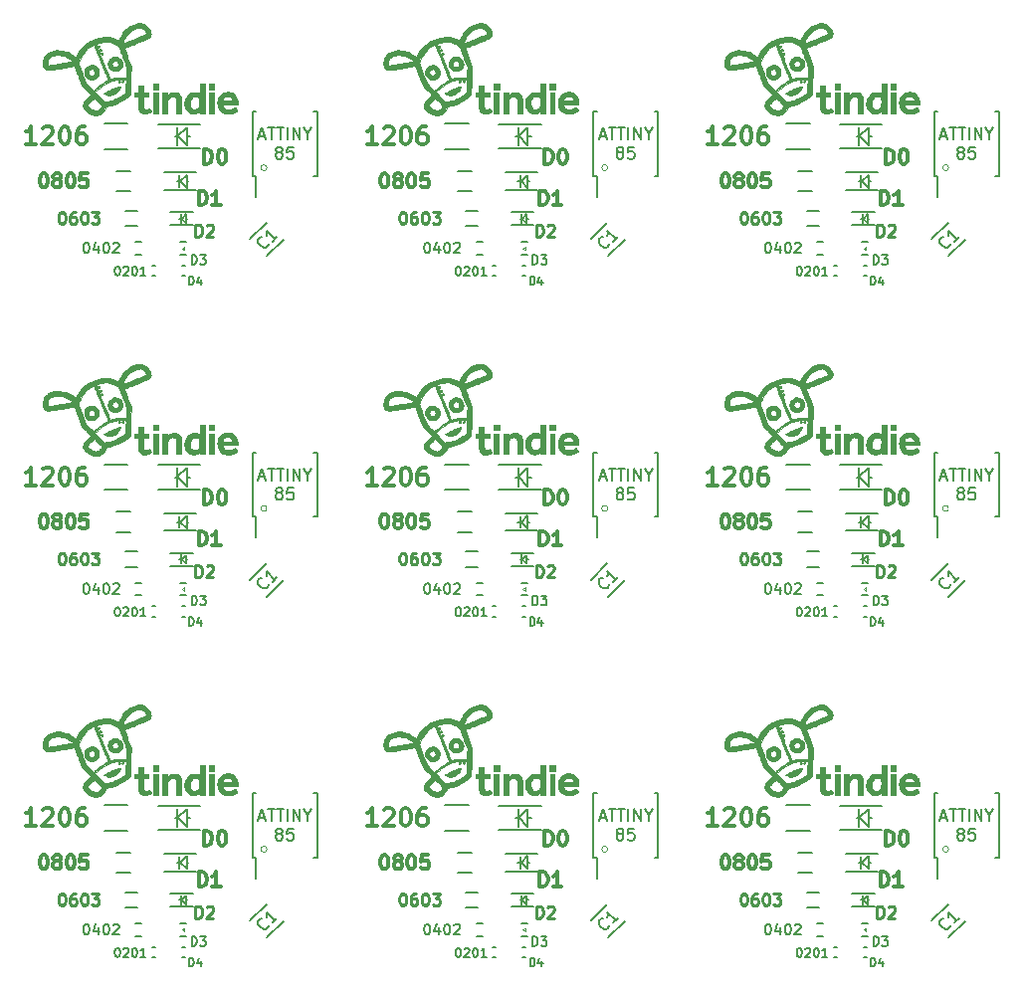
<source format=gto>
%MOIN*%
%OFA0B0*%
%FSLAX46Y46*%
%IPPOS*%
%LPD*%
%ADD10C,0.0039370078740157488*%
%ADD11C,0.005905511811023622*%
%ADD12C,0.0078740157480314977*%
%ADD13C,0.00984251968503937*%
%ADD14C,0.011811023622047244*%
%ADD15C,0.00039370078740157485*%
%ADD16C,0.006889763779527559*%
%ADD17C,0.012303149606299213*%
%ADD28C,0.0039370078740157488*%
%ADD29C,0.005905511811023622*%
%ADD30C,0.0078740157480314977*%
%ADD31C,0.00984251968503937*%
%ADD32C,0.011811023622047244*%
%ADD33C,0.00039370078740157485*%
%ADD34C,0.006889763779527559*%
%ADD35C,0.012303149606299213*%
%ADD36C,0.0039370078740157488*%
%ADD37C,0.005905511811023622*%
%ADD38C,0.0078740157480314977*%
%ADD39C,0.00984251968503937*%
%ADD40C,0.011811023622047244*%
%ADD41C,0.00039370078740157485*%
%ADD42C,0.006889763779527559*%
%ADD43C,0.012303149606299213*%
%ADD44C,0.0039370078740157488*%
%ADD45C,0.005905511811023622*%
%ADD46C,0.0078740157480314977*%
%ADD47C,0.00984251968503937*%
%ADD48C,0.011811023622047244*%
%ADD49C,0.00039370078740157485*%
%ADD50C,0.006889763779527559*%
%ADD51C,0.012303149606299213*%
%ADD52C,0.0039370078740157488*%
%ADD53C,0.005905511811023622*%
%ADD54C,0.0078740157480314977*%
%ADD55C,0.00984251968503937*%
%ADD56C,0.011811023622047244*%
%ADD57C,0.00039370078740157485*%
%ADD58C,0.006889763779527559*%
%ADD59C,0.012303149606299213*%
%ADD60C,0.0039370078740157488*%
%ADD61C,0.005905511811023622*%
%ADD62C,0.0078740157480314977*%
%ADD63C,0.00984251968503937*%
%ADD64C,0.011811023622047244*%
%ADD65C,0.00039370078740157485*%
%ADD66C,0.006889763779527559*%
%ADD67C,0.012303149606299213*%
%ADD68C,0.0039370078740157488*%
%ADD69C,0.005905511811023622*%
%ADD70C,0.0078740157480314977*%
%ADD71C,0.00984251968503937*%
%ADD72C,0.011811023622047244*%
%ADD73C,0.00039370078740157485*%
%ADD74C,0.006889763779527559*%
%ADD75C,0.012303149606299213*%
%ADD76C,0.0039370078740157488*%
%ADD77C,0.005905511811023622*%
%ADD78C,0.0078740157480314977*%
%ADD79C,0.00984251968503937*%
%ADD80C,0.011811023622047244*%
%ADD81C,0.00039370078740157485*%
%ADD82C,0.006889763779527559*%
%ADD83C,0.012303149606299213*%
%ADD84C,0.0039370078740157488*%
%ADD85C,0.005905511811023622*%
%ADD86C,0.0078740157480314977*%
%ADD87C,0.00984251968503937*%
%ADD88C,0.011811023622047244*%
%ADD89C,0.00039370078740157485*%
%ADD90C,0.006889763779527559*%
%ADD91C,0.012303149606299213*%
G01*
D10*
D11*
X0000334721Y0000095371D02*
X0000337578Y0000095371D01*
X0000340435Y0000093943D01*
X0000341864Y0000092514D01*
X0000343293Y0000089657D01*
X0000344721Y0000083943D01*
X0000344721Y0000076800D01*
X0000343293Y0000071085D01*
X0000341864Y0000068228D01*
X0000340435Y0000066800D01*
X0000337578Y0000065371D01*
X0000334721Y0000065371D01*
X0000331864Y0000066800D01*
X0000330435Y0000068228D01*
X0000329007Y0000071085D01*
X0000327578Y0000076800D01*
X0000327578Y0000083943D01*
X0000329007Y0000089657D01*
X0000330435Y0000092514D01*
X0000331864Y0000093943D01*
X0000334721Y0000095371D01*
X0000356150Y0000092514D02*
X0000357578Y0000093943D01*
X0000360435Y0000095371D01*
X0000367578Y0000095371D01*
X0000370435Y0000093943D01*
X0000371864Y0000092514D01*
X0000373292Y0000089657D01*
X0000373292Y0000086800D01*
X0000371864Y0000082514D01*
X0000354721Y0000065371D01*
X0000373292Y0000065371D01*
X0000391864Y0000095371D02*
X0000394721Y0000095371D01*
X0000397578Y0000093943D01*
X0000399007Y0000092514D01*
X0000400435Y0000089657D01*
X0000401864Y0000083943D01*
X0000401864Y0000076800D01*
X0000400435Y0000071085D01*
X0000399007Y0000068228D01*
X0000397578Y0000066800D01*
X0000394721Y0000065371D01*
X0000391864Y0000065371D01*
X0000389007Y0000066800D01*
X0000387578Y0000068228D01*
X0000386150Y0000071085D01*
X0000384721Y0000076800D01*
X0000384721Y0000083943D01*
X0000386150Y0000089657D01*
X0000387578Y0000092514D01*
X0000389007Y0000093943D01*
X0000391864Y0000095371D01*
X0000430435Y0000065371D02*
X0000413292Y0000065371D01*
X0000421864Y0000065371D02*
X0000421864Y0000095371D01*
X0000419007Y0000091085D01*
X0000416150Y0000088228D01*
X0000413292Y0000086800D01*
D12*
X0000229840Y0000175609D02*
X0000233173Y0000175609D01*
X0000236507Y0000173943D01*
X0000238173Y0000172276D01*
X0000239840Y0000168943D01*
X0000241507Y0000162276D01*
X0000241507Y0000153943D01*
X0000239840Y0000147276D01*
X0000238173Y0000143943D01*
X0000236507Y0000142276D01*
X0000233173Y0000140609D01*
X0000229840Y0000140609D01*
X0000226507Y0000142276D01*
X0000224840Y0000143943D01*
X0000223173Y0000147276D01*
X0000221507Y0000153943D01*
X0000221507Y0000162276D01*
X0000223173Y0000168943D01*
X0000224840Y0000172276D01*
X0000226507Y0000173943D01*
X0000229840Y0000175609D01*
X0000271507Y0000163943D02*
X0000271507Y0000140609D01*
X0000263173Y0000177276D02*
X0000254840Y0000152276D01*
X0000276507Y0000152276D01*
X0000296507Y0000175609D02*
X0000299840Y0000175609D01*
X0000303173Y0000173943D01*
X0000304840Y0000172276D01*
X0000306507Y0000168943D01*
X0000308173Y0000162276D01*
X0000308173Y0000153943D01*
X0000306507Y0000147276D01*
X0000304840Y0000143943D01*
X0000303173Y0000142276D01*
X0000299840Y0000140609D01*
X0000296507Y0000140609D01*
X0000293173Y0000142276D01*
X0000291507Y0000143943D01*
X0000289840Y0000147276D01*
X0000288173Y0000153943D01*
X0000288173Y0000162276D01*
X0000289840Y0000168943D01*
X0000291507Y0000172276D01*
X0000293173Y0000173943D01*
X0000296507Y0000175609D01*
X0000321507Y0000172276D02*
X0000323173Y0000173943D01*
X0000326507Y0000175609D01*
X0000334840Y0000175609D01*
X0000338173Y0000173943D01*
X0000339840Y0000172276D01*
X0000341507Y0000168943D01*
X0000341507Y0000165609D01*
X0000339840Y0000160609D01*
X0000319840Y0000140609D01*
X0000341507Y0000140609D01*
D13*
X0000148389Y0000278002D02*
X0000152139Y0000278002D01*
X0000155888Y0000276128D01*
X0000157763Y0000274253D01*
X0000159638Y0000270503D01*
X0000161512Y0000263004D01*
X0000161512Y0000253630D01*
X0000159638Y0000246131D01*
X0000157763Y0000242382D01*
X0000155888Y0000240507D01*
X0000152139Y0000238632D01*
X0000148389Y0000238632D01*
X0000144640Y0000240507D01*
X0000142765Y0000242382D01*
X0000140890Y0000246131D01*
X0000139015Y0000253630D01*
X0000139015Y0000263004D01*
X0000140890Y0000270503D01*
X0000142765Y0000274253D01*
X0000144640Y0000276128D01*
X0000148389Y0000278002D01*
X0000195258Y0000278002D02*
X0000187759Y0000278002D01*
X0000184010Y0000276128D01*
X0000182135Y0000274253D01*
X0000178385Y0000268629D01*
X0000176511Y0000261130D01*
X0000176511Y0000246131D01*
X0000178385Y0000242382D01*
X0000180260Y0000240507D01*
X0000184010Y0000238632D01*
X0000191509Y0000238632D01*
X0000195258Y0000240507D01*
X0000197133Y0000242382D01*
X0000199008Y0000246131D01*
X0000199008Y0000255505D01*
X0000197133Y0000259255D01*
X0000195258Y0000261130D01*
X0000191509Y0000263004D01*
X0000184010Y0000263004D01*
X0000180260Y0000261130D01*
X0000178385Y0000259255D01*
X0000176511Y0000255505D01*
X0000223380Y0000278002D02*
X0000227129Y0000278002D01*
X0000230879Y0000276128D01*
X0000232754Y0000274253D01*
X0000234628Y0000270503D01*
X0000236503Y0000263004D01*
X0000236503Y0000253630D01*
X0000234628Y0000246131D01*
X0000232754Y0000242382D01*
X0000230879Y0000240507D01*
X0000227129Y0000238632D01*
X0000223380Y0000238632D01*
X0000219630Y0000240507D01*
X0000217755Y0000242382D01*
X0000215881Y0000246131D01*
X0000214006Y0000253630D01*
X0000214006Y0000263004D01*
X0000215881Y0000270503D01*
X0000217755Y0000274253D01*
X0000219630Y0000276128D01*
X0000223380Y0000278002D01*
X0000249626Y0000278002D02*
X0000273998Y0000278002D01*
X0000260875Y0000263004D01*
X0000266499Y0000263004D01*
X0000270249Y0000261130D01*
X0000272124Y0000259255D01*
X0000273998Y0000255505D01*
X0000273998Y0000246131D01*
X0000272124Y0000242382D01*
X0000270249Y0000240507D01*
X0000266499Y0000238632D01*
X0000255251Y0000238632D01*
X0000251501Y0000240507D01*
X0000249626Y0000242382D01*
D14*
X0000086766Y0000407314D02*
X0000091265Y0000407314D01*
X0000095764Y0000405065D01*
X0000098014Y0000402815D01*
X0000100264Y0000398315D01*
X0000102514Y0000389317D01*
X0000102514Y0000378068D01*
X0000100264Y0000369069D01*
X0000098014Y0000364570D01*
X0000095764Y0000362320D01*
X0000091265Y0000360070D01*
X0000086766Y0000360070D01*
X0000082266Y0000362320D01*
X0000080016Y0000364570D01*
X0000077767Y0000369069D01*
X0000075517Y0000378068D01*
X0000075517Y0000389317D01*
X0000077767Y0000398315D01*
X0000080016Y0000402815D01*
X0000082266Y0000405065D01*
X0000086766Y0000407314D01*
X0000129510Y0000387067D02*
X0000125011Y0000389317D01*
X0000122761Y0000391566D01*
X0000120511Y0000396066D01*
X0000120511Y0000398315D01*
X0000122761Y0000402815D01*
X0000125011Y0000405065D01*
X0000129510Y0000407314D01*
X0000138509Y0000407314D01*
X0000143008Y0000405065D01*
X0000145258Y0000402815D01*
X0000147508Y0000398315D01*
X0000147508Y0000396066D01*
X0000145258Y0000391566D01*
X0000143008Y0000389317D01*
X0000138509Y0000387067D01*
X0000129510Y0000387067D01*
X0000125011Y0000384817D01*
X0000122761Y0000382567D01*
X0000120511Y0000378068D01*
X0000120511Y0000369069D01*
X0000122761Y0000364570D01*
X0000125011Y0000362320D01*
X0000129510Y0000360070D01*
X0000138509Y0000360070D01*
X0000143008Y0000362320D01*
X0000145258Y0000364570D01*
X0000147508Y0000369069D01*
X0000147508Y0000378068D01*
X0000145258Y0000382567D01*
X0000143008Y0000384817D01*
X0000138509Y0000387067D01*
X0000176754Y0000407314D02*
X0000181254Y0000407314D01*
X0000185753Y0000405065D01*
X0000188003Y0000402815D01*
X0000190253Y0000398315D01*
X0000192502Y0000389317D01*
X0000192502Y0000378068D01*
X0000190253Y0000369069D01*
X0000188003Y0000364570D01*
X0000185753Y0000362320D01*
X0000181254Y0000360070D01*
X0000176754Y0000360070D01*
X0000172255Y0000362320D01*
X0000170005Y0000364570D01*
X0000167755Y0000369069D01*
X0000165506Y0000378068D01*
X0000165506Y0000389317D01*
X0000167755Y0000398315D01*
X0000170005Y0000402815D01*
X0000172255Y0000405065D01*
X0000176754Y0000407314D01*
X0000235247Y0000407314D02*
X0000212750Y0000407314D01*
X0000210500Y0000384817D01*
X0000212750Y0000387067D01*
X0000217249Y0000389317D01*
X0000228498Y0000389317D01*
X0000232997Y0000387067D01*
X0000235247Y0000384817D01*
X0000237497Y0000380318D01*
X0000237497Y0000369069D01*
X0000235247Y0000364570D01*
X0000232997Y0000362320D01*
X0000228498Y0000360070D01*
X0000217249Y0000360070D01*
X0000212750Y0000362320D01*
X0000210500Y0000364570D01*
X0000064015Y0000504727D02*
X0000030269Y0000504727D01*
X0000047142Y0000504727D02*
X0000047142Y0000563782D01*
X0000041518Y0000555346D01*
X0000035894Y0000549722D01*
X0000030269Y0000546909D01*
X0000086512Y0000558158D02*
X0000089325Y0000560970D01*
X0000094949Y0000563782D01*
X0000109010Y0000563782D01*
X0000114634Y0000560970D01*
X0000117446Y0000558158D01*
X0000120258Y0000552534D01*
X0000120258Y0000546909D01*
X0000117446Y0000538473D01*
X0000083700Y0000504727D01*
X0000120258Y0000504727D01*
X0000156816Y0000563782D02*
X0000162440Y0000563782D01*
X0000168065Y0000560970D01*
X0000170877Y0000558158D01*
X0000173689Y0000552534D01*
X0000176501Y0000541285D01*
X0000176501Y0000527224D01*
X0000173689Y0000515976D01*
X0000170877Y0000510351D01*
X0000168065Y0000507539D01*
X0000162440Y0000504727D01*
X0000156816Y0000504727D01*
X0000151192Y0000507539D01*
X0000148380Y0000510351D01*
X0000145568Y0000515976D01*
X0000142755Y0000527224D01*
X0000142755Y0000541285D01*
X0000145568Y0000552534D01*
X0000148380Y0000558158D01*
X0000151192Y0000560970D01*
X0000156816Y0000563782D01*
X0000227120Y0000563782D02*
X0000215871Y0000563782D01*
X0000210247Y0000560970D01*
X0000207435Y0000558158D01*
X0000201810Y0000549722D01*
X0000198998Y0000538473D01*
X0000198998Y0000515976D01*
X0000201810Y0000510351D01*
X0000204623Y0000507539D01*
X0000210247Y0000504727D01*
X0000221496Y0000504727D01*
X0000227120Y0000507539D01*
X0000229932Y0000510351D01*
X0000232744Y0000515976D01*
X0000232744Y0000530037D01*
X0000229932Y0000535661D01*
X0000227120Y0000538473D01*
X0000221496Y0000541285D01*
X0000210247Y0000541285D01*
X0000204623Y0000538473D01*
X0000201810Y0000535661D01*
X0000198998Y0000530037D01*
D11*
X0000810268Y0000532361D02*
X0000829015Y0000532361D01*
X0000806518Y0000521113D02*
X0000819641Y0000560483D01*
X0000832765Y0000521113D01*
X0000840264Y0000560483D02*
X0000862761Y0000560483D01*
X0000851512Y0000521113D02*
X0000851512Y0000560483D01*
X0000870260Y0000560483D02*
X0000892757Y0000560483D01*
X0000881509Y0000521113D02*
X0000881509Y0000560483D01*
X0000905881Y0000521113D02*
X0000905881Y0000560483D01*
X0000924628Y0000521113D02*
X0000924628Y0000560483D01*
X0000947125Y0000521113D01*
X0000947125Y0000560483D01*
X0000973372Y0000539860D02*
X0000973372Y0000521113D01*
X0000960249Y0000560483D02*
X0000973372Y0000539860D01*
X0000986496Y0000560483D01*
X0000874010Y0000478649D02*
X0000870260Y0000480524D01*
X0000868385Y0000482399D01*
X0000866511Y0000486148D01*
X0000866511Y0000488023D01*
X0000868385Y0000491773D01*
X0000870260Y0000493647D01*
X0000874010Y0000495522D01*
X0000881509Y0000495522D01*
X0000885258Y0000493647D01*
X0000887133Y0000491773D01*
X0000889008Y0000488023D01*
X0000889008Y0000486148D01*
X0000887133Y0000482399D01*
X0000885258Y0000480524D01*
X0000881509Y0000478649D01*
X0000874010Y0000478649D01*
X0000870260Y0000476774D01*
X0000868385Y0000474900D01*
X0000866511Y0000471150D01*
X0000866511Y0000463651D01*
X0000868385Y0000459902D01*
X0000870260Y0000458027D01*
X0000874010Y0000456152D01*
X0000881509Y0000456152D01*
X0000885258Y0000458027D01*
X0000887133Y0000459902D01*
X0000889008Y0000463651D01*
X0000889008Y0000471150D01*
X0000887133Y0000474900D01*
X0000885258Y0000476774D01*
X0000881509Y0000478649D01*
X0000924628Y0000495522D02*
X0000905881Y0000495522D01*
X0000904006Y0000476774D01*
X0000905881Y0000478649D01*
X0000909630Y0000480524D01*
X0000919004Y0000480524D01*
X0000922754Y0000478649D01*
X0000924628Y0000476774D01*
X0000926503Y0000473025D01*
X0000926503Y0000463651D01*
X0000924628Y0000459902D01*
X0000922754Y0000458027D01*
X0000919004Y0000456152D01*
X0000909630Y0000456152D01*
X0000905881Y0000458027D01*
X0000904006Y0000459902D01*
X0000561034Y0000098765D02*
X0000551979Y0000098765D01*
X0000551979Y0000064120D02*
X0000561034Y0000064120D01*
D10*
X0000560444Y0000150537D02*
X0000560444Y0000162348D01*
X0000552570Y0000156443D02*
X0000560444Y0000150537D01*
X0000552570Y0000156443D02*
X0000560444Y0000162348D01*
D11*
X0000566349Y0000177112D02*
X0000546664Y0000177112D01*
X0000546664Y0000135773D02*
X0000566349Y0000135773D01*
X0000837203Y0000130069D02*
X0000892880Y0000185747D01*
X0000835811Y0000242816D02*
X0000780133Y0000187139D01*
X0000536822Y0000503884D02*
X0000536822Y0000499947D01*
X0000536822Y0000559002D02*
X0000536822Y0000562939D01*
X0000568318Y0000531443D02*
X0000580129Y0000531443D01*
X0000568318Y0000499947D02*
X0000568318Y0000559002D01*
X0000568318Y0000559002D02*
X0000568318Y0000562939D01*
X0000564381Y0000503884D02*
X0000568318Y0000499947D01*
X0000564381Y0000559002D02*
X0000568318Y0000562939D01*
X0000528948Y0000531443D02*
X0000536822Y0000531443D01*
X0000536822Y0000511758D02*
X0000536822Y0000503884D01*
X0000536822Y0000551128D02*
X0000536822Y0000559002D01*
X0000540759Y0000531443D02*
X0000564381Y0000503884D01*
X0000564381Y0000559002D02*
X0000540759Y0000535380D01*
X0000471861Y0000490104D02*
X0000613593Y0000490104D01*
X0000471861Y0000572781D02*
X0000613593Y0000572781D01*
X0000536822Y0000551128D02*
X0000536822Y0000511758D01*
X0000568318Y0000381443D02*
X0000574223Y0000381443D01*
X0000534853Y0000381443D02*
X0000548633Y0000381443D01*
X0000546664Y0000381443D02*
X0000568318Y0000403096D01*
X0000568318Y0000403096D02*
X0000568318Y0000359789D01*
X0000568318Y0000359789D02*
X0000546664Y0000381443D01*
X0000542727Y0000395222D02*
X0000542727Y0000401128D01*
X0000542727Y0000367663D02*
X0000542727Y0000361758D01*
X0000493515Y0000351915D02*
X0000599814Y0000351915D01*
X0000493515Y0000410970D02*
X0000599814Y0000410970D01*
X0000542727Y0000395222D02*
X0000542727Y0000367663D01*
X0000564381Y0000256443D02*
X0000570286Y0000256443D01*
X0000542727Y0000256443D02*
X0000550601Y0000256443D01*
X0000552570Y0000256443D02*
X0000564381Y0000270222D01*
X0000564381Y0000270222D02*
X0000564381Y0000242663D01*
X0000564381Y0000242663D02*
X0000548633Y0000256443D01*
X0000548633Y0000256443D02*
X0000550601Y0000256443D01*
X0000548633Y0000272191D02*
X0000548633Y0000242663D01*
X0000513200Y0000234789D02*
X0000588003Y0000234789D01*
X0000513200Y0000278096D02*
X0000588003Y0000278096D01*
D10*
X0000836507Y0000426443D02*
G75*
G03X0000836507Y0000426443I-0000010000D01*
G01*
D11*
X0000788042Y0000398175D02*
X0000799853Y0000398175D01*
X0000788042Y0000614710D02*
X0000799853Y0000614710D01*
X0001004971Y0000614710D02*
X0000993160Y0000614710D01*
X0001004971Y0000398175D02*
X0000993160Y0000398175D01*
X0000788042Y0000398175D02*
X0000788042Y0000614710D01*
X0001004971Y0000398175D02*
X0001004971Y0000614710D01*
X0000799853Y0000398175D02*
X0000799853Y0000329277D01*
X0000292137Y0000573765D02*
X0000370877Y0000573765D01*
X0000370877Y0000489120D02*
X0000292137Y0000489120D01*
X0000332885Y0000415891D02*
X0000380129Y0000415891D01*
X0000380129Y0000346994D02*
X0000332885Y0000346994D01*
X0000361822Y0000283017D02*
X0000401192Y0000283017D01*
X0000401192Y0000229868D02*
X0000361822Y0000229868D01*
X0000396664Y0000135773D02*
X0000416349Y0000135773D01*
X0000416349Y0000177112D02*
X0000396664Y0000177112D01*
X0000451979Y0000064120D02*
X0000461034Y0000064120D01*
X0000461034Y0000098765D02*
X0000451979Y0000098765D01*
D15*
G36*
X0000421891Y0000677981D02*
X0000440353Y0000677981D01*
X0000440353Y0000664135D01*
X0000421891Y0000664135D01*
X0000421896Y0000647789D01*
X0000421933Y0000641364D01*
X0000422059Y0000636279D01*
X0000422302Y0000632336D01*
X0000422692Y0000629337D01*
X0000423257Y0000627084D01*
X0000424025Y0000625379D01*
X0000425025Y0000624026D01*
X0000425381Y0000623652D01*
X0000427824Y0000622230D01*
X0000431089Y0000621780D01*
X0000434806Y0000622305D01*
X0000438247Y0000623619D01*
X0000441785Y0000625410D01*
X0000445292Y0000620350D01*
X0000448799Y0000615289D01*
X0000447076Y0000613831D01*
X0000445476Y0000612738D01*
X0000443036Y0000611353D01*
X0000440669Y0000610162D01*
X0000436434Y0000608679D01*
X0000431487Y0000607742D01*
X0000426454Y0000607418D01*
X0000421959Y0000607775D01*
X0000420905Y0000608001D01*
X0000415820Y0000609880D01*
X0000411821Y0000612720D01*
X0000408840Y0000616607D01*
X0000406808Y0000621628D01*
X0000405705Y0000627450D01*
X0000405472Y0000630269D01*
X0000405270Y0000634247D01*
X0000405111Y0000639006D01*
X0000405008Y0000644166D01*
X0000404974Y0000648943D01*
X0000404968Y0000664135D01*
X0000393430Y0000664135D01*
X0000393430Y0000677981D01*
X0000404968Y0000677981D01*
X0000404968Y0000700289D01*
X0000421891Y0000700289D01*
X0000421891Y0000677981D01*
X0000421891Y0000677981D01*
G37*
X0000421891Y0000677981D02*
X0000440353Y0000677981D01*
X0000440353Y0000664135D01*
X0000421891Y0000664135D01*
X0000421896Y0000647789D01*
X0000421933Y0000641364D01*
X0000422059Y0000636279D01*
X0000422302Y0000632336D01*
X0000422692Y0000629337D01*
X0000423257Y0000627084D01*
X0000424025Y0000625379D01*
X0000425025Y0000624026D01*
X0000425381Y0000623652D01*
X0000427824Y0000622230D01*
X0000431089Y0000621780D01*
X0000434806Y0000622305D01*
X0000438247Y0000623619D01*
X0000441785Y0000625410D01*
X0000445292Y0000620350D01*
X0000448799Y0000615289D01*
X0000447076Y0000613831D01*
X0000445476Y0000612738D01*
X0000443036Y0000611353D01*
X0000440669Y0000610162D01*
X0000436434Y0000608679D01*
X0000431487Y0000607742D01*
X0000426454Y0000607418D01*
X0000421959Y0000607775D01*
X0000420905Y0000608001D01*
X0000415820Y0000609880D01*
X0000411821Y0000612720D01*
X0000408840Y0000616607D01*
X0000406808Y0000621628D01*
X0000405705Y0000627450D01*
X0000405472Y0000630269D01*
X0000405270Y0000634247D01*
X0000405111Y0000639006D01*
X0000405008Y0000644166D01*
X0000404974Y0000648943D01*
X0000404968Y0000664135D01*
X0000393430Y0000664135D01*
X0000393430Y0000677981D01*
X0000404968Y0000677981D01*
X0000404968Y0000700289D01*
X0000421891Y0000700289D01*
X0000421891Y0000677981D01*
G36*
X0000628045Y0000609520D02*
X0000612027Y0000609520D01*
X0000610984Y0000615693D01*
X0000608037Y0000613359D01*
X0000603252Y0000610392D01*
X0000597787Y0000608365D01*
X0000592066Y0000607365D01*
X0000586509Y0000607477D01*
X0000582881Y0000608282D01*
X0000576792Y0000611042D01*
X0000571557Y0000614984D01*
X0000567255Y0000619965D01*
X0000563964Y0000625838D01*
X0000561761Y0000632460D01*
X0000560724Y0000639684D01*
X0000560784Y0000641921D01*
X0000578045Y0000641921D01*
X0000578140Y0000638481D01*
X0000578525Y0000635884D01*
X0000579352Y0000633443D01*
X0000580406Y0000631196D01*
X0000582664Y0000627422D01*
X0000585205Y0000624831D01*
X0000588398Y0000623069D01*
X0000589199Y0000622767D01*
X0000593198Y0000621991D01*
X0000597557Y0000622161D01*
X0000601471Y0000623243D01*
X0000601539Y0000623273D01*
X0000604610Y0000625029D01*
X0000606997Y0000627293D01*
X0000608763Y0000630242D01*
X0000609972Y0000634052D01*
X0000610686Y0000638899D01*
X0000610968Y0000644959D01*
X0000610951Y0000649595D01*
X0000610738Y0000661443D01*
X0000607661Y0000662964D01*
X0000604820Y0000663885D01*
X0000601137Y0000664425D01*
X0000597129Y0000664575D01*
X0000593316Y0000664328D01*
X0000590218Y0000663678D01*
X0000589145Y0000663224D01*
X0000584739Y0000659967D01*
X0000581397Y0000655654D01*
X0000579174Y0000650392D01*
X0000578125Y0000644288D01*
X0000578045Y0000641921D01*
X0000560784Y0000641921D01*
X0000560931Y0000647367D01*
X0000561106Y0000648782D01*
X0000562545Y0000654892D01*
X0000565040Y0000660852D01*
X0000568351Y0000666163D01*
X0000570939Y0000669145D01*
X0000576284Y0000673418D01*
X0000582444Y0000676611D01*
X0000589113Y0000678649D01*
X0000595987Y0000679456D01*
X0000602764Y0000678954D01*
X0000606438Y0000678062D01*
X0000611122Y0000676604D01*
X0000611122Y0000707212D01*
X0000628045Y0000707212D01*
X0000628045Y0000609520D01*
X0000628045Y0000609520D01*
G37*
X0000628045Y0000609520D02*
X0000612027Y0000609520D01*
X0000610984Y0000615693D01*
X0000608037Y0000613359D01*
X0000603252Y0000610392D01*
X0000597787Y0000608365D01*
X0000592066Y0000607365D01*
X0000586509Y0000607477D01*
X0000582881Y0000608282D01*
X0000576792Y0000611042D01*
X0000571557Y0000614984D01*
X0000567255Y0000619965D01*
X0000563964Y0000625838D01*
X0000561761Y0000632460D01*
X0000560724Y0000639684D01*
X0000560784Y0000641921D01*
X0000578045Y0000641921D01*
X0000578140Y0000638481D01*
X0000578525Y0000635884D01*
X0000579352Y0000633443D01*
X0000580406Y0000631196D01*
X0000582664Y0000627422D01*
X0000585205Y0000624831D01*
X0000588398Y0000623069D01*
X0000589199Y0000622767D01*
X0000593198Y0000621991D01*
X0000597557Y0000622161D01*
X0000601471Y0000623243D01*
X0000601539Y0000623273D01*
X0000604610Y0000625029D01*
X0000606997Y0000627293D01*
X0000608763Y0000630242D01*
X0000609972Y0000634052D01*
X0000610686Y0000638899D01*
X0000610968Y0000644959D01*
X0000610951Y0000649595D01*
X0000610738Y0000661443D01*
X0000607661Y0000662964D01*
X0000604820Y0000663885D01*
X0000601137Y0000664425D01*
X0000597129Y0000664575D01*
X0000593316Y0000664328D01*
X0000590218Y0000663678D01*
X0000589145Y0000663224D01*
X0000584739Y0000659967D01*
X0000581397Y0000655654D01*
X0000579174Y0000650392D01*
X0000578125Y0000644288D01*
X0000578045Y0000641921D01*
X0000560784Y0000641921D01*
X0000560931Y0000647367D01*
X0000561106Y0000648782D01*
X0000562545Y0000654892D01*
X0000565040Y0000660852D01*
X0000568351Y0000666163D01*
X0000570939Y0000669145D01*
X0000576284Y0000673418D01*
X0000582444Y0000676611D01*
X0000589113Y0000678649D01*
X0000595987Y0000679456D01*
X0000602764Y0000678954D01*
X0000606438Y0000678062D01*
X0000611122Y0000676604D01*
X0000611122Y0000707212D01*
X0000628045Y0000707212D01*
X0000628045Y0000609520D01*
G36*
X0000709346Y0000679881D02*
X0000712218Y0000679764D01*
X0000714386Y0000679482D01*
X0000716267Y0000678965D01*
X0000718279Y0000678141D01*
X0000719757Y0000677454D01*
X0000725543Y0000673882D01*
X0000730345Y0000669150D01*
X0000734068Y0000663350D01*
X0000734177Y0000663131D01*
X0000735934Y0000658696D01*
X0000737393Y0000653397D01*
X0000738402Y0000647904D01*
X0000738812Y0000642885D01*
X0000738814Y0000642529D01*
X0000738814Y0000638750D01*
X0000687154Y0000638750D01*
X0000687675Y0000636250D01*
X0000689323Y0000631843D01*
X0000692160Y0000627914D01*
X0000695873Y0000624763D01*
X0000700143Y0000622691D01*
X0000702460Y0000622144D01*
X0000708458Y0000621786D01*
X0000714431Y0000622416D01*
X0000719963Y0000623949D01*
X0000724638Y0000626297D01*
X0000725494Y0000626903D01*
X0000727235Y0000628083D01*
X0000728511Y0000628716D01*
X0000728702Y0000628750D01*
X0000729683Y0000628180D01*
X0000731236Y0000626713D01*
X0000733055Y0000624710D01*
X0000734833Y0000622537D01*
X0000736265Y0000620555D01*
X0000737046Y0000619128D01*
X0000737104Y0000618764D01*
X0000736280Y0000617569D01*
X0000734367Y0000615969D01*
X0000731691Y0000614165D01*
X0000728576Y0000612358D01*
X0000725348Y0000610750D01*
X0000722331Y0000609542D01*
X0000722040Y0000609446D01*
X0000717750Y0000608418D01*
X0000712700Y0000607740D01*
X0000707398Y0000607436D01*
X0000702352Y0000607526D01*
X0000698070Y0000608033D01*
X0000696710Y0000608351D01*
X0000689579Y0000611031D01*
X0000683583Y0000614748D01*
X0000678717Y0000619507D01*
X0000674976Y0000625313D01*
X0000672357Y0000632171D01*
X0000671047Y0000638558D01*
X0000670674Y0000646212D01*
X0000671338Y0000651058D01*
X0000687438Y0000651058D01*
X0000721323Y0000651058D01*
X0000720869Y0000653858D01*
X0000719504Y0000657928D01*
X0000717013Y0000661247D01*
X0000713652Y0000663745D01*
X0000709675Y0000665350D01*
X0000705337Y0000665991D01*
X0000700893Y0000665597D01*
X0000696597Y0000664097D01*
X0000692950Y0000661640D01*
X0000690407Y0000659046D01*
X0000688856Y0000656391D01*
X0000688006Y0000653576D01*
X0000687438Y0000651058D01*
X0000671338Y0000651058D01*
X0000671671Y0000653486D01*
X0000673962Y0000660228D01*
X0000677471Y0000666284D01*
X0000682121Y0000671502D01*
X0000687835Y0000675729D01*
X0000690315Y0000677065D01*
X0000692830Y0000678267D01*
X0000694816Y0000679070D01*
X0000696700Y0000679555D01*
X0000698905Y0000679803D01*
X0000701856Y0000679892D01*
X0000705353Y0000679904D01*
X0000709346Y0000679881D01*
X0000709346Y0000679881D01*
G37*
X0000709346Y0000679881D02*
X0000712218Y0000679764D01*
X0000714386Y0000679482D01*
X0000716267Y0000678965D01*
X0000718279Y0000678141D01*
X0000719757Y0000677454D01*
X0000725543Y0000673882D01*
X0000730345Y0000669150D01*
X0000734068Y0000663350D01*
X0000734177Y0000663131D01*
X0000735934Y0000658696D01*
X0000737393Y0000653397D01*
X0000738402Y0000647904D01*
X0000738812Y0000642885D01*
X0000738814Y0000642529D01*
X0000738814Y0000638750D01*
X0000687154Y0000638750D01*
X0000687675Y0000636250D01*
X0000689323Y0000631843D01*
X0000692160Y0000627914D01*
X0000695873Y0000624763D01*
X0000700143Y0000622691D01*
X0000702460Y0000622144D01*
X0000708458Y0000621786D01*
X0000714431Y0000622416D01*
X0000719963Y0000623949D01*
X0000724638Y0000626297D01*
X0000725494Y0000626903D01*
X0000727235Y0000628083D01*
X0000728511Y0000628716D01*
X0000728702Y0000628750D01*
X0000729683Y0000628180D01*
X0000731236Y0000626713D01*
X0000733055Y0000624710D01*
X0000734833Y0000622537D01*
X0000736265Y0000620555D01*
X0000737046Y0000619128D01*
X0000737104Y0000618764D01*
X0000736280Y0000617569D01*
X0000734367Y0000615969D01*
X0000731691Y0000614165D01*
X0000728576Y0000612358D01*
X0000725348Y0000610750D01*
X0000722331Y0000609542D01*
X0000722040Y0000609446D01*
X0000717750Y0000608418D01*
X0000712700Y0000607740D01*
X0000707398Y0000607436D01*
X0000702352Y0000607526D01*
X0000698070Y0000608033D01*
X0000696710Y0000608351D01*
X0000689579Y0000611031D01*
X0000683583Y0000614748D01*
X0000678717Y0000619507D01*
X0000674976Y0000625313D01*
X0000672357Y0000632171D01*
X0000671047Y0000638558D01*
X0000670674Y0000646212D01*
X0000671338Y0000651058D01*
X0000687438Y0000651058D01*
X0000721323Y0000651058D01*
X0000720869Y0000653858D01*
X0000719504Y0000657928D01*
X0000717013Y0000661247D01*
X0000713652Y0000663745D01*
X0000709675Y0000665350D01*
X0000705337Y0000665991D01*
X0000700893Y0000665597D01*
X0000696597Y0000664097D01*
X0000692950Y0000661640D01*
X0000690407Y0000659046D01*
X0000688856Y0000656391D01*
X0000688006Y0000653576D01*
X0000687438Y0000651058D01*
X0000671338Y0000651058D01*
X0000671671Y0000653486D01*
X0000673962Y0000660228D01*
X0000677471Y0000666284D01*
X0000682121Y0000671502D01*
X0000687835Y0000675729D01*
X0000690315Y0000677065D01*
X0000692830Y0000678267D01*
X0000694816Y0000679070D01*
X0000696700Y0000679555D01*
X0000698905Y0000679803D01*
X0000701856Y0000679892D01*
X0000705353Y0000679904D01*
X0000709346Y0000679881D01*
G36*
X0000471891Y0000609520D02*
X0000455738Y0000609520D01*
X0000455738Y0000677981D01*
X0000471891Y0000677981D01*
X0000471891Y0000609520D01*
X0000471891Y0000609520D01*
G37*
X0000471891Y0000609520D02*
X0000455738Y0000609520D01*
X0000455738Y0000677981D01*
X0000471891Y0000677981D01*
X0000471891Y0000609520D01*
G36*
X0000531783Y0000678564D02*
X0000536852Y0000676795D01*
X0000541158Y0000674056D01*
X0000542185Y0000673113D01*
X0000546073Y0000668156D01*
X0000548687Y0000662342D01*
X0000549572Y0000658811D01*
X0000549774Y0000656980D01*
X0000549956Y0000653850D01*
X0000550112Y0000649660D01*
X0000550235Y0000644648D01*
X0000550317Y0000639054D01*
X0000550352Y0000633117D01*
X0000550353Y0000632107D01*
X0000550353Y0000609520D01*
X0000533512Y0000609520D01*
X0000533279Y0000633311D01*
X0000533209Y0000640005D01*
X0000533136Y0000645335D01*
X0000533049Y0000649476D01*
X0000532935Y0000652604D01*
X0000532782Y0000654892D01*
X0000532576Y0000656517D01*
X0000532306Y0000657652D01*
X0000531960Y0000658472D01*
X0000531524Y0000659153D01*
X0000531436Y0000659272D01*
X0000528290Y0000662514D01*
X0000524616Y0000664356D01*
X0000520482Y0000664904D01*
X0000515480Y0000664201D01*
X0000511151Y0000662167D01*
X0000507643Y0000658918D01*
X0000505102Y0000654569D01*
X0000504289Y0000652197D01*
X0000504013Y0000650386D01*
X0000503784Y0000647197D01*
X0000503608Y0000642794D01*
X0000503490Y0000637336D01*
X0000503437Y0000630984D01*
X0000503434Y0000629327D01*
X0000503430Y0000609520D01*
X0000486507Y0000609520D01*
X0000486507Y0000677981D01*
X0000502661Y0000677981D01*
X0000502672Y0000675096D01*
X0000502856Y0000672404D01*
X0000503451Y0000671158D01*
X0000504562Y0000671299D01*
X0000506297Y0000672766D01*
X0000506460Y0000672932D01*
X0000510429Y0000675984D01*
X0000515274Y0000678075D01*
X0000520666Y0000679203D01*
X0000526278Y0000679366D01*
X0000531783Y0000678564D01*
X0000531783Y0000678564D01*
G37*
X0000531783Y0000678564D02*
X0000536852Y0000676795D01*
X0000541158Y0000674056D01*
X0000542185Y0000673113D01*
X0000546073Y0000668156D01*
X0000548687Y0000662342D01*
X0000549572Y0000658811D01*
X0000549774Y0000656980D01*
X0000549956Y0000653850D01*
X0000550112Y0000649660D01*
X0000550235Y0000644648D01*
X0000550317Y0000639054D01*
X0000550352Y0000633117D01*
X0000550353Y0000632107D01*
X0000550353Y0000609520D01*
X0000533512Y0000609520D01*
X0000533279Y0000633311D01*
X0000533209Y0000640005D01*
X0000533136Y0000645335D01*
X0000533049Y0000649476D01*
X0000532935Y0000652604D01*
X0000532782Y0000654892D01*
X0000532576Y0000656517D01*
X0000532306Y0000657652D01*
X0000531960Y0000658472D01*
X0000531524Y0000659153D01*
X0000531436Y0000659272D01*
X0000528290Y0000662514D01*
X0000524616Y0000664356D01*
X0000520482Y0000664904D01*
X0000515480Y0000664201D01*
X0000511151Y0000662167D01*
X0000507643Y0000658918D01*
X0000505102Y0000654569D01*
X0000504289Y0000652197D01*
X0000504013Y0000650386D01*
X0000503784Y0000647197D01*
X0000503608Y0000642794D01*
X0000503490Y0000637336D01*
X0000503437Y0000630984D01*
X0000503434Y0000629327D01*
X0000503430Y0000609520D01*
X0000486507Y0000609520D01*
X0000486507Y0000677981D01*
X0000502661Y0000677981D01*
X0000502672Y0000675096D01*
X0000502856Y0000672404D01*
X0000503451Y0000671158D01*
X0000504562Y0000671299D01*
X0000506297Y0000672766D01*
X0000506460Y0000672932D01*
X0000510429Y0000675984D01*
X0000515274Y0000678075D01*
X0000520666Y0000679203D01*
X0000526278Y0000679366D01*
X0000531783Y0000678564D01*
G36*
X0000658814Y0000609520D02*
X0000642661Y0000609520D01*
X0000642661Y0000677981D01*
X0000658814Y0000677981D01*
X0000658814Y0000609520D01*
X0000658814Y0000609520D01*
G37*
X0000658814Y0000609520D02*
X0000642661Y0000609520D01*
X0000642661Y0000677981D01*
X0000658814Y0000677981D01*
X0000658814Y0000609520D01*
G36*
X0000472661Y0000689520D02*
X0000454968Y0000689520D01*
X0000454968Y0000707212D01*
X0000472661Y0000707212D01*
X0000472661Y0000689520D01*
X0000472661Y0000689520D01*
G37*
X0000472661Y0000689520D02*
X0000454968Y0000689520D01*
X0000454968Y0000707212D01*
X0000472661Y0000707212D01*
X0000472661Y0000689520D01*
G36*
X0000659584Y0000689520D02*
X0000641891Y0000689520D01*
X0000641891Y0000707212D01*
X0000659584Y0000707212D01*
X0000659584Y0000689520D01*
X0000659584Y0000689520D01*
G37*
X0000659584Y0000689520D02*
X0000641891Y0000689520D01*
X0000641891Y0000707212D01*
X0000659584Y0000707212D01*
X0000659584Y0000689520D01*
G36*
X0000413824Y0000910335D02*
X0000416225Y0000910188D01*
X0000418182Y0000909801D01*
X0000420187Y0000909064D01*
X0000422733Y0000907867D01*
X0000423701Y0000907388D01*
X0000430023Y0000903577D01*
X0000435707Y0000898807D01*
X0000440546Y0000893308D01*
X0000444330Y0000887308D01*
X0000446441Y0000882358D01*
X0000447615Y0000877878D01*
X0000447834Y0000873945D01*
X0000447111Y0000870058D01*
X0000446790Y0000869051D01*
X0000446036Y0000867152D01*
X0000445067Y0000865469D01*
X0000443744Y0000863910D01*
X0000441927Y0000862388D01*
X0000439477Y0000860811D01*
X0000436254Y0000859092D01*
X0000432117Y0000857140D01*
X0000426928Y0000854865D01*
X0000420546Y0000852179D01*
X0000420322Y0000852085D01*
X0000416677Y0000850595D01*
X0000412022Y0000848730D01*
X0000406594Y0000846582D01*
X0000400630Y0000844242D01*
X0000394367Y0000841803D01*
X0000388043Y0000839356D01*
X0000381893Y0000836993D01*
X0000376156Y0000834806D01*
X0000371068Y0000832887D01*
X0000366866Y0000831327D01*
X0000364149Y0000830345D01*
X0000361340Y0000829288D01*
X0000359699Y0000828481D01*
X0000359018Y0000827798D01*
X0000359034Y0000827230D01*
X0000359372Y0000826343D01*
X0000360157Y0000824256D01*
X0000361339Y0000821110D01*
X0000362863Y0000817044D01*
X0000364679Y0000812196D01*
X0000366735Y0000806706D01*
X0000368977Y0000800714D01*
X0000370917Y0000795525D01*
X0000382344Y0000764965D01*
X0000380846Y0000730882D01*
X0000380523Y0000723464D01*
X0000380202Y0000716006D01*
X0000379894Y0000708729D01*
X0000379607Y0000701853D01*
X0000379351Y0000695596D01*
X0000379134Y0000690179D01*
X0000378966Y0000685821D01*
X0000378884Y0000683585D01*
X0000378420Y0000670371D01*
X0000375499Y0000667677D01*
X0000371926Y0000664672D01*
X0000367323Y0000661250D01*
X0000361965Y0000657584D01*
X0000356123Y0000653845D01*
X0000350071Y0000650207D01*
X0000344079Y0000646842D01*
X0000338422Y0000643922D01*
X0000336627Y0000643063D01*
X0000325927Y0000638661D01*
X0000315035Y0000635423D01*
X0000309117Y0000634138D01*
X0000300886Y0000632555D01*
X0000297641Y0000626728D01*
X0000293278Y0000619797D01*
X0000288506Y0000613881D01*
X0000283436Y0000609085D01*
X0000278177Y0000605512D01*
X0000272984Y0000603309D01*
X0000268310Y0000602439D01*
X0000262962Y0000602296D01*
X0000257499Y0000602879D01*
X0000255435Y0000603308D01*
X0000249315Y0000605319D01*
X0000243038Y0000608342D01*
X0000236966Y0000612141D01*
X0000231461Y0000616478D01*
X0000226884Y0000621117D01*
X0000225459Y0000622915D01*
X0000222471Y0000627678D01*
X0000220739Y0000632233D01*
X0000220282Y0000636698D01*
X0000220390Y0000637282D01*
X0000236189Y0000637282D01*
X0000236276Y0000635313D01*
X0000237523Y0000632854D01*
X0000239819Y0000630065D01*
X0000243050Y0000627107D01*
X0000243478Y0000626762D01*
X0000248802Y0000623055D01*
X0000254166Y0000620311D01*
X0000259386Y0000618583D01*
X0000264278Y0000617925D01*
X0000268659Y0000618390D01*
X0000270365Y0000618959D01*
X0000272540Y0000620256D01*
X0000275005Y0000622327D01*
X0000277508Y0000624877D01*
X0000279796Y0000627616D01*
X0000281619Y0000630249D01*
X0000282722Y0000632484D01*
X0000282935Y0000633555D01*
X0000282448Y0000634355D01*
X0000281080Y0000636001D01*
X0000278972Y0000638339D01*
X0000276264Y0000641216D01*
X0000273096Y0000644479D01*
X0000270841Y0000646751D01*
X0000258746Y0000658830D01*
X0000254591Y0000655714D01*
X0000252236Y0000653814D01*
X0000249476Y0000651379D01*
X0000246523Y0000648618D01*
X0000243585Y0000645743D01*
X0000240873Y0000642963D01*
X0000238598Y0000640490D01*
X0000236969Y0000638533D01*
X0000236197Y0000637304D01*
X0000236189Y0000637282D01*
X0000220390Y0000637282D01*
X0000221114Y0000641192D01*
X0000223254Y0000645832D01*
X0000226717Y0000650737D01*
X0000229845Y0000654294D01*
X0000232902Y0000657373D01*
X0000236643Y0000660886D01*
X0000240635Y0000664447D01*
X0000244449Y0000667670D01*
X0000247188Y0000669825D01*
X0000246784Y0000670370D01*
X0000245486Y0000671797D01*
X0000243412Y0000673983D01*
X0000240683Y0000676804D01*
X0000237417Y0000680135D01*
X0000237183Y0000680371D01*
X0000259400Y0000680371D01*
X0000275632Y0000664068D01*
X0000291864Y0000647765D01*
X0000297578Y0000648216D01*
X0000301304Y0000648635D01*
X0000305474Y0000649292D01*
X0000309007Y0000650005D01*
X0000319274Y0000652974D01*
X0000329628Y0000657111D01*
X0000340192Y0000662473D01*
X0000351090Y0000669117D01*
X0000352757Y0000670225D01*
X0000355990Y0000672413D01*
X0000358787Y0000674338D01*
X0000360939Y0000675855D01*
X0000362238Y0000676816D01*
X0000362524Y0000677069D01*
X0000362611Y0000677489D01*
X0000362716Y0000678549D01*
X0000362844Y0000680342D01*
X0000362999Y0000682960D01*
X0000363187Y0000686494D01*
X0000363411Y0000691036D01*
X0000363677Y0000696677D01*
X0000363989Y0000703510D01*
X0000364352Y0000711625D01*
X0000364586Y0000716911D01*
X0000364780Y0000721308D01*
X0000360344Y0000721783D01*
X0000356001Y0000722100D01*
X0000350842Y0000722243D01*
X0000345290Y0000722222D01*
X0000339768Y0000722047D01*
X0000334700Y0000721726D01*
X0000330510Y0000721269D01*
X0000329528Y0000721114D01*
X0000322551Y0000719632D01*
X0000315744Y0000717600D01*
X0000308962Y0000714939D01*
X0000302060Y0000711571D01*
X0000294894Y0000707415D01*
X0000287319Y0000702393D01*
X0000279191Y0000696426D01*
X0000270365Y0000689435D01*
X0000267878Y0000687390D01*
X0000259400Y0000680371D01*
X0000237183Y0000680371D01*
X0000233733Y0000683854D01*
X0000232011Y0000685581D01*
X0000216509Y0000701095D01*
X0000213028Y0000710376D01*
X0000211923Y0000713331D01*
X0000210410Y0000717383D01*
X0000208580Y0000722292D01*
X0000206523Y0000727815D01*
X0000204329Y0000733711D01*
X0000202087Y0000739738D01*
X0000200790Y0000743228D01*
X0000198740Y0000748726D01*
X0000196834Y0000753800D01*
X0000195130Y0000758293D01*
X0000193690Y0000762049D01*
X0000192573Y0000764913D01*
X0000191838Y0000766729D01*
X0000191556Y0000767335D01*
X0000190737Y0000767378D01*
X0000188741Y0000767177D01*
X0000185795Y0000766765D01*
X0000182125Y0000766173D01*
X0000177956Y0000765432D01*
X0000177771Y0000765398D01*
X0000170064Y0000763990D01*
X0000161991Y0000762561D01*
X0000153761Y0000761145D01*
X0000145583Y0000759774D01*
X0000137667Y0000758483D01*
X0000130220Y0000757307D01*
X0000123453Y0000756278D01*
X0000117573Y0000755430D01*
X0000112791Y0000754798D01*
X0000110992Y0000754586D01*
X0000100157Y0000753379D01*
X0000096186Y0000755322D01*
X0000092150Y0000758060D01*
X0000089070Y0000761843D01*
X0000086963Y0000766638D01*
X0000085843Y0000772417D01*
X0000085690Y0000775629D01*
X0000101217Y0000775629D01*
X0000101466Y0000772743D01*
X0000102022Y0000770580D01*
X0000102871Y0000769420D01*
X0000103312Y0000769300D01*
X0000104368Y0000769394D01*
X0000106559Y0000769655D01*
X0000109606Y0000770046D01*
X0000113228Y0000770532D01*
X0000114905Y0000770763D01*
X0000118795Y0000771326D01*
X0000123501Y0000772045D01*
X0000128865Y0000772891D01*
X0000134728Y0000773838D01*
X0000140933Y0000774859D01*
X0000147322Y0000775926D01*
X0000153736Y0000777013D01*
X0000156033Y0000777407D01*
X0000204566Y0000777407D01*
X0000206496Y0000772461D01*
X0000207161Y0000770722D01*
X0000208256Y0000767814D01*
X0000209720Y0000763908D01*
X0000211486Y0000759175D01*
X0000213493Y0000753785D01*
X0000215675Y0000747909D01*
X0000217970Y0000741720D01*
X0000218998Y0000738943D01*
X0000229570Y0000710371D01*
X0000242106Y0000697725D01*
X0000254642Y0000685078D01*
X0000258253Y0000688158D01*
X0000260166Y0000689759D01*
X0000262868Y0000691981D01*
X0000266033Y0000694557D01*
X0000269332Y0000697219D01*
X0000270078Y0000697817D01*
X0000278120Y0000704011D01*
X0000285995Y0000709593D01*
X0000293442Y0000714386D01*
X0000298852Y0000717498D01*
X0000301753Y0000719110D01*
X0000303569Y0000720269D01*
X0000304502Y0000721139D01*
X0000304753Y0000721888D01*
X0000304677Y0000722296D01*
X0000304315Y0000723248D01*
X0000303470Y0000725373D01*
X0000302201Y0000728522D01*
X0000300570Y0000732547D01*
X0000298637Y0000737300D01*
X0000296461Y0000742631D01*
X0000294103Y0000748392D01*
X0000293193Y0000750612D01*
X0000290347Y0000757555D01*
X0000287104Y0000765474D01*
X0000283608Y0000774019D01*
X0000280000Y0000782843D01*
X0000276423Y0000791598D01*
X0000273020Y0000799935D01*
X0000269932Y0000807505D01*
X0000269928Y0000807514D01*
X0000267400Y0000813700D01*
X0000265026Y0000819483D01*
X0000262861Y0000824727D01*
X0000260962Y0000829296D01*
X0000259385Y0000833057D01*
X0000258187Y0000835873D01*
X0000257424Y0000837609D01*
X0000257165Y0000838130D01*
X0000256112Y0000838313D01*
X0000254148Y0000837715D01*
X0000251466Y0000836460D01*
X0000248262Y0000834670D01*
X0000244729Y0000832467D01*
X0000241065Y0000829974D01*
X0000237462Y0000827315D01*
X0000234116Y0000824610D01*
X0000231222Y0000821984D01*
X0000230739Y0000821503D01*
X0000225991Y0000816126D01*
X0000221185Y0000809617D01*
X0000216494Y0000802254D01*
X0000212086Y0000794315D01*
X0000208134Y0000786077D01*
X0000206307Y0000781746D01*
X0000204566Y0000777407D01*
X0000156033Y0000777407D01*
X0000160018Y0000778092D01*
X0000166010Y0000779136D01*
X0000171553Y0000780117D01*
X0000176490Y0000781010D01*
X0000180663Y0000781786D01*
X0000183913Y0000782418D01*
X0000186082Y0000782880D01*
X0000187013Y0000783144D01*
X0000187031Y0000783157D01*
X0000186697Y0000783740D01*
X0000185342Y0000784898D01*
X0000183183Y0000786488D01*
X0000180433Y0000788370D01*
X0000177308Y0000790401D01*
X0000174024Y0000792438D01*
X0000170795Y0000794341D01*
X0000167837Y0000795966D01*
X0000166864Y0000796464D01*
X0000157683Y0000800401D01*
X0000148624Y0000803008D01*
X0000139754Y0000804281D01*
X0000131140Y0000804218D01*
X0000122849Y0000802815D01*
X0000114949Y0000800068D01*
X0000112935Y0000799118D01*
X0000108804Y0000796424D01*
X0000105637Y0000792880D01*
X0000103297Y0000788308D01*
X0000102462Y0000785817D01*
X0000101701Y0000782447D01*
X0000101291Y0000778958D01*
X0000101217Y0000775629D01*
X0000085690Y0000775629D01*
X0000085652Y0000776443D01*
X0000086190Y0000783828D01*
X0000087751Y0000790823D01*
X0000090245Y0000797254D01*
X0000093581Y0000802946D01*
X0000097669Y0000807726D01*
X0000102420Y0000811420D01*
X0000104292Y0000812458D01*
X0000113664Y0000816362D01*
X0000123342Y0000818883D01*
X0000133258Y0000820019D01*
X0000143338Y0000819764D01*
X0000153514Y0000818114D01*
X0000161566Y0000815825D01*
X0000168050Y0000813301D01*
X0000174909Y0000810054D01*
X0000181687Y0000806335D01*
X0000187924Y0000802393D01*
X0000192677Y0000798878D01*
X0000195633Y0000796478D01*
X0000199015Y0000803067D01*
X0000205068Y0000813785D01*
X0000211598Y0000823226D01*
X0000218705Y0000831492D01*
X0000226488Y0000838683D01*
X0000229576Y0000840927D01*
X0000263650Y0000840927D01*
X0000263914Y0000840229D01*
X0000264681Y0000838306D01*
X0000265911Y0000835253D01*
X0000267566Y0000831167D01*
X0000269607Y0000826144D01*
X0000271993Y0000820279D01*
X0000274686Y0000813669D01*
X0000277648Y0000806411D01*
X0000280838Y0000798600D01*
X0000284218Y0000790332D01*
X0000286935Y0000783692D01*
X0000290450Y0000775101D01*
X0000293819Y0000766868D01*
X0000297001Y0000759090D01*
X0000299954Y0000751868D01*
X0000302640Y0000745300D01*
X0000305016Y0000739485D01*
X0000307044Y0000734522D01*
X0000308682Y0000730510D01*
X0000309889Y0000727549D01*
X0000310626Y0000725737D01*
X0000310846Y0000725193D01*
X0000311239Y0000724271D01*
X0000311734Y0000723795D01*
X0000312639Y0000723758D01*
X0000314263Y0000724154D01*
X0000316915Y0000724979D01*
X0000317221Y0000725076D01*
X0000324581Y0000726963D01*
X0000332828Y0000728307D01*
X0000341513Y0000729067D01*
X0000350185Y0000729203D01*
X0000357935Y0000728725D01*
X0000360869Y0000728434D01*
X0000363206Y0000728239D01*
X0000364628Y0000728164D01*
X0000364907Y0000728185D01*
X0000364989Y0000728917D01*
X0000365120Y0000730878D01*
X0000365288Y0000733871D01*
X0000365484Y0000737697D01*
X0000365697Y0000742158D01*
X0000365845Y0000745438D01*
X0000366597Y0000762514D01*
X0000357935Y0000785728D01*
X0000355663Y0000791819D01*
X0000353340Y0000798047D01*
X0000351068Y0000804141D01*
X0000348948Y0000809832D01*
X0000347079Y0000814850D01*
X0000345563Y0000818922D01*
X0000345015Y0000820397D01*
X0000340756Y0000831851D01*
X0000335239Y0000835547D01*
X0000326671Y0000840705D01*
X0000322004Y0000842838D01*
X0000352772Y0000842838D01*
X0000359461Y0000845265D01*
X0000362159Y0000846258D01*
X0000365879Y0000847645D01*
X0000370310Y0000849310D01*
X0000375142Y0000851136D01*
X0000380064Y0000853006D01*
X0000381507Y0000853557D01*
X0000388098Y0000856095D01*
X0000394922Y0000858763D01*
X0000401750Y0000861468D01*
X0000408353Y0000864117D01*
X0000414501Y0000866618D01*
X0000419965Y0000868878D01*
X0000424516Y0000870805D01*
X0000427487Y0000872109D01*
X0000429975Y0000873258D01*
X0000431406Y0000874081D01*
X0000432027Y0000874828D01*
X0000432089Y0000875749D01*
X0000431944Y0000876580D01*
X0000430697Y0000879940D01*
X0000428387Y0000883550D01*
X0000425272Y0000887119D01*
X0000421612Y0000890359D01*
X0000417664Y0000892981D01*
X0000416886Y0000893394D01*
X0000414777Y0000894362D01*
X0000412950Y0000894843D01*
X0000410812Y0000894933D01*
X0000408280Y0000894770D01*
X0000400405Y0000893415D01*
X0000392610Y0000890753D01*
X0000385102Y0000886902D01*
X0000378089Y0000881977D01*
X0000371778Y0000876096D01*
X0000368737Y0000872567D01*
X0000365601Y0000868329D01*
X0000362475Y0000863582D01*
X0000359530Y0000858634D01*
X0000356937Y0000853789D01*
X0000354867Y0000849354D01*
X0000353490Y0000845636D01*
X0000353265Y0000844819D01*
X0000352772Y0000842838D01*
X0000322004Y0000842838D01*
X0000318336Y0000844513D01*
X0000310106Y0000847002D01*
X0000301858Y0000848205D01*
X0000293465Y0000848154D01*
X0000288538Y0000847571D01*
X0000284419Y0000846851D01*
X0000280131Y0000845975D01*
X0000275902Y0000845005D01*
X0000271961Y0000844002D01*
X0000268538Y0000843025D01*
X0000265861Y0000842138D01*
X0000264159Y0000841400D01*
X0000263650Y0000840927D01*
X0000229576Y0000840927D01*
X0000235047Y0000844902D01*
X0000244481Y0000850247D01*
X0000246229Y0000851101D01*
X0000254497Y0000854610D01*
X0000263758Y0000857772D01*
X0000273594Y0000860467D01*
X0000283587Y0000862577D01*
X0000290402Y0000863637D01*
X0000299632Y0000864124D01*
X0000309058Y0000863202D01*
X0000318662Y0000860876D01*
X0000328426Y0000857148D01*
X0000333471Y0000854703D01*
X0000336016Y0000853461D01*
X0000338010Y0000852637D01*
X0000339181Y0000852337D01*
X0000339374Y0000852437D01*
X0000339725Y0000853700D01*
X0000340671Y0000855935D01*
X0000342077Y0000858884D01*
X0000343811Y0000862292D01*
X0000345738Y0000865900D01*
X0000347726Y0000869451D01*
X0000349639Y0000872689D01*
X0000351126Y0000875032D01*
X0000357511Y0000883544D01*
X0000364581Y0000890989D01*
X0000372243Y0000897310D01*
X0000380402Y0000902452D01*
X0000388965Y0000906358D01*
X0000397835Y0000908971D01*
X0000406921Y0000910237D01*
X0000410487Y0000910353D01*
X0000413824Y0000910335D01*
X0000413824Y0000910335D01*
G37*
X0000413824Y0000910335D02*
X0000416225Y0000910188D01*
X0000418182Y0000909801D01*
X0000420187Y0000909064D01*
X0000422733Y0000907867D01*
X0000423701Y0000907388D01*
X0000430023Y0000903577D01*
X0000435707Y0000898807D01*
X0000440546Y0000893308D01*
X0000444330Y0000887308D01*
X0000446441Y0000882358D01*
X0000447615Y0000877878D01*
X0000447834Y0000873945D01*
X0000447111Y0000870058D01*
X0000446790Y0000869051D01*
X0000446036Y0000867152D01*
X0000445067Y0000865469D01*
X0000443744Y0000863910D01*
X0000441927Y0000862388D01*
X0000439477Y0000860811D01*
X0000436254Y0000859092D01*
X0000432117Y0000857140D01*
X0000426928Y0000854865D01*
X0000420546Y0000852179D01*
X0000420322Y0000852085D01*
X0000416677Y0000850595D01*
X0000412022Y0000848730D01*
X0000406594Y0000846582D01*
X0000400630Y0000844242D01*
X0000394367Y0000841803D01*
X0000388043Y0000839356D01*
X0000381893Y0000836993D01*
X0000376156Y0000834806D01*
X0000371068Y0000832887D01*
X0000366866Y0000831327D01*
X0000364149Y0000830345D01*
X0000361340Y0000829288D01*
X0000359699Y0000828481D01*
X0000359018Y0000827798D01*
X0000359034Y0000827230D01*
X0000359372Y0000826343D01*
X0000360157Y0000824256D01*
X0000361339Y0000821110D01*
X0000362863Y0000817044D01*
X0000364679Y0000812196D01*
X0000366735Y0000806706D01*
X0000368977Y0000800714D01*
X0000370917Y0000795525D01*
X0000382344Y0000764965D01*
X0000380846Y0000730882D01*
X0000380523Y0000723464D01*
X0000380202Y0000716006D01*
X0000379894Y0000708729D01*
X0000379607Y0000701853D01*
X0000379351Y0000695596D01*
X0000379134Y0000690179D01*
X0000378966Y0000685821D01*
X0000378884Y0000683585D01*
X0000378420Y0000670371D01*
X0000375499Y0000667677D01*
X0000371926Y0000664672D01*
X0000367323Y0000661250D01*
X0000361965Y0000657584D01*
X0000356123Y0000653845D01*
X0000350071Y0000650207D01*
X0000344079Y0000646842D01*
X0000338422Y0000643922D01*
X0000336627Y0000643063D01*
X0000325927Y0000638661D01*
X0000315035Y0000635423D01*
X0000309117Y0000634138D01*
X0000300886Y0000632555D01*
X0000297641Y0000626728D01*
X0000293278Y0000619797D01*
X0000288506Y0000613881D01*
X0000283436Y0000609085D01*
X0000278177Y0000605512D01*
X0000272984Y0000603309D01*
X0000268310Y0000602439D01*
X0000262962Y0000602296D01*
X0000257499Y0000602879D01*
X0000255435Y0000603308D01*
X0000249315Y0000605319D01*
X0000243038Y0000608342D01*
X0000236966Y0000612141D01*
X0000231461Y0000616478D01*
X0000226884Y0000621117D01*
X0000225459Y0000622915D01*
X0000222471Y0000627678D01*
X0000220739Y0000632233D01*
X0000220282Y0000636698D01*
X0000220390Y0000637282D01*
X0000236189Y0000637282D01*
X0000236276Y0000635313D01*
X0000237523Y0000632854D01*
X0000239819Y0000630065D01*
X0000243050Y0000627107D01*
X0000243478Y0000626762D01*
X0000248802Y0000623055D01*
X0000254166Y0000620311D01*
X0000259386Y0000618583D01*
X0000264278Y0000617925D01*
X0000268659Y0000618390D01*
X0000270365Y0000618959D01*
X0000272540Y0000620256D01*
X0000275005Y0000622327D01*
X0000277508Y0000624877D01*
X0000279796Y0000627616D01*
X0000281619Y0000630249D01*
X0000282722Y0000632484D01*
X0000282935Y0000633555D01*
X0000282448Y0000634355D01*
X0000281080Y0000636001D01*
X0000278972Y0000638339D01*
X0000276264Y0000641216D01*
X0000273096Y0000644479D01*
X0000270841Y0000646751D01*
X0000258746Y0000658830D01*
X0000254591Y0000655714D01*
X0000252236Y0000653814D01*
X0000249476Y0000651379D01*
X0000246523Y0000648618D01*
X0000243585Y0000645743D01*
X0000240873Y0000642963D01*
X0000238598Y0000640490D01*
X0000236969Y0000638533D01*
X0000236197Y0000637304D01*
X0000236189Y0000637282D01*
X0000220390Y0000637282D01*
X0000221114Y0000641192D01*
X0000223254Y0000645832D01*
X0000226717Y0000650737D01*
X0000229845Y0000654294D01*
X0000232902Y0000657373D01*
X0000236643Y0000660886D01*
X0000240635Y0000664447D01*
X0000244449Y0000667670D01*
X0000247188Y0000669825D01*
X0000246784Y0000670370D01*
X0000245486Y0000671797D01*
X0000243412Y0000673983D01*
X0000240683Y0000676804D01*
X0000237417Y0000680135D01*
X0000237183Y0000680371D01*
X0000259400Y0000680371D01*
X0000275632Y0000664068D01*
X0000291864Y0000647765D01*
X0000297578Y0000648216D01*
X0000301304Y0000648635D01*
X0000305474Y0000649292D01*
X0000309007Y0000650005D01*
X0000319274Y0000652974D01*
X0000329628Y0000657111D01*
X0000340192Y0000662473D01*
X0000351090Y0000669117D01*
X0000352757Y0000670225D01*
X0000355990Y0000672413D01*
X0000358787Y0000674338D01*
X0000360939Y0000675855D01*
X0000362238Y0000676816D01*
X0000362524Y0000677069D01*
X0000362611Y0000677489D01*
X0000362716Y0000678549D01*
X0000362844Y0000680342D01*
X0000362999Y0000682960D01*
X0000363187Y0000686494D01*
X0000363411Y0000691036D01*
X0000363677Y0000696677D01*
X0000363989Y0000703510D01*
X0000364352Y0000711625D01*
X0000364586Y0000716911D01*
X0000364780Y0000721308D01*
X0000360344Y0000721783D01*
X0000356001Y0000722100D01*
X0000350842Y0000722243D01*
X0000345290Y0000722222D01*
X0000339768Y0000722047D01*
X0000334700Y0000721726D01*
X0000330510Y0000721269D01*
X0000329528Y0000721114D01*
X0000322551Y0000719632D01*
X0000315744Y0000717600D01*
X0000308962Y0000714939D01*
X0000302060Y0000711571D01*
X0000294894Y0000707415D01*
X0000287319Y0000702393D01*
X0000279191Y0000696426D01*
X0000270365Y0000689435D01*
X0000267878Y0000687390D01*
X0000259400Y0000680371D01*
X0000237183Y0000680371D01*
X0000233733Y0000683854D01*
X0000232011Y0000685581D01*
X0000216509Y0000701095D01*
X0000213028Y0000710376D01*
X0000211923Y0000713331D01*
X0000210410Y0000717383D01*
X0000208580Y0000722292D01*
X0000206523Y0000727815D01*
X0000204329Y0000733711D01*
X0000202087Y0000739738D01*
X0000200790Y0000743228D01*
X0000198740Y0000748726D01*
X0000196834Y0000753800D01*
X0000195130Y0000758293D01*
X0000193690Y0000762049D01*
X0000192573Y0000764913D01*
X0000191838Y0000766729D01*
X0000191556Y0000767335D01*
X0000190737Y0000767378D01*
X0000188741Y0000767177D01*
X0000185795Y0000766765D01*
X0000182125Y0000766173D01*
X0000177956Y0000765432D01*
X0000177771Y0000765398D01*
X0000170064Y0000763990D01*
X0000161991Y0000762561D01*
X0000153761Y0000761145D01*
X0000145583Y0000759774D01*
X0000137667Y0000758483D01*
X0000130220Y0000757307D01*
X0000123453Y0000756278D01*
X0000117573Y0000755430D01*
X0000112791Y0000754798D01*
X0000110992Y0000754586D01*
X0000100157Y0000753379D01*
X0000096186Y0000755322D01*
X0000092150Y0000758060D01*
X0000089070Y0000761843D01*
X0000086963Y0000766638D01*
X0000085843Y0000772417D01*
X0000085690Y0000775629D01*
X0000101217Y0000775629D01*
X0000101466Y0000772743D01*
X0000102022Y0000770580D01*
X0000102871Y0000769420D01*
X0000103312Y0000769300D01*
X0000104368Y0000769394D01*
X0000106559Y0000769655D01*
X0000109606Y0000770046D01*
X0000113228Y0000770532D01*
X0000114905Y0000770763D01*
X0000118795Y0000771326D01*
X0000123501Y0000772045D01*
X0000128865Y0000772891D01*
X0000134728Y0000773838D01*
X0000140933Y0000774859D01*
X0000147322Y0000775926D01*
X0000153736Y0000777013D01*
X0000156033Y0000777407D01*
X0000204566Y0000777407D01*
X0000206496Y0000772461D01*
X0000207161Y0000770722D01*
X0000208256Y0000767814D01*
X0000209720Y0000763908D01*
X0000211486Y0000759175D01*
X0000213493Y0000753785D01*
X0000215675Y0000747909D01*
X0000217970Y0000741720D01*
X0000218998Y0000738943D01*
X0000229570Y0000710371D01*
X0000242106Y0000697725D01*
X0000254642Y0000685078D01*
X0000258253Y0000688158D01*
X0000260166Y0000689759D01*
X0000262868Y0000691981D01*
X0000266033Y0000694557D01*
X0000269332Y0000697219D01*
X0000270078Y0000697817D01*
X0000278120Y0000704011D01*
X0000285995Y0000709593D01*
X0000293442Y0000714386D01*
X0000298852Y0000717498D01*
X0000301753Y0000719110D01*
X0000303569Y0000720269D01*
X0000304502Y0000721139D01*
X0000304753Y0000721888D01*
X0000304677Y0000722296D01*
X0000304315Y0000723248D01*
X0000303470Y0000725373D01*
X0000302201Y0000728522D01*
X0000300570Y0000732547D01*
X0000298637Y0000737300D01*
X0000296461Y0000742631D01*
X0000294103Y0000748392D01*
X0000293193Y0000750612D01*
X0000290347Y0000757555D01*
X0000287104Y0000765474D01*
X0000283608Y0000774019D01*
X0000280000Y0000782843D01*
X0000276423Y0000791598D01*
X0000273020Y0000799935D01*
X0000269932Y0000807505D01*
X0000269928Y0000807514D01*
X0000267400Y0000813700D01*
X0000265026Y0000819483D01*
X0000262861Y0000824727D01*
X0000260962Y0000829296D01*
X0000259385Y0000833057D01*
X0000258187Y0000835873D01*
X0000257424Y0000837609D01*
X0000257165Y0000838130D01*
X0000256112Y0000838313D01*
X0000254148Y0000837715D01*
X0000251466Y0000836460D01*
X0000248262Y0000834670D01*
X0000244729Y0000832467D01*
X0000241065Y0000829974D01*
X0000237462Y0000827315D01*
X0000234116Y0000824610D01*
X0000231222Y0000821984D01*
X0000230739Y0000821503D01*
X0000225991Y0000816126D01*
X0000221185Y0000809617D01*
X0000216494Y0000802254D01*
X0000212086Y0000794315D01*
X0000208134Y0000786077D01*
X0000206307Y0000781746D01*
X0000204566Y0000777407D01*
X0000156033Y0000777407D01*
X0000160018Y0000778092D01*
X0000166010Y0000779136D01*
X0000171553Y0000780117D01*
X0000176490Y0000781010D01*
X0000180663Y0000781786D01*
X0000183913Y0000782418D01*
X0000186082Y0000782880D01*
X0000187013Y0000783144D01*
X0000187031Y0000783157D01*
X0000186697Y0000783740D01*
X0000185342Y0000784898D01*
X0000183183Y0000786488D01*
X0000180433Y0000788370D01*
X0000177308Y0000790401D01*
X0000174024Y0000792438D01*
X0000170795Y0000794341D01*
X0000167837Y0000795966D01*
X0000166864Y0000796464D01*
X0000157683Y0000800401D01*
X0000148624Y0000803008D01*
X0000139754Y0000804281D01*
X0000131140Y0000804218D01*
X0000122849Y0000802815D01*
X0000114949Y0000800068D01*
X0000112935Y0000799118D01*
X0000108804Y0000796424D01*
X0000105637Y0000792880D01*
X0000103297Y0000788308D01*
X0000102462Y0000785817D01*
X0000101701Y0000782447D01*
X0000101291Y0000778958D01*
X0000101217Y0000775629D01*
X0000085690Y0000775629D01*
X0000085652Y0000776443D01*
X0000086190Y0000783828D01*
X0000087751Y0000790823D01*
X0000090245Y0000797254D01*
X0000093581Y0000802946D01*
X0000097669Y0000807726D01*
X0000102420Y0000811420D01*
X0000104292Y0000812458D01*
X0000113664Y0000816362D01*
X0000123342Y0000818883D01*
X0000133258Y0000820019D01*
X0000143338Y0000819764D01*
X0000153514Y0000818114D01*
X0000161566Y0000815825D01*
X0000168050Y0000813301D01*
X0000174909Y0000810054D01*
X0000181687Y0000806335D01*
X0000187924Y0000802393D01*
X0000192677Y0000798878D01*
X0000195633Y0000796478D01*
X0000199015Y0000803067D01*
X0000205068Y0000813785D01*
X0000211598Y0000823226D01*
X0000218705Y0000831492D01*
X0000226488Y0000838683D01*
X0000229576Y0000840927D01*
X0000263650Y0000840927D01*
X0000263914Y0000840229D01*
X0000264681Y0000838306D01*
X0000265911Y0000835253D01*
X0000267566Y0000831167D01*
X0000269607Y0000826144D01*
X0000271993Y0000820279D01*
X0000274686Y0000813669D01*
X0000277648Y0000806411D01*
X0000280838Y0000798600D01*
X0000284218Y0000790332D01*
X0000286935Y0000783692D01*
X0000290450Y0000775101D01*
X0000293819Y0000766868D01*
X0000297001Y0000759090D01*
X0000299954Y0000751868D01*
X0000302640Y0000745300D01*
X0000305016Y0000739485D01*
X0000307044Y0000734522D01*
X0000308682Y0000730510D01*
X0000309889Y0000727549D01*
X0000310626Y0000725737D01*
X0000310846Y0000725193D01*
X0000311239Y0000724271D01*
X0000311734Y0000723795D01*
X0000312639Y0000723758D01*
X0000314263Y0000724154D01*
X0000316915Y0000724979D01*
X0000317221Y0000725076D01*
X0000324581Y0000726963D01*
X0000332828Y0000728307D01*
X0000341513Y0000729067D01*
X0000350185Y0000729203D01*
X0000357935Y0000728725D01*
X0000360869Y0000728434D01*
X0000363206Y0000728239D01*
X0000364628Y0000728164D01*
X0000364907Y0000728185D01*
X0000364989Y0000728917D01*
X0000365120Y0000730878D01*
X0000365288Y0000733871D01*
X0000365484Y0000737697D01*
X0000365697Y0000742158D01*
X0000365845Y0000745438D01*
X0000366597Y0000762514D01*
X0000357935Y0000785728D01*
X0000355663Y0000791819D01*
X0000353340Y0000798047D01*
X0000351068Y0000804141D01*
X0000348948Y0000809832D01*
X0000347079Y0000814850D01*
X0000345563Y0000818922D01*
X0000345015Y0000820397D01*
X0000340756Y0000831851D01*
X0000335239Y0000835547D01*
X0000326671Y0000840705D01*
X0000322004Y0000842838D01*
X0000352772Y0000842838D01*
X0000359461Y0000845265D01*
X0000362159Y0000846258D01*
X0000365879Y0000847645D01*
X0000370310Y0000849310D01*
X0000375142Y0000851136D01*
X0000380064Y0000853006D01*
X0000381507Y0000853557D01*
X0000388098Y0000856095D01*
X0000394922Y0000858763D01*
X0000401750Y0000861468D01*
X0000408353Y0000864117D01*
X0000414501Y0000866618D01*
X0000419965Y0000868878D01*
X0000424516Y0000870805D01*
X0000427487Y0000872109D01*
X0000429975Y0000873258D01*
X0000431406Y0000874081D01*
X0000432027Y0000874828D01*
X0000432089Y0000875749D01*
X0000431944Y0000876580D01*
X0000430697Y0000879940D01*
X0000428387Y0000883550D01*
X0000425272Y0000887119D01*
X0000421612Y0000890359D01*
X0000417664Y0000892981D01*
X0000416886Y0000893394D01*
X0000414777Y0000894362D01*
X0000412950Y0000894843D01*
X0000410812Y0000894933D01*
X0000408280Y0000894770D01*
X0000400405Y0000893415D01*
X0000392610Y0000890753D01*
X0000385102Y0000886902D01*
X0000378089Y0000881977D01*
X0000371778Y0000876096D01*
X0000368737Y0000872567D01*
X0000365601Y0000868329D01*
X0000362475Y0000863582D01*
X0000359530Y0000858634D01*
X0000356937Y0000853789D01*
X0000354867Y0000849354D01*
X0000353490Y0000845636D01*
X0000353265Y0000844819D01*
X0000352772Y0000842838D01*
X0000322004Y0000842838D01*
X0000318336Y0000844513D01*
X0000310106Y0000847002D01*
X0000301858Y0000848205D01*
X0000293465Y0000848154D01*
X0000288538Y0000847571D01*
X0000284419Y0000846851D01*
X0000280131Y0000845975D01*
X0000275902Y0000845005D01*
X0000271961Y0000844002D01*
X0000268538Y0000843025D01*
X0000265861Y0000842138D01*
X0000264159Y0000841400D01*
X0000263650Y0000840927D01*
X0000229576Y0000840927D01*
X0000235047Y0000844902D01*
X0000244481Y0000850247D01*
X0000246229Y0000851101D01*
X0000254497Y0000854610D01*
X0000263758Y0000857772D01*
X0000273594Y0000860467D01*
X0000283587Y0000862577D01*
X0000290402Y0000863637D01*
X0000299632Y0000864124D01*
X0000309058Y0000863202D01*
X0000318662Y0000860876D01*
X0000328426Y0000857148D01*
X0000333471Y0000854703D01*
X0000336016Y0000853461D01*
X0000338010Y0000852637D01*
X0000339181Y0000852337D01*
X0000339374Y0000852437D01*
X0000339725Y0000853700D01*
X0000340671Y0000855935D01*
X0000342077Y0000858884D01*
X0000343811Y0000862292D01*
X0000345738Y0000865900D01*
X0000347726Y0000869451D01*
X0000349639Y0000872689D01*
X0000351126Y0000875032D01*
X0000357511Y0000883544D01*
X0000364581Y0000890989D01*
X0000372243Y0000897310D01*
X0000380402Y0000902452D01*
X0000388965Y0000906358D01*
X0000397835Y0000908971D01*
X0000406921Y0000910237D01*
X0000410487Y0000910353D01*
X0000413824Y0000910335D01*
G36*
X0000344239Y0000699291D02*
X0000344659Y0000698292D01*
X0000344359Y0000696219D01*
X0000344045Y0000694928D01*
X0000342282Y0000690488D01*
X0000339365Y0000685973D01*
X0000335536Y0000681603D01*
X0000331040Y0000677597D01*
X0000326120Y0000674174D01*
X0000321019Y0000671556D01*
X0000316507Y0000670075D01*
X0000311225Y0000669397D01*
X0000305735Y0000669625D01*
X0000300705Y0000670730D01*
X0000300554Y0000670781D01*
X0000297793Y0000671869D01*
X0000295117Y0000673156D01*
X0000292847Y0000674461D01*
X0000291300Y0000675601D01*
X0000290792Y0000676340D01*
X0000291424Y0000676953D01*
X0000293205Y0000678033D01*
X0000295962Y0000679502D01*
X0000299524Y0000681282D01*
X0000303719Y0000683296D01*
X0000308375Y0000685465D01*
X0000313320Y0000687712D01*
X0000318381Y0000689959D01*
X0000323387Y0000692129D01*
X0000328166Y0000694144D01*
X0000332546Y0000695926D01*
X0000336355Y0000697397D01*
X0000339421Y0000698479D01*
X0000340559Y0000698833D01*
X0000342929Y0000699408D01*
X0000344239Y0000699291D01*
X0000344239Y0000699291D01*
G37*
X0000344239Y0000699291D02*
X0000344659Y0000698292D01*
X0000344359Y0000696219D01*
X0000344045Y0000694928D01*
X0000342282Y0000690488D01*
X0000339365Y0000685973D01*
X0000335536Y0000681603D01*
X0000331040Y0000677597D01*
X0000326120Y0000674174D01*
X0000321019Y0000671556D01*
X0000316507Y0000670075D01*
X0000311225Y0000669397D01*
X0000305735Y0000669625D01*
X0000300705Y0000670730D01*
X0000300554Y0000670781D01*
X0000297793Y0000671869D01*
X0000295117Y0000673156D01*
X0000292847Y0000674461D01*
X0000291300Y0000675601D01*
X0000290792Y0000676340D01*
X0000291424Y0000676953D01*
X0000293205Y0000678033D01*
X0000295962Y0000679502D01*
X0000299524Y0000681282D01*
X0000303719Y0000683296D01*
X0000308375Y0000685465D01*
X0000313320Y0000687712D01*
X0000318381Y0000689959D01*
X0000323387Y0000692129D01*
X0000328166Y0000694144D01*
X0000332546Y0000695926D01*
X0000336355Y0000697397D01*
X0000339421Y0000698479D01*
X0000340559Y0000698833D01*
X0000342929Y0000699408D01*
X0000344239Y0000699291D01*
G36*
X0000343021Y0000718725D02*
X0000344137Y0000717288D01*
X0000344347Y0000715424D01*
X0000343502Y0000713565D01*
X0000343241Y0000713279D01*
X0000341690Y0000712283D01*
X0000339977Y0000712522D01*
X0000339185Y0000712928D01*
X0000338245Y0000714190D01*
X0000337957Y0000716060D01*
X0000338372Y0000717852D01*
X0000338792Y0000718443D01*
X0000340185Y0000719158D01*
X0000341150Y0000719300D01*
X0000343021Y0000718725D01*
X0000343021Y0000718725D01*
G37*
X0000343021Y0000718725D02*
X0000344137Y0000717288D01*
X0000344347Y0000715424D01*
X0000343502Y0000713565D01*
X0000343241Y0000713279D01*
X0000341690Y0000712283D01*
X0000339977Y0000712522D01*
X0000339185Y0000712928D01*
X0000338245Y0000714190D01*
X0000337957Y0000716060D01*
X0000338372Y0000717852D01*
X0000338792Y0000718443D01*
X0000340185Y0000719158D01*
X0000341150Y0000719300D01*
X0000343021Y0000718725D01*
G36*
X0000356364Y0000718443D02*
X0000357165Y0000716757D01*
X0000356888Y0000714831D01*
X0000355634Y0000713269D01*
X0000354061Y0000712341D01*
X0000352929Y0000712399D01*
X0000351601Y0000713492D01*
X0000351507Y0000713585D01*
X0000350354Y0000714944D01*
X0000350239Y0000716070D01*
X0000351112Y0000717601D01*
X0000351190Y0000717712D01*
X0000352773Y0000718975D01*
X0000354699Y0000719241D01*
X0000356364Y0000718443D01*
X0000356364Y0000718443D01*
G37*
X0000356364Y0000718443D02*
X0000357165Y0000716757D01*
X0000356888Y0000714831D01*
X0000355634Y0000713269D01*
X0000354061Y0000712341D01*
X0000352929Y0000712399D01*
X0000351601Y0000713492D01*
X0000351507Y0000713585D01*
X0000350354Y0000714944D01*
X0000350239Y0000716070D01*
X0000351112Y0000717601D01*
X0000351190Y0000717712D01*
X0000352773Y0000718975D01*
X0000354699Y0000719241D01*
X0000356364Y0000718443D01*
G36*
X0000254437Y0000769937D02*
X0000256749Y0000769283D01*
X0000261524Y0000767112D01*
X0000265880Y0000763799D01*
X0000269493Y0000759629D01*
X0000271297Y0000756578D01*
X0000272298Y0000754346D01*
X0000272899Y0000752336D01*
X0000273196Y0000750036D01*
X0000273287Y0000746936D01*
X0000273289Y0000746085D01*
X0000273199Y0000742457D01*
X0000272882Y0000739773D01*
X0000272262Y0000737554D01*
X0000271732Y0000736287D01*
X0000269395Y0000732437D01*
X0000266155Y0000728729D01*
X0000262454Y0000725613D01*
X0000259580Y0000723907D01*
X0000255640Y0000722557D01*
X0000251111Y0000721803D01*
X0000246627Y0000721713D01*
X0000243460Y0000722175D01*
X0000238268Y0000724187D01*
X0000233555Y0000727372D01*
X0000229622Y0000731482D01*
X0000227184Y0000735390D01*
X0000226345Y0000737296D01*
X0000225823Y0000739156D01*
X0000225547Y0000741399D01*
X0000225448Y0000744457D01*
X0000225442Y0000745966D01*
X0000238650Y0000745966D01*
X0000239260Y0000742477D01*
X0000240914Y0000739509D01*
X0000243352Y0000737208D01*
X0000246310Y0000735718D01*
X0000249527Y0000735184D01*
X0000252740Y0000735750D01*
X0000254972Y0000736970D01*
X0000257717Y0000739540D01*
X0000259233Y0000742392D01*
X0000259720Y0000745903D01*
X0000259721Y0000746085D01*
X0000259111Y0000749972D01*
X0000257393Y0000753132D01*
X0000254732Y0000755392D01*
X0000251296Y0000756579D01*
X0000249495Y0000756717D01*
X0000245581Y0000756090D01*
X0000242382Y0000754322D01*
X0000240072Y0000751584D01*
X0000238822Y0000748050D01*
X0000238650Y0000745966D01*
X0000225442Y0000745966D01*
X0000225442Y0000746085D01*
X0000225492Y0000749588D01*
X0000225681Y0000752074D01*
X0000226077Y0000753956D01*
X0000226747Y0000755644D01*
X0000227152Y0000756443D01*
X0000230510Y0000761619D01*
X0000234481Y0000765554D01*
X0000239186Y0000768348D01*
X0000243088Y0000769706D01*
X0000247057Y0000770515D01*
X0000250629Y0000770599D01*
X0000254437Y0000769937D01*
X0000254437Y0000769937D01*
G37*
X0000254437Y0000769937D02*
X0000256749Y0000769283D01*
X0000261524Y0000767112D01*
X0000265880Y0000763799D01*
X0000269493Y0000759629D01*
X0000271297Y0000756578D01*
X0000272298Y0000754346D01*
X0000272899Y0000752336D01*
X0000273196Y0000750036D01*
X0000273287Y0000746936D01*
X0000273289Y0000746085D01*
X0000273199Y0000742457D01*
X0000272882Y0000739773D01*
X0000272262Y0000737554D01*
X0000271732Y0000736287D01*
X0000269395Y0000732437D01*
X0000266155Y0000728729D01*
X0000262454Y0000725613D01*
X0000259580Y0000723907D01*
X0000255640Y0000722557D01*
X0000251111Y0000721803D01*
X0000246627Y0000721713D01*
X0000243460Y0000722175D01*
X0000238268Y0000724187D01*
X0000233555Y0000727372D01*
X0000229622Y0000731482D01*
X0000227184Y0000735390D01*
X0000226345Y0000737296D01*
X0000225823Y0000739156D01*
X0000225547Y0000741399D01*
X0000225448Y0000744457D01*
X0000225442Y0000745966D01*
X0000238650Y0000745966D01*
X0000239260Y0000742477D01*
X0000240914Y0000739509D01*
X0000243352Y0000737208D01*
X0000246310Y0000735718D01*
X0000249527Y0000735184D01*
X0000252740Y0000735750D01*
X0000254972Y0000736970D01*
X0000257717Y0000739540D01*
X0000259233Y0000742392D01*
X0000259720Y0000745903D01*
X0000259721Y0000746085D01*
X0000259111Y0000749972D01*
X0000257393Y0000753132D01*
X0000254732Y0000755392D01*
X0000251296Y0000756579D01*
X0000249495Y0000756717D01*
X0000245581Y0000756090D01*
X0000242382Y0000754322D01*
X0000240072Y0000751584D01*
X0000238822Y0000748050D01*
X0000238650Y0000745966D01*
X0000225442Y0000745966D01*
X0000225442Y0000746085D01*
X0000225492Y0000749588D01*
X0000225681Y0000752074D01*
X0000226077Y0000753956D01*
X0000226747Y0000755644D01*
X0000227152Y0000756443D01*
X0000230510Y0000761619D01*
X0000234481Y0000765554D01*
X0000239186Y0000768348D01*
X0000243088Y0000769706D01*
X0000247057Y0000770515D01*
X0000250629Y0000770599D01*
X0000254437Y0000769937D01*
G36*
X0000334044Y0000797927D02*
X0000339294Y0000795937D01*
X0000344094Y0000792597D01*
X0000344552Y0000792187D01*
X0000348298Y0000788017D01*
X0000350855Y0000783332D01*
X0000352376Y0000777947D01*
X0000352662Y0000772672D01*
X0000351675Y0000767433D01*
X0000349557Y0000762467D01*
X0000346447Y0000758014D01*
X0000342489Y0000754312D01*
X0000337822Y0000751600D01*
X0000336493Y0000751081D01*
X0000333618Y0000750438D01*
X0000329943Y0000750126D01*
X0000326030Y0000750144D01*
X0000322436Y0000750491D01*
X0000319909Y0000751095D01*
X0000314769Y0000753714D01*
X0000310455Y0000757407D01*
X0000307101Y0000761998D01*
X0000304842Y0000767309D01*
X0000303909Y0000772012D01*
X0000303805Y0000774386D01*
X0000317468Y0000774386D01*
X0000318217Y0000770728D01*
X0000318762Y0000769507D01*
X0000321047Y0000766407D01*
X0000324087Y0000764398D01*
X0000327624Y0000763566D01*
X0000331402Y0000763995D01*
X0000333352Y0000764733D01*
X0000336178Y0000766789D01*
X0000338045Y0000769618D01*
X0000338914Y0000772902D01*
X0000338747Y0000776324D01*
X0000337505Y0000779563D01*
X0000335441Y0000782056D01*
X0000332148Y0000784093D01*
X0000328575Y0000784848D01*
X0000325011Y0000784340D01*
X0000321747Y0000782586D01*
X0000320217Y0000781134D01*
X0000318135Y0000777857D01*
X0000317468Y0000774386D01*
X0000303805Y0000774386D01*
X0000303776Y0000775035D01*
X0000304122Y0000777950D01*
X0000305030Y0000781444D01*
X0000305043Y0000781488D01*
X0000305999Y0000784307D01*
X0000307064Y0000786468D01*
X0000308557Y0000788482D01*
X0000310797Y0000790861D01*
X0000311029Y0000791094D01*
X0000315358Y0000794768D01*
X0000319805Y0000797149D01*
X0000324659Y0000798363D01*
X0000328292Y0000798585D01*
X0000334044Y0000797927D01*
X0000334044Y0000797927D01*
G37*
X0000334044Y0000797927D02*
X0000339294Y0000795937D01*
X0000344094Y0000792597D01*
X0000344552Y0000792187D01*
X0000348298Y0000788017D01*
X0000350855Y0000783332D01*
X0000352376Y0000777947D01*
X0000352662Y0000772672D01*
X0000351675Y0000767433D01*
X0000349557Y0000762467D01*
X0000346447Y0000758014D01*
X0000342489Y0000754312D01*
X0000337822Y0000751600D01*
X0000336493Y0000751081D01*
X0000333618Y0000750438D01*
X0000329943Y0000750126D01*
X0000326030Y0000750144D01*
X0000322436Y0000750491D01*
X0000319909Y0000751095D01*
X0000314769Y0000753714D01*
X0000310455Y0000757407D01*
X0000307101Y0000761998D01*
X0000304842Y0000767309D01*
X0000303909Y0000772012D01*
X0000303805Y0000774386D01*
X0000317468Y0000774386D01*
X0000318217Y0000770728D01*
X0000318762Y0000769507D01*
X0000321047Y0000766407D01*
X0000324087Y0000764398D01*
X0000327624Y0000763566D01*
X0000331402Y0000763995D01*
X0000333352Y0000764733D01*
X0000336178Y0000766789D01*
X0000338045Y0000769618D01*
X0000338914Y0000772902D01*
X0000338747Y0000776324D01*
X0000337505Y0000779563D01*
X0000335441Y0000782056D01*
X0000332148Y0000784093D01*
X0000328575Y0000784848D01*
X0000325011Y0000784340D01*
X0000321747Y0000782586D01*
X0000320217Y0000781134D01*
X0000318135Y0000777857D01*
X0000317468Y0000774386D01*
X0000303805Y0000774386D01*
X0000303776Y0000775035D01*
X0000304122Y0000777950D01*
X0000305030Y0000781444D01*
X0000305043Y0000781488D01*
X0000305999Y0000784307D01*
X0000307064Y0000786468D01*
X0000308557Y0000788482D01*
X0000310797Y0000790861D01*
X0000311029Y0000791094D01*
X0000315358Y0000794768D01*
X0000319805Y0000797149D01*
X0000324659Y0000798363D01*
X0000328292Y0000798585D01*
X0000334044Y0000797927D01*
G36*
X0000285032Y0000810966D02*
X0000286220Y0000809412D01*
X0000286437Y0000807486D01*
X0000285650Y0000805871D01*
X0000283954Y0000805055D01*
X0000282040Y0000805354D01*
X0000280451Y0000806677D01*
X0000280401Y0000806752D01*
X0000279769Y0000808683D01*
X0000280253Y0000810336D01*
X0000281541Y0000811426D01*
X0000283320Y0000811669D01*
X0000285032Y0000810966D01*
X0000285032Y0000810966D01*
G37*
X0000285032Y0000810966D02*
X0000286220Y0000809412D01*
X0000286437Y0000807486D01*
X0000285650Y0000805871D01*
X0000283954Y0000805055D01*
X0000282040Y0000805354D01*
X0000280451Y0000806677D01*
X0000280401Y0000806752D01*
X0000279769Y0000808683D01*
X0000280253Y0000810336D01*
X0000281541Y0000811426D01*
X0000283320Y0000811669D01*
X0000285032Y0000810966D01*
G36*
X0000280163Y0000823010D02*
X0000281280Y0000821574D01*
X0000281490Y0000819710D01*
X0000280645Y0000817850D01*
X0000280384Y0000817565D01*
X0000278832Y0000816569D01*
X0000277120Y0000816807D01*
X0000276328Y0000817214D01*
X0000275387Y0000818476D01*
X0000275100Y0000820346D01*
X0000275515Y0000822138D01*
X0000275935Y0000822728D01*
X0000277328Y0000823444D01*
X0000278292Y0000823585D01*
X0000280163Y0000823010D01*
X0000280163Y0000823010D01*
G37*
X0000280163Y0000823010D02*
X0000281280Y0000821574D01*
X0000281490Y0000819710D01*
X0000280645Y0000817850D01*
X0000280384Y0000817565D01*
X0000278832Y0000816569D01*
X0000277120Y0000816807D01*
X0000276328Y0000817214D01*
X0000275387Y0000818476D01*
X0000275100Y0000820346D01*
X0000275515Y0000822138D01*
X0000275935Y0000822728D01*
X0000277328Y0000823444D01*
X0000278292Y0000823585D01*
X0000280163Y0000823010D01*
G36*
X0000273572Y0000836060D02*
X0000274927Y0000835034D01*
X0000275620Y0000833478D01*
X0000275356Y0000831684D01*
X0000274695Y0000830700D01*
X0000272888Y0000829461D01*
X0000271063Y0000829636D01*
X0000269832Y0000830606D01*
X0000268759Y0000832479D01*
X0000269102Y0000834241D01*
X0000270049Y0000835345D01*
X0000271849Y0000836262D01*
X0000273572Y0000836060D01*
X0000273572Y0000836060D01*
G37*
X0000273572Y0000836060D02*
X0000274927Y0000835034D01*
X0000275620Y0000833478D01*
X0000275356Y0000831684D01*
X0000274695Y0000830700D01*
X0000272888Y0000829461D01*
X0000271063Y0000829636D01*
X0000269832Y0000830606D01*
X0000268759Y0000832479D01*
X0000269102Y0000834241D01*
X0000270049Y0000835345D01*
X0000271849Y0000836262D01*
X0000273572Y0000836060D01*
D16*
X0000576166Y0000033975D02*
X0000576166Y0000061534D01*
X0000582727Y0000061534D01*
X0000586664Y0000060222D01*
X0000589289Y0000057597D01*
X0000590601Y0000054973D01*
X0000591914Y0000049723D01*
X0000591914Y0000045786D01*
X0000590601Y0000040537D01*
X0000589289Y0000037912D01*
X0000586664Y0000035288D01*
X0000582727Y0000033975D01*
X0000576166Y0000033975D01*
X0000615536Y0000052348D02*
X0000615536Y0000033975D01*
X0000608974Y0000062847D02*
X0000602412Y0000043162D01*
X0000619473Y0000043162D01*
D12*
X0000584441Y0000102824D02*
X0000584441Y0000134320D01*
X0000591940Y0000134320D01*
X0000596439Y0000132821D01*
X0000599439Y0000129821D01*
X0000600939Y0000126821D01*
X0000602439Y0000120822D01*
X0000602439Y0000116323D01*
X0000600939Y0000110323D01*
X0000599439Y0000107324D01*
X0000596439Y0000104324D01*
X0000591940Y0000102824D01*
X0000584441Y0000102824D01*
X0000612937Y0000134320D02*
X0000632435Y0000134320D01*
X0000621936Y0000122322D01*
X0000626436Y0000122322D01*
X0000629435Y0000120822D01*
X0000630935Y0000119322D01*
X0000632435Y0000116323D01*
X0000632435Y0000108824D01*
X0000630935Y0000105824D01*
X0000629435Y0000104324D01*
X0000626436Y0000102824D01*
X0000617437Y0000102824D01*
X0000614437Y0000104324D01*
X0000612937Y0000105824D01*
D11*
X0000841809Y0000171860D02*
X0000841809Y0000169209D01*
X0000839158Y0000163906D01*
X0000836507Y0000161255D01*
X0000831204Y0000158604D01*
X0000825902Y0000158604D01*
X0000821925Y0000159929D01*
X0000815296Y0000163906D01*
X0000811319Y0000167883D01*
X0000807342Y0000174512D01*
X0000806017Y0000178489D01*
X0000806017Y0000183791D01*
X0000808668Y0000189094D01*
X0000811319Y0000191745D01*
X0000816622Y0000194397D01*
X0000819273Y0000194397D01*
X0000870974Y0000195722D02*
X0000855066Y0000179814D01*
X0000863020Y0000187768D02*
X0000835181Y0000215607D01*
X0000836507Y0000208979D01*
X0000836507Y0000203676D01*
X0000835181Y0000199699D01*
D17*
X0000625183Y0000439180D02*
X0000625183Y0000488392D01*
X0000636900Y0000488392D01*
X0000643931Y0000486049D01*
X0000648618Y0000481362D01*
X0000650961Y0000476675D01*
X0000653305Y0000467301D01*
X0000653305Y0000460271D01*
X0000650961Y0000450897D01*
X0000648618Y0000446210D01*
X0000643931Y0000441523D01*
X0000636900Y0000439180D01*
X0000625183Y0000439180D01*
X0000683770Y0000488392D02*
X0000688457Y0000488392D01*
X0000693143Y0000486049D01*
X0000695487Y0000483705D01*
X0000697830Y0000479019D01*
X0000700174Y0000469645D01*
X0000700174Y0000457927D01*
X0000697830Y0000448554D01*
X0000695487Y0000443867D01*
X0000693143Y0000441523D01*
X0000688457Y0000439180D01*
X0000683770Y0000439180D01*
X0000679083Y0000441523D01*
X0000676739Y0000443867D01*
X0000674396Y0000448554D01*
X0000672052Y0000457927D01*
X0000672052Y0000469645D01*
X0000674396Y0000479019D01*
X0000676739Y0000483705D01*
X0000679083Y0000486049D01*
X0000683770Y0000488392D01*
D14*
X0000609136Y0000302570D02*
X0000609136Y0000349814D01*
X0000620385Y0000349814D01*
X0000627134Y0000347565D01*
X0000631633Y0000343065D01*
X0000633883Y0000338566D01*
X0000636133Y0000329567D01*
X0000636133Y0000322818D01*
X0000633883Y0000313819D01*
X0000631633Y0000309319D01*
X0000627134Y0000304820D01*
X0000620385Y0000302570D01*
X0000609136Y0000302570D01*
X0000681127Y0000302570D02*
X0000654131Y0000302570D01*
X0000667629Y0000302570D02*
X0000667629Y0000349814D01*
X0000663129Y0000343065D01*
X0000658630Y0000338566D01*
X0000654131Y0000336316D01*
D13*
X0000597448Y0000196132D02*
X0000597448Y0000235502D01*
X0000606822Y0000235502D01*
X0000612446Y0000233628D01*
X0000616196Y0000229878D01*
X0000618070Y0000226129D01*
X0000619945Y0000218630D01*
X0000619945Y0000213005D01*
X0000618070Y0000205506D01*
X0000616196Y0000201757D01*
X0000612446Y0000198007D01*
X0000606822Y0000196132D01*
X0000597448Y0000196132D01*
X0000634943Y0000231753D02*
X0000636818Y0000233628D01*
X0000640568Y0000235502D01*
X0000649941Y0000235502D01*
X0000653691Y0000233628D01*
X0000655566Y0000231753D01*
X0000657440Y0000228003D01*
X0000657440Y0000224254D01*
X0000655566Y0000218630D01*
X0000633068Y0000196132D01*
X0000657440Y0000196132D01*
G04 next file*
G04 #@! TF.FileFunction,Legend,Top*
G04 Gerber Fmt 4.6, Leading zero omitted, Abs format (unit mm)*
G04 Created by KiCad (PCBNEW 4.0.7) date 06/29/18 14:26:30*
G01*
G04 APERTURE LIST*
G04 APERTURE END LIST*
D28*
D29*
X0001476476Y0000095371D02*
X0001479333Y0000095371D01*
X0001482190Y0000093943D01*
X0001483618Y0000092514D01*
X0001485047Y0000089657D01*
X0001486476Y0000083943D01*
X0001486476Y0000076800D01*
X0001485047Y0000071085D01*
X0001483618Y0000068228D01*
X0001482190Y0000066800D01*
X0001479333Y0000065371D01*
X0001476476Y0000065371D01*
X0001473618Y0000066800D01*
X0001472190Y0000068228D01*
X0001470761Y0000071085D01*
X0001469333Y0000076800D01*
X0001469333Y0000083943D01*
X0001470761Y0000089657D01*
X0001472190Y0000092514D01*
X0001473618Y0000093943D01*
X0001476476Y0000095371D01*
X0001497904Y0000092514D02*
X0001499333Y0000093943D01*
X0001502190Y0000095371D01*
X0001509333Y0000095371D01*
X0001512190Y0000093943D01*
X0001513618Y0000092514D01*
X0001515047Y0000089657D01*
X0001515047Y0000086800D01*
X0001513618Y0000082514D01*
X0001496476Y0000065371D01*
X0001515047Y0000065371D01*
X0001533618Y0000095371D02*
X0001536476Y0000095371D01*
X0001539333Y0000093943D01*
X0001540761Y0000092514D01*
X0001542190Y0000089657D01*
X0001543618Y0000083943D01*
X0001543618Y0000076800D01*
X0001542190Y0000071085D01*
X0001540761Y0000068228D01*
X0001539333Y0000066800D01*
X0001536476Y0000065371D01*
X0001533618Y0000065371D01*
X0001530761Y0000066800D01*
X0001529333Y0000068228D01*
X0001527904Y0000071085D01*
X0001526476Y0000076800D01*
X0001526476Y0000083943D01*
X0001527904Y0000089657D01*
X0001529333Y0000092514D01*
X0001530761Y0000093943D01*
X0001533618Y0000095371D01*
X0001572190Y0000065371D02*
X0001555047Y0000065371D01*
X0001563618Y0000065371D02*
X0001563618Y0000095371D01*
X0001560761Y0000091085D01*
X0001557904Y0000088228D01*
X0001555047Y0000086800D01*
D30*
X0001371595Y0000175609D02*
X0001374928Y0000175609D01*
X0001378261Y0000173943D01*
X0001379928Y0000172276D01*
X0001381595Y0000168943D01*
X0001383261Y0000162276D01*
X0001383261Y0000153943D01*
X0001381595Y0000147276D01*
X0001379928Y0000143943D01*
X0001378261Y0000142276D01*
X0001374928Y0000140609D01*
X0001371595Y0000140609D01*
X0001368261Y0000142276D01*
X0001366595Y0000143943D01*
X0001364928Y0000147276D01*
X0001363261Y0000153943D01*
X0001363261Y0000162276D01*
X0001364928Y0000168943D01*
X0001366595Y0000172276D01*
X0001368261Y0000173943D01*
X0001371595Y0000175609D01*
X0001413261Y0000163943D02*
X0001413261Y0000140609D01*
X0001404928Y0000177276D02*
X0001396595Y0000152276D01*
X0001418261Y0000152276D01*
X0001438261Y0000175609D02*
X0001441595Y0000175609D01*
X0001444928Y0000173943D01*
X0001446595Y0000172276D01*
X0001448261Y0000168943D01*
X0001449928Y0000162276D01*
X0001449928Y0000153943D01*
X0001448261Y0000147276D01*
X0001446595Y0000143943D01*
X0001444928Y0000142276D01*
X0001441595Y0000140609D01*
X0001438261Y0000140609D01*
X0001434928Y0000142276D01*
X0001433261Y0000143943D01*
X0001431595Y0000147276D01*
X0001429928Y0000153943D01*
X0001429928Y0000162276D01*
X0001431595Y0000168943D01*
X0001433261Y0000172276D01*
X0001434928Y0000173943D01*
X0001438261Y0000175609D01*
X0001463261Y0000172276D02*
X0001464928Y0000173943D01*
X0001468261Y0000175609D01*
X0001476595Y0000175609D01*
X0001479928Y0000173943D01*
X0001481595Y0000172276D01*
X0001483261Y0000168943D01*
X0001483261Y0000165609D01*
X0001481595Y0000160609D01*
X0001461595Y0000140609D01*
X0001483261Y0000140609D01*
D31*
X0001290144Y0000278002D02*
X0001293893Y0000278002D01*
X0001297643Y0000276128D01*
X0001299517Y0000274253D01*
X0001301392Y0000270503D01*
X0001303267Y0000263004D01*
X0001303267Y0000253630D01*
X0001301392Y0000246131D01*
X0001299517Y0000242382D01*
X0001297643Y0000240507D01*
X0001293893Y0000238632D01*
X0001290144Y0000238632D01*
X0001286394Y0000240507D01*
X0001284519Y0000242382D01*
X0001282645Y0000246131D01*
X0001280770Y0000253630D01*
X0001280770Y0000263004D01*
X0001282645Y0000270503D01*
X0001284519Y0000274253D01*
X0001286394Y0000276128D01*
X0001290144Y0000278002D01*
X0001337013Y0000278002D02*
X0001329514Y0000278002D01*
X0001325764Y0000276128D01*
X0001323889Y0000274253D01*
X0001320140Y0000268629D01*
X0001318265Y0000261130D01*
X0001318265Y0000246131D01*
X0001320140Y0000242382D01*
X0001322015Y0000240507D01*
X0001325764Y0000238632D01*
X0001333263Y0000238632D01*
X0001337013Y0000240507D01*
X0001338887Y0000242382D01*
X0001340762Y0000246131D01*
X0001340762Y0000255505D01*
X0001338887Y0000259255D01*
X0001337013Y0000261130D01*
X0001333263Y0000263004D01*
X0001325764Y0000263004D01*
X0001322015Y0000261130D01*
X0001320140Y0000259255D01*
X0001318265Y0000255505D01*
X0001365134Y0000278002D02*
X0001368884Y0000278002D01*
X0001372633Y0000276128D01*
X0001374508Y0000274253D01*
X0001376383Y0000270503D01*
X0001378258Y0000263004D01*
X0001378258Y0000253630D01*
X0001376383Y0000246131D01*
X0001374508Y0000242382D01*
X0001372633Y0000240507D01*
X0001368884Y0000238632D01*
X0001365134Y0000238632D01*
X0001361385Y0000240507D01*
X0001359510Y0000242382D01*
X0001357635Y0000246131D01*
X0001355760Y0000253630D01*
X0001355760Y0000263004D01*
X0001357635Y0000270503D01*
X0001359510Y0000274253D01*
X0001361385Y0000276128D01*
X0001365134Y0000278002D01*
X0001391381Y0000278002D02*
X0001415753Y0000278002D01*
X0001402630Y0000263004D01*
X0001408254Y0000263004D01*
X0001412003Y0000261130D01*
X0001413878Y0000259255D01*
X0001415753Y0000255505D01*
X0001415753Y0000246131D01*
X0001413878Y0000242382D01*
X0001412003Y0000240507D01*
X0001408254Y0000238632D01*
X0001397005Y0000238632D01*
X0001393256Y0000240507D01*
X0001391381Y0000242382D01*
D32*
X0001228520Y0000407314D02*
X0001233019Y0000407314D01*
X0001237519Y0000405065D01*
X0001239769Y0000402815D01*
X0001242018Y0000398315D01*
X0001244268Y0000389317D01*
X0001244268Y0000378068D01*
X0001242018Y0000369069D01*
X0001239769Y0000364570D01*
X0001237519Y0000362320D01*
X0001233019Y0000360070D01*
X0001228520Y0000360070D01*
X0001224021Y0000362320D01*
X0001221771Y0000364570D01*
X0001219521Y0000369069D01*
X0001217271Y0000378068D01*
X0001217271Y0000389317D01*
X0001219521Y0000398315D01*
X0001221771Y0000402815D01*
X0001224021Y0000405065D01*
X0001228520Y0000407314D01*
X0001271265Y0000387067D02*
X0001266765Y0000389317D01*
X0001264516Y0000391566D01*
X0001262266Y0000396066D01*
X0001262266Y0000398315D01*
X0001264516Y0000402815D01*
X0001266765Y0000405065D01*
X0001271265Y0000407314D01*
X0001280264Y0000407314D01*
X0001284763Y0000405065D01*
X0001287013Y0000402815D01*
X0001289262Y0000398315D01*
X0001289262Y0000396066D01*
X0001287013Y0000391566D01*
X0001284763Y0000389317D01*
X0001280264Y0000387067D01*
X0001271265Y0000387067D01*
X0001266765Y0000384817D01*
X0001264516Y0000382567D01*
X0001262266Y0000378068D01*
X0001262266Y0000369069D01*
X0001264516Y0000364570D01*
X0001266765Y0000362320D01*
X0001271265Y0000360070D01*
X0001280264Y0000360070D01*
X0001284763Y0000362320D01*
X0001287013Y0000364570D01*
X0001289262Y0000369069D01*
X0001289262Y0000378068D01*
X0001287013Y0000382567D01*
X0001284763Y0000384817D01*
X0001280264Y0000387067D01*
X0001318509Y0000407314D02*
X0001323008Y0000407314D01*
X0001327508Y0000405065D01*
X0001329757Y0000402815D01*
X0001332007Y0000398315D01*
X0001334257Y0000389317D01*
X0001334257Y0000378068D01*
X0001332007Y0000369069D01*
X0001329757Y0000364570D01*
X0001327508Y0000362320D01*
X0001323008Y0000360070D01*
X0001318509Y0000360070D01*
X0001314009Y0000362320D01*
X0001311760Y0000364570D01*
X0001309510Y0000369069D01*
X0001307260Y0000378068D01*
X0001307260Y0000389317D01*
X0001309510Y0000398315D01*
X0001311760Y0000402815D01*
X0001314009Y0000405065D01*
X0001318509Y0000407314D01*
X0001377001Y0000407314D02*
X0001354504Y0000407314D01*
X0001352255Y0000384817D01*
X0001354504Y0000387067D01*
X0001359004Y0000389317D01*
X0001370252Y0000389317D01*
X0001374752Y0000387067D01*
X0001377001Y0000384817D01*
X0001379251Y0000380318D01*
X0001379251Y0000369069D01*
X0001377001Y0000364570D01*
X0001374752Y0000362320D01*
X0001370252Y0000360070D01*
X0001359004Y0000360070D01*
X0001354504Y0000362320D01*
X0001352255Y0000364570D01*
X0001205770Y0000504727D02*
X0001172024Y0000504727D01*
X0001188897Y0000504727D02*
X0001188897Y0000563782D01*
X0001183273Y0000555346D01*
X0001177648Y0000549722D01*
X0001172024Y0000546909D01*
X0001228267Y0000558158D02*
X0001231079Y0000560970D01*
X0001236703Y0000563782D01*
X0001250764Y0000563782D01*
X0001256388Y0000560970D01*
X0001259201Y0000558158D01*
X0001262013Y0000552534D01*
X0001262013Y0000546909D01*
X0001259201Y0000538473D01*
X0001225455Y0000504727D01*
X0001262013Y0000504727D01*
X0001298571Y0000563782D02*
X0001304195Y0000563782D01*
X0001309819Y0000560970D01*
X0001312631Y0000558158D01*
X0001315444Y0000552534D01*
X0001318256Y0000541285D01*
X0001318256Y0000527224D01*
X0001315444Y0000515976D01*
X0001312631Y0000510351D01*
X0001309819Y0000507539D01*
X0001304195Y0000504727D01*
X0001298571Y0000504727D01*
X0001292946Y0000507539D01*
X0001290134Y0000510351D01*
X0001287322Y0000515976D01*
X0001284510Y0000527224D01*
X0001284510Y0000541285D01*
X0001287322Y0000552534D01*
X0001290134Y0000558158D01*
X0001292946Y0000560970D01*
X0001298571Y0000563782D01*
X0001368874Y0000563782D02*
X0001357626Y0000563782D01*
X0001352001Y0000560970D01*
X0001349189Y0000558158D01*
X0001343565Y0000549722D01*
X0001340753Y0000538473D01*
X0001340753Y0000515976D01*
X0001343565Y0000510351D01*
X0001346377Y0000507539D01*
X0001352001Y0000504727D01*
X0001363250Y0000504727D01*
X0001368874Y0000507539D01*
X0001371687Y0000510351D01*
X0001374499Y0000515976D01*
X0001374499Y0000530037D01*
X0001371687Y0000535661D01*
X0001368874Y0000538473D01*
X0001363250Y0000541285D01*
X0001352001Y0000541285D01*
X0001346377Y0000538473D01*
X0001343565Y0000535661D01*
X0001340753Y0000530037D01*
D29*
X0001952022Y0000532361D02*
X0001970770Y0000532361D01*
X0001948273Y0000521113D02*
X0001961396Y0000560483D01*
X0001974519Y0000521113D01*
X0001982018Y0000560483D02*
X0002004516Y0000560483D01*
X0001993267Y0000521113D02*
X0001993267Y0000560483D01*
X0002012015Y0000560483D02*
X0002034512Y0000560483D01*
X0002023263Y0000521113D02*
X0002023263Y0000560483D01*
X0002047635Y0000521113D02*
X0002047635Y0000560483D01*
X0002066383Y0000521113D02*
X0002066383Y0000560483D01*
X0002088880Y0000521113D01*
X0002088880Y0000560483D01*
X0002115127Y0000539860D02*
X0002115127Y0000521113D01*
X0002102003Y0000560483D02*
X0002115127Y0000539860D01*
X0002128250Y0000560483D01*
X0002015764Y0000478649D02*
X0002012015Y0000480524D01*
X0002010140Y0000482399D01*
X0002008265Y0000486148D01*
X0002008265Y0000488023D01*
X0002010140Y0000491773D01*
X0002012015Y0000493647D01*
X0002015764Y0000495522D01*
X0002023263Y0000495522D01*
X0002027013Y0000493647D01*
X0002028887Y0000491773D01*
X0002030762Y0000488023D01*
X0002030762Y0000486148D01*
X0002028887Y0000482399D01*
X0002027013Y0000480524D01*
X0002023263Y0000478649D01*
X0002015764Y0000478649D01*
X0002012015Y0000476774D01*
X0002010140Y0000474900D01*
X0002008265Y0000471150D01*
X0002008265Y0000463651D01*
X0002010140Y0000459902D01*
X0002012015Y0000458027D01*
X0002015764Y0000456152D01*
X0002023263Y0000456152D01*
X0002027013Y0000458027D01*
X0002028887Y0000459902D01*
X0002030762Y0000463651D01*
X0002030762Y0000471150D01*
X0002028887Y0000474900D01*
X0002027013Y0000476774D01*
X0002023263Y0000478649D01*
X0002066383Y0000495522D02*
X0002047635Y0000495522D01*
X0002045760Y0000476774D01*
X0002047635Y0000478649D01*
X0002051385Y0000480524D01*
X0002060759Y0000480524D01*
X0002064508Y0000478649D01*
X0002066383Y0000476774D01*
X0002068258Y0000473025D01*
X0002068258Y0000463651D01*
X0002066383Y0000459902D01*
X0002064508Y0000458027D01*
X0002060759Y0000456152D01*
X0002051385Y0000456152D01*
X0002047635Y0000458027D01*
X0002045760Y0000459902D01*
X0001702789Y0000098765D02*
X0001693734Y0000098765D01*
X0001693734Y0000064120D02*
X0001702789Y0000064120D01*
D28*
X0001702198Y0000150537D02*
X0001702198Y0000162348D01*
X0001694324Y0000156443D02*
X0001702198Y0000150537D01*
X0001694324Y0000156443D02*
X0001702198Y0000162348D01*
D29*
X0001708104Y0000177112D02*
X0001688419Y0000177112D01*
X0001688419Y0000135773D02*
X0001708104Y0000135773D01*
X0001978957Y0000130069D02*
X0002034635Y0000185747D01*
X0001977565Y0000242816D02*
X0001921888Y0000187139D01*
X0001678576Y0000503884D02*
X0001678576Y0000499947D01*
X0001678576Y0000559002D02*
X0001678576Y0000562939D01*
X0001710072Y0000531443D02*
X0001721883Y0000531443D01*
X0001710072Y0000499947D02*
X0001710072Y0000559002D01*
X0001710072Y0000559002D02*
X0001710072Y0000562939D01*
X0001706135Y0000503884D02*
X0001710072Y0000499947D01*
X0001706135Y0000559002D02*
X0001710072Y0000562939D01*
X0001670702Y0000531443D02*
X0001678576Y0000531443D01*
X0001678576Y0000511758D02*
X0001678576Y0000503884D01*
X0001678576Y0000551128D02*
X0001678576Y0000559002D01*
X0001682513Y0000531443D02*
X0001706135Y0000503884D01*
X0001706135Y0000559002D02*
X0001682513Y0000535380D01*
X0001613616Y0000490104D02*
X0001755348Y0000490104D01*
X0001613616Y0000572781D02*
X0001755348Y0000572781D01*
X0001678576Y0000551128D02*
X0001678576Y0000511758D01*
X0001710072Y0000381443D02*
X0001715978Y0000381443D01*
X0001676608Y0000381443D02*
X0001690387Y0000381443D01*
X0001688419Y0000381443D02*
X0001710072Y0000403096D01*
X0001710072Y0000403096D02*
X0001710072Y0000359789D01*
X0001710072Y0000359789D02*
X0001688419Y0000381443D01*
X0001684482Y0000395222D02*
X0001684482Y0000401128D01*
X0001684482Y0000367663D02*
X0001684482Y0000361758D01*
X0001635269Y0000351915D02*
X0001741568Y0000351915D01*
X0001635269Y0000410970D02*
X0001741568Y0000410970D01*
X0001684482Y0000395222D02*
X0001684482Y0000367663D01*
X0001706135Y0000256443D02*
X0001712041Y0000256443D01*
X0001684482Y0000256443D02*
X0001692356Y0000256443D01*
X0001694324Y0000256443D02*
X0001706135Y0000270222D01*
X0001706135Y0000270222D02*
X0001706135Y0000242663D01*
X0001706135Y0000242663D02*
X0001690387Y0000256443D01*
X0001690387Y0000256443D02*
X0001692356Y0000256443D01*
X0001690387Y0000272191D02*
X0001690387Y0000242663D01*
X0001654954Y0000234789D02*
X0001729757Y0000234789D01*
X0001654954Y0000278096D02*
X0001729757Y0000278096D01*
D28*
X0001978261Y0000426443D02*
G75*
G03X0001978261Y0000426443I-0000010000D01*
G01*
D29*
X0001929797Y0000398175D02*
X0001941608Y0000398175D01*
X0001929797Y0000614710D02*
X0001941608Y0000614710D01*
X0002146726Y0000614710D02*
X0002134915Y0000614710D01*
X0002146726Y0000398175D02*
X0002134915Y0000398175D01*
X0001929797Y0000398175D02*
X0001929797Y0000614710D01*
X0002146726Y0000398175D02*
X0002146726Y0000614710D01*
X0001941608Y0000398175D02*
X0001941608Y0000329277D01*
X0001433891Y0000573765D02*
X0001512631Y0000573765D01*
X0001512631Y0000489120D02*
X0001433891Y0000489120D01*
X0001474639Y0000415891D02*
X0001521883Y0000415891D01*
X0001521883Y0000346994D02*
X0001474639Y0000346994D01*
X0001503576Y0000283017D02*
X0001542946Y0000283017D01*
X0001542946Y0000229868D02*
X0001503576Y0000229868D01*
X0001538419Y0000135773D02*
X0001558104Y0000135773D01*
X0001558104Y0000177112D02*
X0001538419Y0000177112D01*
X0001593734Y0000064120D02*
X0001602789Y0000064120D01*
X0001602789Y0000098765D02*
X0001593734Y0000098765D01*
D33*
G36*
X0001563646Y0000677981D02*
X0001582107Y0000677981D01*
X0001582107Y0000664135D01*
X0001563646Y0000664135D01*
X0001563650Y0000647789D01*
X0001563687Y0000641364D01*
X0001563813Y0000636279D01*
X0001564057Y0000632336D01*
X0001564447Y0000629337D01*
X0001565012Y0000627084D01*
X0001565780Y0000625379D01*
X0001566780Y0000624026D01*
X0001567136Y0000623652D01*
X0001569579Y0000622230D01*
X0001572844Y0000621780D01*
X0001576560Y0000622305D01*
X0001580001Y0000623619D01*
X0001583540Y0000625410D01*
X0001587047Y0000620350D01*
X0001590554Y0000615289D01*
X0001588831Y0000613831D01*
X0001587231Y0000612738D01*
X0001584790Y0000611353D01*
X0001582424Y0000610162D01*
X0001578188Y0000608679D01*
X0001573242Y0000607742D01*
X0001568209Y0000607418D01*
X0001563714Y0000607775D01*
X0001562659Y0000608001D01*
X0001557575Y0000609880D01*
X0001553576Y0000612720D01*
X0001550594Y0000616607D01*
X0001548563Y0000621628D01*
X0001547459Y0000627450D01*
X0001547227Y0000630269D01*
X0001547025Y0000634247D01*
X0001546866Y0000639006D01*
X0001546763Y0000644166D01*
X0001546729Y0000648943D01*
X0001546723Y0000664135D01*
X0001535184Y0000664135D01*
X0001535184Y0000677981D01*
X0001546723Y0000677981D01*
X0001546723Y0000700289D01*
X0001563646Y0000700289D01*
X0001563646Y0000677981D01*
X0001563646Y0000677981D01*
G37*
X0001563646Y0000677981D02*
X0001582107Y0000677981D01*
X0001582107Y0000664135D01*
X0001563646Y0000664135D01*
X0001563650Y0000647789D01*
X0001563687Y0000641364D01*
X0001563813Y0000636279D01*
X0001564057Y0000632336D01*
X0001564447Y0000629337D01*
X0001565012Y0000627084D01*
X0001565780Y0000625379D01*
X0001566780Y0000624026D01*
X0001567136Y0000623652D01*
X0001569579Y0000622230D01*
X0001572844Y0000621780D01*
X0001576560Y0000622305D01*
X0001580001Y0000623619D01*
X0001583540Y0000625410D01*
X0001587047Y0000620350D01*
X0001590554Y0000615289D01*
X0001588831Y0000613831D01*
X0001587231Y0000612738D01*
X0001584790Y0000611353D01*
X0001582424Y0000610162D01*
X0001578188Y0000608679D01*
X0001573242Y0000607742D01*
X0001568209Y0000607418D01*
X0001563714Y0000607775D01*
X0001562659Y0000608001D01*
X0001557575Y0000609880D01*
X0001553576Y0000612720D01*
X0001550594Y0000616607D01*
X0001548563Y0000621628D01*
X0001547459Y0000627450D01*
X0001547227Y0000630269D01*
X0001547025Y0000634247D01*
X0001546866Y0000639006D01*
X0001546763Y0000644166D01*
X0001546729Y0000648943D01*
X0001546723Y0000664135D01*
X0001535184Y0000664135D01*
X0001535184Y0000677981D01*
X0001546723Y0000677981D01*
X0001546723Y0000700289D01*
X0001563646Y0000700289D01*
X0001563646Y0000677981D01*
G36*
X0001769800Y0000609520D02*
X0001753781Y0000609520D01*
X0001752738Y0000615693D01*
X0001749792Y0000613359D01*
X0001745006Y0000610392D01*
X0001739542Y0000608365D01*
X0001733821Y0000607365D01*
X0001728264Y0000607477D01*
X0001724635Y0000608282D01*
X0001718546Y0000611042D01*
X0001713312Y0000614984D01*
X0001709010Y0000619965D01*
X0001705718Y0000625838D01*
X0001703515Y0000632460D01*
X0001702478Y0000639684D01*
X0001702538Y0000641921D01*
X0001719800Y0000641921D01*
X0001719894Y0000638481D01*
X0001720280Y0000635884D01*
X0001721106Y0000633443D01*
X0001722160Y0000631196D01*
X0001724419Y0000627422D01*
X0001726960Y0000624831D01*
X0001730152Y0000623069D01*
X0001730954Y0000622767D01*
X0001734953Y0000621991D01*
X0001739311Y0000622161D01*
X0001743226Y0000623243D01*
X0001743293Y0000623273D01*
X0001746364Y0000625029D01*
X0001748752Y0000627293D01*
X0001750518Y0000630242D01*
X0001751727Y0000634052D01*
X0001752441Y0000638899D01*
X0001752723Y0000644959D01*
X0001752705Y0000649595D01*
X0001752492Y0000661443D01*
X0001749415Y0000662964D01*
X0001746575Y0000663885D01*
X0001742891Y0000664425D01*
X0001738883Y0000664575D01*
X0001735071Y0000664328D01*
X0001731973Y0000663678D01*
X0001730899Y0000663224D01*
X0001726494Y0000659967D01*
X0001723152Y0000655654D01*
X0001720928Y0000650392D01*
X0001719879Y0000644288D01*
X0001719800Y0000641921D01*
X0001702538Y0000641921D01*
X0001702685Y0000647367D01*
X0001702860Y0000648782D01*
X0001704300Y0000654892D01*
X0001706795Y0000660852D01*
X0001710105Y0000666163D01*
X0001712693Y0000669145D01*
X0001718039Y0000673418D01*
X0001724198Y0000676611D01*
X0001730867Y0000678649D01*
X0001737742Y0000679456D01*
X0001744519Y0000678954D01*
X0001748193Y0000678062D01*
X0001752877Y0000676604D01*
X0001752877Y0000707212D01*
X0001769800Y0000707212D01*
X0001769800Y0000609520D01*
X0001769800Y0000609520D01*
G37*
X0001769800Y0000609520D02*
X0001753781Y0000609520D01*
X0001752738Y0000615693D01*
X0001749792Y0000613359D01*
X0001745006Y0000610392D01*
X0001739542Y0000608365D01*
X0001733821Y0000607365D01*
X0001728264Y0000607477D01*
X0001724635Y0000608282D01*
X0001718546Y0000611042D01*
X0001713312Y0000614984D01*
X0001709010Y0000619965D01*
X0001705718Y0000625838D01*
X0001703515Y0000632460D01*
X0001702478Y0000639684D01*
X0001702538Y0000641921D01*
X0001719800Y0000641921D01*
X0001719894Y0000638481D01*
X0001720280Y0000635884D01*
X0001721106Y0000633443D01*
X0001722160Y0000631196D01*
X0001724419Y0000627422D01*
X0001726960Y0000624831D01*
X0001730152Y0000623069D01*
X0001730954Y0000622767D01*
X0001734953Y0000621991D01*
X0001739311Y0000622161D01*
X0001743226Y0000623243D01*
X0001743293Y0000623273D01*
X0001746364Y0000625029D01*
X0001748752Y0000627293D01*
X0001750518Y0000630242D01*
X0001751727Y0000634052D01*
X0001752441Y0000638899D01*
X0001752723Y0000644959D01*
X0001752705Y0000649595D01*
X0001752492Y0000661443D01*
X0001749415Y0000662964D01*
X0001746575Y0000663885D01*
X0001742891Y0000664425D01*
X0001738883Y0000664575D01*
X0001735071Y0000664328D01*
X0001731973Y0000663678D01*
X0001730899Y0000663224D01*
X0001726494Y0000659967D01*
X0001723152Y0000655654D01*
X0001720928Y0000650392D01*
X0001719879Y0000644288D01*
X0001719800Y0000641921D01*
X0001702538Y0000641921D01*
X0001702685Y0000647367D01*
X0001702860Y0000648782D01*
X0001704300Y0000654892D01*
X0001706795Y0000660852D01*
X0001710105Y0000666163D01*
X0001712693Y0000669145D01*
X0001718039Y0000673418D01*
X0001724198Y0000676611D01*
X0001730867Y0000678649D01*
X0001737742Y0000679456D01*
X0001744519Y0000678954D01*
X0001748193Y0000678062D01*
X0001752877Y0000676604D01*
X0001752877Y0000707212D01*
X0001769800Y0000707212D01*
X0001769800Y0000609520D01*
G36*
X0001851101Y0000679881D02*
X0001853973Y0000679764D01*
X0001856141Y0000679482D01*
X0001858022Y0000678965D01*
X0001860033Y0000678141D01*
X0001861511Y0000677454D01*
X0001867297Y0000673882D01*
X0001872099Y0000669150D01*
X0001875823Y0000663350D01*
X0001875931Y0000663131D01*
X0001877689Y0000658696D01*
X0001879148Y0000653397D01*
X0001880157Y0000647904D01*
X0001880567Y0000642885D01*
X0001880569Y0000642529D01*
X0001880569Y0000638750D01*
X0001828908Y0000638750D01*
X0001829429Y0000636250D01*
X0001831077Y0000631843D01*
X0001833915Y0000627914D01*
X0001837627Y0000624763D01*
X0001841898Y0000622691D01*
X0001844214Y0000622144D01*
X0001850213Y0000621786D01*
X0001856186Y0000622416D01*
X0001861718Y0000623949D01*
X0001866392Y0000626297D01*
X0001867248Y0000626903D01*
X0001868989Y0000628083D01*
X0001870266Y0000628716D01*
X0001870456Y0000628750D01*
X0001871438Y0000628180D01*
X0001872991Y0000626713D01*
X0001874809Y0000624710D01*
X0001876587Y0000622537D01*
X0001878020Y0000620555D01*
X0001878801Y0000619128D01*
X0001878859Y0000618764D01*
X0001878035Y0000617569D01*
X0001876122Y0000615969D01*
X0001873445Y0000614165D01*
X0001870330Y0000612358D01*
X0001867102Y0000610750D01*
X0001864086Y0000609542D01*
X0001863795Y0000609446D01*
X0001859505Y0000608418D01*
X0001854454Y0000607740D01*
X0001849152Y0000607436D01*
X0001844106Y0000607526D01*
X0001839824Y0000608033D01*
X0001838465Y0000608351D01*
X0001831334Y0000611031D01*
X0001825337Y0000614748D01*
X0001820471Y0000619507D01*
X0001816730Y0000625313D01*
X0001814112Y0000632171D01*
X0001812802Y0000638558D01*
X0001812428Y0000646212D01*
X0001813092Y0000651058D01*
X0001829193Y0000651058D01*
X0001863078Y0000651058D01*
X0001862624Y0000653858D01*
X0001861258Y0000657928D01*
X0001858768Y0000661247D01*
X0001855407Y0000663745D01*
X0001851430Y0000665350D01*
X0001847092Y0000665991D01*
X0001842648Y0000665597D01*
X0001838352Y0000664097D01*
X0001834704Y0000661640D01*
X0001832161Y0000659046D01*
X0001830610Y0000656391D01*
X0001829760Y0000653576D01*
X0001829193Y0000651058D01*
X0001813092Y0000651058D01*
X0001813425Y0000653486D01*
X0001815717Y0000660228D01*
X0001819225Y0000666284D01*
X0001823875Y0000671502D01*
X0001829590Y0000675729D01*
X0001832070Y0000677065D01*
X0001834584Y0000678267D01*
X0001836571Y0000679070D01*
X0001838455Y0000679555D01*
X0001840660Y0000679803D01*
X0001843610Y0000679892D01*
X0001847107Y0000679904D01*
X0001851101Y0000679881D01*
X0001851101Y0000679881D01*
G37*
X0001851101Y0000679881D02*
X0001853973Y0000679764D01*
X0001856141Y0000679482D01*
X0001858022Y0000678965D01*
X0001860033Y0000678141D01*
X0001861511Y0000677454D01*
X0001867297Y0000673882D01*
X0001872099Y0000669150D01*
X0001875823Y0000663350D01*
X0001875931Y0000663131D01*
X0001877689Y0000658696D01*
X0001879148Y0000653397D01*
X0001880157Y0000647904D01*
X0001880567Y0000642885D01*
X0001880569Y0000642529D01*
X0001880569Y0000638750D01*
X0001828908Y0000638750D01*
X0001829429Y0000636250D01*
X0001831077Y0000631843D01*
X0001833915Y0000627914D01*
X0001837627Y0000624763D01*
X0001841898Y0000622691D01*
X0001844214Y0000622144D01*
X0001850213Y0000621786D01*
X0001856186Y0000622416D01*
X0001861718Y0000623949D01*
X0001866392Y0000626297D01*
X0001867248Y0000626903D01*
X0001868989Y0000628083D01*
X0001870266Y0000628716D01*
X0001870456Y0000628750D01*
X0001871438Y0000628180D01*
X0001872991Y0000626713D01*
X0001874809Y0000624710D01*
X0001876587Y0000622537D01*
X0001878020Y0000620555D01*
X0001878801Y0000619128D01*
X0001878859Y0000618764D01*
X0001878035Y0000617569D01*
X0001876122Y0000615969D01*
X0001873445Y0000614165D01*
X0001870330Y0000612358D01*
X0001867102Y0000610750D01*
X0001864086Y0000609542D01*
X0001863795Y0000609446D01*
X0001859505Y0000608418D01*
X0001854454Y0000607740D01*
X0001849152Y0000607436D01*
X0001844106Y0000607526D01*
X0001839824Y0000608033D01*
X0001838465Y0000608351D01*
X0001831334Y0000611031D01*
X0001825337Y0000614748D01*
X0001820471Y0000619507D01*
X0001816730Y0000625313D01*
X0001814112Y0000632171D01*
X0001812802Y0000638558D01*
X0001812428Y0000646212D01*
X0001813092Y0000651058D01*
X0001829193Y0000651058D01*
X0001863078Y0000651058D01*
X0001862624Y0000653858D01*
X0001861258Y0000657928D01*
X0001858768Y0000661247D01*
X0001855407Y0000663745D01*
X0001851430Y0000665350D01*
X0001847092Y0000665991D01*
X0001842648Y0000665597D01*
X0001838352Y0000664097D01*
X0001834704Y0000661640D01*
X0001832161Y0000659046D01*
X0001830610Y0000656391D01*
X0001829760Y0000653576D01*
X0001829193Y0000651058D01*
X0001813092Y0000651058D01*
X0001813425Y0000653486D01*
X0001815717Y0000660228D01*
X0001819225Y0000666284D01*
X0001823875Y0000671502D01*
X0001829590Y0000675729D01*
X0001832070Y0000677065D01*
X0001834584Y0000678267D01*
X0001836571Y0000679070D01*
X0001838455Y0000679555D01*
X0001840660Y0000679803D01*
X0001843610Y0000679892D01*
X0001847107Y0000679904D01*
X0001851101Y0000679881D01*
G36*
X0001613646Y0000609520D02*
X0001597492Y0000609520D01*
X0001597492Y0000677981D01*
X0001613646Y0000677981D01*
X0001613646Y0000609520D01*
X0001613646Y0000609520D01*
G37*
X0001613646Y0000609520D02*
X0001597492Y0000609520D01*
X0001597492Y0000677981D01*
X0001613646Y0000677981D01*
X0001613646Y0000609520D01*
G36*
X0001673537Y0000678564D02*
X0001678607Y0000676795D01*
X0001682913Y0000674056D01*
X0001683939Y0000673113D01*
X0001687828Y0000668156D01*
X0001690441Y0000662342D01*
X0001691327Y0000658811D01*
X0001691528Y0000656980D01*
X0001691711Y0000653850D01*
X0001691867Y0000649660D01*
X0001691989Y0000644648D01*
X0001692072Y0000639054D01*
X0001692107Y0000633117D01*
X0001692107Y0000632107D01*
X0001692107Y0000609520D01*
X0001675266Y0000609520D01*
X0001675033Y0000633311D01*
X0001674963Y0000640005D01*
X0001674891Y0000645335D01*
X0001674804Y0000649476D01*
X0001674690Y0000652604D01*
X0001674536Y0000654892D01*
X0001674331Y0000656517D01*
X0001674061Y0000657652D01*
X0001673714Y0000658472D01*
X0001673278Y0000659153D01*
X0001673191Y0000659272D01*
X0001670045Y0000662514D01*
X0001666370Y0000664356D01*
X0001662237Y0000664904D01*
X0001657234Y0000664201D01*
X0001652906Y0000662167D01*
X0001649397Y0000658918D01*
X0001646856Y0000654569D01*
X0001646043Y0000652197D01*
X0001645767Y0000650386D01*
X0001645538Y0000647197D01*
X0001645362Y0000642794D01*
X0001645244Y0000637336D01*
X0001645191Y0000630984D01*
X0001645189Y0000629327D01*
X0001645184Y0000609520D01*
X0001628261Y0000609520D01*
X0001628261Y0000677981D01*
X0001644415Y0000677981D01*
X0001644427Y0000675096D01*
X0001644611Y0000672404D01*
X0001645205Y0000671158D01*
X0001646317Y0000671299D01*
X0001648051Y0000672766D01*
X0001648214Y0000672932D01*
X0001652184Y0000675984D01*
X0001657029Y0000678075D01*
X0001662421Y0000679203D01*
X0001668033Y0000679366D01*
X0001673537Y0000678564D01*
X0001673537Y0000678564D01*
G37*
X0001673537Y0000678564D02*
X0001678607Y0000676795D01*
X0001682913Y0000674056D01*
X0001683939Y0000673113D01*
X0001687828Y0000668156D01*
X0001690441Y0000662342D01*
X0001691327Y0000658811D01*
X0001691528Y0000656980D01*
X0001691711Y0000653850D01*
X0001691867Y0000649660D01*
X0001691989Y0000644648D01*
X0001692072Y0000639054D01*
X0001692107Y0000633117D01*
X0001692107Y0000632107D01*
X0001692107Y0000609520D01*
X0001675266Y0000609520D01*
X0001675033Y0000633311D01*
X0001674963Y0000640005D01*
X0001674891Y0000645335D01*
X0001674804Y0000649476D01*
X0001674690Y0000652604D01*
X0001674536Y0000654892D01*
X0001674331Y0000656517D01*
X0001674061Y0000657652D01*
X0001673714Y0000658472D01*
X0001673278Y0000659153D01*
X0001673191Y0000659272D01*
X0001670045Y0000662514D01*
X0001666370Y0000664356D01*
X0001662237Y0000664904D01*
X0001657234Y0000664201D01*
X0001652906Y0000662167D01*
X0001649397Y0000658918D01*
X0001646856Y0000654569D01*
X0001646043Y0000652197D01*
X0001645767Y0000650386D01*
X0001645538Y0000647197D01*
X0001645362Y0000642794D01*
X0001645244Y0000637336D01*
X0001645191Y0000630984D01*
X0001645189Y0000629327D01*
X0001645184Y0000609520D01*
X0001628261Y0000609520D01*
X0001628261Y0000677981D01*
X0001644415Y0000677981D01*
X0001644427Y0000675096D01*
X0001644611Y0000672404D01*
X0001645205Y0000671158D01*
X0001646317Y0000671299D01*
X0001648051Y0000672766D01*
X0001648214Y0000672932D01*
X0001652184Y0000675984D01*
X0001657029Y0000678075D01*
X0001662421Y0000679203D01*
X0001668033Y0000679366D01*
X0001673537Y0000678564D01*
G36*
X0001800569Y0000609520D02*
X0001784415Y0000609520D01*
X0001784415Y0000677981D01*
X0001800569Y0000677981D01*
X0001800569Y0000609520D01*
X0001800569Y0000609520D01*
G37*
X0001800569Y0000609520D02*
X0001784415Y0000609520D01*
X0001784415Y0000677981D01*
X0001800569Y0000677981D01*
X0001800569Y0000609520D01*
G36*
X0001614415Y0000689520D02*
X0001596723Y0000689520D01*
X0001596723Y0000707212D01*
X0001614415Y0000707212D01*
X0001614415Y0000689520D01*
X0001614415Y0000689520D01*
G37*
X0001614415Y0000689520D02*
X0001596723Y0000689520D01*
X0001596723Y0000707212D01*
X0001614415Y0000707212D01*
X0001614415Y0000689520D01*
G36*
X0001801338Y0000689520D02*
X0001783646Y0000689520D01*
X0001783646Y0000707212D01*
X0001801338Y0000707212D01*
X0001801338Y0000689520D01*
X0001801338Y0000689520D01*
G37*
X0001801338Y0000689520D02*
X0001783646Y0000689520D01*
X0001783646Y0000707212D01*
X0001801338Y0000707212D01*
X0001801338Y0000689520D01*
G36*
X0001555578Y0000910335D02*
X0001557979Y0000910188D01*
X0001559936Y0000909801D01*
X0001561941Y0000909064D01*
X0001564487Y0000907867D01*
X0001565456Y0000907388D01*
X0001571778Y0000903577D01*
X0001577462Y0000898807D01*
X0001582300Y0000893308D01*
X0001586085Y0000887308D01*
X0001588195Y0000882358D01*
X0001589369Y0000877878D01*
X0001589588Y0000873945D01*
X0001588866Y0000870058D01*
X0001588545Y0000869051D01*
X0001587791Y0000867152D01*
X0001586822Y0000865469D01*
X0001585499Y0000863910D01*
X0001583682Y0000862388D01*
X0001581232Y0000860811D01*
X0001578008Y0000859092D01*
X0001573871Y0000857140D01*
X0001568682Y0000854865D01*
X0001562300Y0000852179D01*
X0001562076Y0000852085D01*
X0001558431Y0000850595D01*
X0001553777Y0000848730D01*
X0001548349Y0000846582D01*
X0001542385Y0000844242D01*
X0001536122Y0000841803D01*
X0001529797Y0000839356D01*
X0001523647Y0000836993D01*
X0001517910Y0000834806D01*
X0001512822Y0000832887D01*
X0001508620Y0000831327D01*
X0001505904Y0000830345D01*
X0001503095Y0000829288D01*
X0001501454Y0000828481D01*
X0001500773Y0000827798D01*
X0001500789Y0000827230D01*
X0001501126Y0000826343D01*
X0001501912Y0000824256D01*
X0001503093Y0000821110D01*
X0001504618Y0000817044D01*
X0001506434Y0000812196D01*
X0001508489Y0000806706D01*
X0001510731Y0000800714D01*
X0001512672Y0000795525D01*
X0001524099Y0000764965D01*
X0001522601Y0000730882D01*
X0001522277Y0000723464D01*
X0001521957Y0000716006D01*
X0001521649Y0000708729D01*
X0001521362Y0000701853D01*
X0001521106Y0000695596D01*
X0001520889Y0000690179D01*
X0001520720Y0000685821D01*
X0001520639Y0000683585D01*
X0001520175Y0000670371D01*
X0001517254Y0000667677D01*
X0001513680Y0000664672D01*
X0001509078Y0000661250D01*
X0001503720Y0000657584D01*
X0001497878Y0000653845D01*
X0001491825Y0000650207D01*
X0001485834Y0000646842D01*
X0001480176Y0000643922D01*
X0001478381Y0000643063D01*
X0001467681Y0000638661D01*
X0001456789Y0000635423D01*
X0001450871Y0000634138D01*
X0001442640Y0000632555D01*
X0001439396Y0000626728D01*
X0001435032Y0000619797D01*
X0001430261Y0000613881D01*
X0001425191Y0000609085D01*
X0001419931Y0000605512D01*
X0001414739Y0000603309D01*
X0001410064Y0000602439D01*
X0001404716Y0000602296D01*
X0001399253Y0000602879D01*
X0001397190Y0000603308D01*
X0001391070Y0000605319D01*
X0001384793Y0000608342D01*
X0001378721Y0000612141D01*
X0001373215Y0000616478D01*
X0001368638Y0000621117D01*
X0001367214Y0000622915D01*
X0001364225Y0000627678D01*
X0001362494Y0000632233D01*
X0001362036Y0000636698D01*
X0001362144Y0000637282D01*
X0001377944Y0000637282D01*
X0001378031Y0000635313D01*
X0001379278Y0000632854D01*
X0001381573Y0000630065D01*
X0001384805Y0000627107D01*
X0001385232Y0000626762D01*
X0001390557Y0000623055D01*
X0001395921Y0000620311D01*
X0001401141Y0000618583D01*
X0001406033Y0000617925D01*
X0001410413Y0000618390D01*
X0001412120Y0000618959D01*
X0001414294Y0000620256D01*
X0001416759Y0000622327D01*
X0001419262Y0000624877D01*
X0001421551Y0000627616D01*
X0001423373Y0000630249D01*
X0001424477Y0000632484D01*
X0001424690Y0000633555D01*
X0001424203Y0000634355D01*
X0001422835Y0000636001D01*
X0001420726Y0000638339D01*
X0001418018Y0000641216D01*
X0001414851Y0000644479D01*
X0001412595Y0000646751D01*
X0001400501Y0000658830D01*
X0001396345Y0000655714D01*
X0001393990Y0000653814D01*
X0001391231Y0000651379D01*
X0001388277Y0000648618D01*
X0001385340Y0000645743D01*
X0001382628Y0000642963D01*
X0001380353Y0000640490D01*
X0001378724Y0000638533D01*
X0001377951Y0000637304D01*
X0001377944Y0000637282D01*
X0001362144Y0000637282D01*
X0001362869Y0000641192D01*
X0001365009Y0000645832D01*
X0001368472Y0000650737D01*
X0001371600Y0000654294D01*
X0001374657Y0000657373D01*
X0001378397Y0000660886D01*
X0001382390Y0000664447D01*
X0001386203Y0000667670D01*
X0001388943Y0000669825D01*
X0001388539Y0000670370D01*
X0001387240Y0000671797D01*
X0001385167Y0000673983D01*
X0001382437Y0000676804D01*
X0001379171Y0000680135D01*
X0001378937Y0000680371D01*
X0001401155Y0000680371D01*
X0001417387Y0000664068D01*
X0001433618Y0000647765D01*
X0001439333Y0000648216D01*
X0001443058Y0000648635D01*
X0001447228Y0000649292D01*
X0001450761Y0000650005D01*
X0001461028Y0000652974D01*
X0001471383Y0000657111D01*
X0001481947Y0000662473D01*
X0001492845Y0000669117D01*
X0001494512Y0000670225D01*
X0001497745Y0000672413D01*
X0001500541Y0000674338D01*
X0001502693Y0000675855D01*
X0001503993Y0000676816D01*
X0001504279Y0000677069D01*
X0001504366Y0000677489D01*
X0001504471Y0000678549D01*
X0001504599Y0000680342D01*
X0001504754Y0000682960D01*
X0001504941Y0000686494D01*
X0001505165Y0000691036D01*
X0001505431Y0000696677D01*
X0001505743Y0000703510D01*
X0001506107Y0000711625D01*
X0001506341Y0000716911D01*
X0001506535Y0000721308D01*
X0001502098Y0000721783D01*
X0001497756Y0000722100D01*
X0001492597Y0000722243D01*
X0001487044Y0000722222D01*
X0001481523Y0000722047D01*
X0001476455Y0000721726D01*
X0001472265Y0000721269D01*
X0001471282Y0000721114D01*
X0001464306Y0000719632D01*
X0001457498Y0000717600D01*
X0001450716Y0000714939D01*
X0001443814Y0000711571D01*
X0001436648Y0000707415D01*
X0001429074Y0000702393D01*
X0001420945Y0000696426D01*
X0001412119Y0000689435D01*
X0001409632Y0000687390D01*
X0001401155Y0000680371D01*
X0001378937Y0000680371D01*
X0001375488Y0000683854D01*
X0001373765Y0000685581D01*
X0001358264Y0000701095D01*
X0001354783Y0000710376D01*
X0001353677Y0000713331D01*
X0001352164Y0000717383D01*
X0001350334Y0000722292D01*
X0001348277Y0000727815D01*
X0001346083Y0000733711D01*
X0001343842Y0000739738D01*
X0001342545Y0000743228D01*
X0001340495Y0000748726D01*
X0001338588Y0000753800D01*
X0001336885Y0000758293D01*
X0001335445Y0000762049D01*
X0001334327Y0000764913D01*
X0001333593Y0000766729D01*
X0001333311Y0000767335D01*
X0001332491Y0000767378D01*
X0001330496Y0000767177D01*
X0001327550Y0000766765D01*
X0001323880Y0000766173D01*
X0001319711Y0000765432D01*
X0001319526Y0000765398D01*
X0001311819Y0000763990D01*
X0001303746Y0000762561D01*
X0001295516Y0000761145D01*
X0001287338Y0000759774D01*
X0001279421Y0000758483D01*
X0001271975Y0000757307D01*
X0001265207Y0000756278D01*
X0001259328Y0000755430D01*
X0001254546Y0000754798D01*
X0001252747Y0000754586D01*
X0001241912Y0000753379D01*
X0001237941Y0000755322D01*
X0001233904Y0000758060D01*
X0001230825Y0000761843D01*
X0001228718Y0000766638D01*
X0001227598Y0000772417D01*
X0001227445Y0000775629D01*
X0001242972Y0000775629D01*
X0001243220Y0000772743D01*
X0001243776Y0000770580D01*
X0001244625Y0000769420D01*
X0001245066Y0000769300D01*
X0001246123Y0000769394D01*
X0001248314Y0000769655D01*
X0001251360Y0000770046D01*
X0001254983Y0000770532D01*
X0001256660Y0000770763D01*
X0001260550Y0000771326D01*
X0001265256Y0000772045D01*
X0001270619Y0000772891D01*
X0001276483Y0000773838D01*
X0001282688Y0000774859D01*
X0001289076Y0000775926D01*
X0001295491Y0000777013D01*
X0001297787Y0000777407D01*
X0001346320Y0000777407D01*
X0001348250Y0000772461D01*
X0001348915Y0000770722D01*
X0001350011Y0000767814D01*
X0001351474Y0000763908D01*
X0001353241Y0000759175D01*
X0001355247Y0000753785D01*
X0001357430Y0000747909D01*
X0001359725Y0000741720D01*
X0001360753Y0000738943D01*
X0001371325Y0000710371D01*
X0001383861Y0000697725D01*
X0001396397Y0000685078D01*
X0001400008Y0000688158D01*
X0001401920Y0000689759D01*
X0001404623Y0000691981D01*
X0001407788Y0000694557D01*
X0001411087Y0000697219D01*
X0001411833Y0000697817D01*
X0001419875Y0000704011D01*
X0001427750Y0000709593D01*
X0001435196Y0000714386D01*
X0001440606Y0000717498D01*
X0001443508Y0000719110D01*
X0001445324Y0000720269D01*
X0001446256Y0000721139D01*
X0001446507Y0000721888D01*
X0001446431Y0000722296D01*
X0001446069Y0000723248D01*
X0001445224Y0000725373D01*
X0001443956Y0000728522D01*
X0001442325Y0000732547D01*
X0001440391Y0000737300D01*
X0001438215Y0000742631D01*
X0001435857Y0000748392D01*
X0001434947Y0000750612D01*
X0001432101Y0000757555D01*
X0001428859Y0000765474D01*
X0001425362Y0000774019D01*
X0001421755Y0000782843D01*
X0001418178Y0000791598D01*
X0001414774Y0000799935D01*
X0001411686Y0000807505D01*
X0001411683Y0000807514D01*
X0001409155Y0000813700D01*
X0001406780Y0000819483D01*
X0001404615Y0000824727D01*
X0001402716Y0000829296D01*
X0001401139Y0000833057D01*
X0001399942Y0000835873D01*
X0001399179Y0000837609D01*
X0001398919Y0000838130D01*
X0001397867Y0000838313D01*
X0001395902Y0000837715D01*
X0001393220Y0000836460D01*
X0001390016Y0000834670D01*
X0001386484Y0000832467D01*
X0001382819Y0000829974D01*
X0001379216Y0000827315D01*
X0001375871Y0000824610D01*
X0001372977Y0000821984D01*
X0001372493Y0000821503D01*
X0001367745Y0000816126D01*
X0001362940Y0000809617D01*
X0001358248Y0000802254D01*
X0001353841Y0000794315D01*
X0001349889Y0000786077D01*
X0001348061Y0000781746D01*
X0001346320Y0000777407D01*
X0001297787Y0000777407D01*
X0001301773Y0000778092D01*
X0001307764Y0000779136D01*
X0001313308Y0000780117D01*
X0001318245Y0000781010D01*
X0001322417Y0000781786D01*
X0001325667Y0000782418D01*
X0001327837Y0000782880D01*
X0001328768Y0000783144D01*
X0001328785Y0000783157D01*
X0001328451Y0000783740D01*
X0001327097Y0000784898D01*
X0001324937Y0000786488D01*
X0001322188Y0000788370D01*
X0001319063Y0000790401D01*
X0001315779Y0000792438D01*
X0001312550Y0000794341D01*
X0001309592Y0000795966D01*
X0001308618Y0000796464D01*
X0001299437Y0000800401D01*
X0001290378Y0000803008D01*
X0001281508Y0000804281D01*
X0001272894Y0000804218D01*
X0001264604Y0000802815D01*
X0001256703Y0000800068D01*
X0001254690Y0000799118D01*
X0001250558Y0000796424D01*
X0001247392Y0000792880D01*
X0001245052Y0000788308D01*
X0001244216Y0000785817D01*
X0001243455Y0000782447D01*
X0001243045Y0000778958D01*
X0001242972Y0000775629D01*
X0001227445Y0000775629D01*
X0001227406Y0000776443D01*
X0001227945Y0000783828D01*
X0001229506Y0000790823D01*
X0001231999Y0000797254D01*
X0001235335Y0000802946D01*
X0001239424Y0000807726D01*
X0001244175Y0000811420D01*
X0001246046Y0000812458D01*
X0001255418Y0000816362D01*
X0001265097Y0000818883D01*
X0001275012Y0000820019D01*
X0001285093Y0000819764D01*
X0001295268Y0000818114D01*
X0001303320Y0000815825D01*
X0001309804Y0000813301D01*
X0001316664Y0000810054D01*
X0001323441Y0000806335D01*
X0001329679Y0000802393D01*
X0001334431Y0000798878D01*
X0001337387Y0000796478D01*
X0001340770Y0000803067D01*
X0001346823Y0000813785D01*
X0001353353Y0000823226D01*
X0001360460Y0000831492D01*
X0001368243Y0000838683D01*
X0001371330Y0000840927D01*
X0001405404Y0000840927D01*
X0001405669Y0000840229D01*
X0001406435Y0000838306D01*
X0001407666Y0000835253D01*
X0001409321Y0000831167D01*
X0001411361Y0000826144D01*
X0001413747Y0000820279D01*
X0001416441Y0000813669D01*
X0001419402Y0000806411D01*
X0001422593Y0000798600D01*
X0001425972Y0000790332D01*
X0001428689Y0000783692D01*
X0001432205Y0000775101D01*
X0001435574Y0000766868D01*
X0001438755Y0000759090D01*
X0001441709Y0000751868D01*
X0001444394Y0000745300D01*
X0001446771Y0000739485D01*
X0001448798Y0000734522D01*
X0001450436Y0000730510D01*
X0001451644Y0000727549D01*
X0001452381Y0000725737D01*
X0001452600Y0000725193D01*
X0001452994Y0000724271D01*
X0001453489Y0000723795D01*
X0001454394Y0000723758D01*
X0001456018Y0000724154D01*
X0001458669Y0000724979D01*
X0001458976Y0000725076D01*
X0001466335Y0000726963D01*
X0001474583Y0000728307D01*
X0001483267Y0000729067D01*
X0001491940Y0000729203D01*
X0001499690Y0000728725D01*
X0001502624Y0000728434D01*
X0001504961Y0000728239D01*
X0001506382Y0000728164D01*
X0001506661Y0000728185D01*
X0001506743Y0000728917D01*
X0001506874Y0000730878D01*
X0001507043Y0000733871D01*
X0001507239Y0000737697D01*
X0001507451Y0000742158D01*
X0001507599Y0000745438D01*
X0001508351Y0000762514D01*
X0001499689Y0000785728D01*
X0001497417Y0000791819D01*
X0001495095Y0000798047D01*
X0001492823Y0000804141D01*
X0001490702Y0000809832D01*
X0001488833Y0000814850D01*
X0001487317Y0000818922D01*
X0001486769Y0000820397D01*
X0001482511Y0000831851D01*
X0001476993Y0000835547D01*
X0001468426Y0000840705D01*
X0001463758Y0000842838D01*
X0001494527Y0000842838D01*
X0001501215Y0000845265D01*
X0001503913Y0000846258D01*
X0001507633Y0000847645D01*
X0001512065Y0000849310D01*
X0001516897Y0000851136D01*
X0001521818Y0000853006D01*
X0001523261Y0000853557D01*
X0001529852Y0000856095D01*
X0001536677Y0000858763D01*
X0001543505Y0000861468D01*
X0001550107Y0000864117D01*
X0001556255Y0000866618D01*
X0001561719Y0000868878D01*
X0001566270Y0000870805D01*
X0001569242Y0000872109D01*
X0001571730Y0000873258D01*
X0001573160Y0000874081D01*
X0001573782Y0000874828D01*
X0001573844Y0000875749D01*
X0001573698Y0000876580D01*
X0001572452Y0000879940D01*
X0001570142Y0000883550D01*
X0001567027Y0000887119D01*
X0001563366Y0000890359D01*
X0001559419Y0000892981D01*
X0001558640Y0000893394D01*
X0001556532Y0000894362D01*
X0001554705Y0000894843D01*
X0001552566Y0000894933D01*
X0001550034Y0000894770D01*
X0001542160Y0000893415D01*
X0001534364Y0000890753D01*
X0001526857Y0000886902D01*
X0001519843Y0000881977D01*
X0001513532Y0000876096D01*
X0001510492Y0000872567D01*
X0001507355Y0000868329D01*
X0001504230Y0000863582D01*
X0001501285Y0000858634D01*
X0001498692Y0000853789D01*
X0001496621Y0000849354D01*
X0001495244Y0000845636D01*
X0001495020Y0000844819D01*
X0001494527Y0000842838D01*
X0001463758Y0000842838D01*
X0001460090Y0000844513D01*
X0001451861Y0000847002D01*
X0001443612Y0000848205D01*
X0001435220Y0000848154D01*
X0001430293Y0000847571D01*
X0001426174Y0000846851D01*
X0001421885Y0000845975D01*
X0001417656Y0000845005D01*
X0001413716Y0000844002D01*
X0001410292Y0000843025D01*
X0001407615Y0000842138D01*
X0001405913Y0000841400D01*
X0001405404Y0000840927D01*
X0001371330Y0000840927D01*
X0001376802Y0000844902D01*
X0001386235Y0000850247D01*
X0001387983Y0000851101D01*
X0001396252Y0000854610D01*
X0001405512Y0000857772D01*
X0001415348Y0000860467D01*
X0001425342Y0000862577D01*
X0001432157Y0000863637D01*
X0001441387Y0000864124D01*
X0001450813Y0000863202D01*
X0001460417Y0000860876D01*
X0001470180Y0000857148D01*
X0001475226Y0000854703D01*
X0001477770Y0000853461D01*
X0001479765Y0000852637D01*
X0001480935Y0000852337D01*
X0001481129Y0000852437D01*
X0001481480Y0000853700D01*
X0001482425Y0000855935D01*
X0001483832Y0000858884D01*
X0001485566Y0000862292D01*
X0001487493Y0000865900D01*
X0001489480Y0000869451D01*
X0001491394Y0000872689D01*
X0001492881Y0000875032D01*
X0001499265Y0000883544D01*
X0001506335Y0000890989D01*
X0001513997Y0000897310D01*
X0001522157Y0000902452D01*
X0001530719Y0000906358D01*
X0001539590Y0000908971D01*
X0001548675Y0000910237D01*
X0001552241Y0000910353D01*
X0001555578Y0000910335D01*
X0001555578Y0000910335D01*
G37*
X0001555578Y0000910335D02*
X0001557979Y0000910188D01*
X0001559936Y0000909801D01*
X0001561941Y0000909064D01*
X0001564487Y0000907867D01*
X0001565456Y0000907388D01*
X0001571778Y0000903577D01*
X0001577462Y0000898807D01*
X0001582300Y0000893308D01*
X0001586085Y0000887308D01*
X0001588195Y0000882358D01*
X0001589369Y0000877878D01*
X0001589588Y0000873945D01*
X0001588866Y0000870058D01*
X0001588545Y0000869051D01*
X0001587791Y0000867152D01*
X0001586822Y0000865469D01*
X0001585499Y0000863910D01*
X0001583682Y0000862388D01*
X0001581232Y0000860811D01*
X0001578008Y0000859092D01*
X0001573871Y0000857140D01*
X0001568682Y0000854865D01*
X0001562300Y0000852179D01*
X0001562076Y0000852085D01*
X0001558431Y0000850595D01*
X0001553777Y0000848730D01*
X0001548349Y0000846582D01*
X0001542385Y0000844242D01*
X0001536122Y0000841803D01*
X0001529797Y0000839356D01*
X0001523647Y0000836993D01*
X0001517910Y0000834806D01*
X0001512822Y0000832887D01*
X0001508620Y0000831327D01*
X0001505904Y0000830345D01*
X0001503095Y0000829288D01*
X0001501454Y0000828481D01*
X0001500773Y0000827798D01*
X0001500789Y0000827230D01*
X0001501126Y0000826343D01*
X0001501912Y0000824256D01*
X0001503093Y0000821110D01*
X0001504618Y0000817044D01*
X0001506434Y0000812196D01*
X0001508489Y0000806706D01*
X0001510731Y0000800714D01*
X0001512672Y0000795525D01*
X0001524099Y0000764965D01*
X0001522601Y0000730882D01*
X0001522277Y0000723464D01*
X0001521957Y0000716006D01*
X0001521649Y0000708729D01*
X0001521362Y0000701853D01*
X0001521106Y0000695596D01*
X0001520889Y0000690179D01*
X0001520720Y0000685821D01*
X0001520639Y0000683585D01*
X0001520175Y0000670371D01*
X0001517254Y0000667677D01*
X0001513680Y0000664672D01*
X0001509078Y0000661250D01*
X0001503720Y0000657584D01*
X0001497878Y0000653845D01*
X0001491825Y0000650207D01*
X0001485834Y0000646842D01*
X0001480176Y0000643922D01*
X0001478381Y0000643063D01*
X0001467681Y0000638661D01*
X0001456789Y0000635423D01*
X0001450871Y0000634138D01*
X0001442640Y0000632555D01*
X0001439396Y0000626728D01*
X0001435032Y0000619797D01*
X0001430261Y0000613881D01*
X0001425191Y0000609085D01*
X0001419931Y0000605512D01*
X0001414739Y0000603309D01*
X0001410064Y0000602439D01*
X0001404716Y0000602296D01*
X0001399253Y0000602879D01*
X0001397190Y0000603308D01*
X0001391070Y0000605319D01*
X0001384793Y0000608342D01*
X0001378721Y0000612141D01*
X0001373215Y0000616478D01*
X0001368638Y0000621117D01*
X0001367214Y0000622915D01*
X0001364225Y0000627678D01*
X0001362494Y0000632233D01*
X0001362036Y0000636698D01*
X0001362144Y0000637282D01*
X0001377944Y0000637282D01*
X0001378031Y0000635313D01*
X0001379278Y0000632854D01*
X0001381573Y0000630065D01*
X0001384805Y0000627107D01*
X0001385232Y0000626762D01*
X0001390557Y0000623055D01*
X0001395921Y0000620311D01*
X0001401141Y0000618583D01*
X0001406033Y0000617925D01*
X0001410413Y0000618390D01*
X0001412120Y0000618959D01*
X0001414294Y0000620256D01*
X0001416759Y0000622327D01*
X0001419262Y0000624877D01*
X0001421551Y0000627616D01*
X0001423373Y0000630249D01*
X0001424477Y0000632484D01*
X0001424690Y0000633555D01*
X0001424203Y0000634355D01*
X0001422835Y0000636001D01*
X0001420726Y0000638339D01*
X0001418018Y0000641216D01*
X0001414851Y0000644479D01*
X0001412595Y0000646751D01*
X0001400501Y0000658830D01*
X0001396345Y0000655714D01*
X0001393990Y0000653814D01*
X0001391231Y0000651379D01*
X0001388277Y0000648618D01*
X0001385340Y0000645743D01*
X0001382628Y0000642963D01*
X0001380353Y0000640490D01*
X0001378724Y0000638533D01*
X0001377951Y0000637304D01*
X0001377944Y0000637282D01*
X0001362144Y0000637282D01*
X0001362869Y0000641192D01*
X0001365009Y0000645832D01*
X0001368472Y0000650737D01*
X0001371600Y0000654294D01*
X0001374657Y0000657373D01*
X0001378397Y0000660886D01*
X0001382390Y0000664447D01*
X0001386203Y0000667670D01*
X0001388943Y0000669825D01*
X0001388539Y0000670370D01*
X0001387240Y0000671797D01*
X0001385167Y0000673983D01*
X0001382437Y0000676804D01*
X0001379171Y0000680135D01*
X0001378937Y0000680371D01*
X0001401155Y0000680371D01*
X0001417387Y0000664068D01*
X0001433618Y0000647765D01*
X0001439333Y0000648216D01*
X0001443058Y0000648635D01*
X0001447228Y0000649292D01*
X0001450761Y0000650005D01*
X0001461028Y0000652974D01*
X0001471383Y0000657111D01*
X0001481947Y0000662473D01*
X0001492845Y0000669117D01*
X0001494512Y0000670225D01*
X0001497745Y0000672413D01*
X0001500541Y0000674338D01*
X0001502693Y0000675855D01*
X0001503993Y0000676816D01*
X0001504279Y0000677069D01*
X0001504366Y0000677489D01*
X0001504471Y0000678549D01*
X0001504599Y0000680342D01*
X0001504754Y0000682960D01*
X0001504941Y0000686494D01*
X0001505165Y0000691036D01*
X0001505431Y0000696677D01*
X0001505743Y0000703510D01*
X0001506107Y0000711625D01*
X0001506341Y0000716911D01*
X0001506535Y0000721308D01*
X0001502098Y0000721783D01*
X0001497756Y0000722100D01*
X0001492597Y0000722243D01*
X0001487044Y0000722222D01*
X0001481523Y0000722047D01*
X0001476455Y0000721726D01*
X0001472265Y0000721269D01*
X0001471282Y0000721114D01*
X0001464306Y0000719632D01*
X0001457498Y0000717600D01*
X0001450716Y0000714939D01*
X0001443814Y0000711571D01*
X0001436648Y0000707415D01*
X0001429074Y0000702393D01*
X0001420945Y0000696426D01*
X0001412119Y0000689435D01*
X0001409632Y0000687390D01*
X0001401155Y0000680371D01*
X0001378937Y0000680371D01*
X0001375488Y0000683854D01*
X0001373765Y0000685581D01*
X0001358264Y0000701095D01*
X0001354783Y0000710376D01*
X0001353677Y0000713331D01*
X0001352164Y0000717383D01*
X0001350334Y0000722292D01*
X0001348277Y0000727815D01*
X0001346083Y0000733711D01*
X0001343842Y0000739738D01*
X0001342545Y0000743228D01*
X0001340495Y0000748726D01*
X0001338588Y0000753800D01*
X0001336885Y0000758293D01*
X0001335445Y0000762049D01*
X0001334327Y0000764913D01*
X0001333593Y0000766729D01*
X0001333311Y0000767335D01*
X0001332491Y0000767378D01*
X0001330496Y0000767177D01*
X0001327550Y0000766765D01*
X0001323880Y0000766173D01*
X0001319711Y0000765432D01*
X0001319526Y0000765398D01*
X0001311819Y0000763990D01*
X0001303746Y0000762561D01*
X0001295516Y0000761145D01*
X0001287338Y0000759774D01*
X0001279421Y0000758483D01*
X0001271975Y0000757307D01*
X0001265207Y0000756278D01*
X0001259328Y0000755430D01*
X0001254546Y0000754798D01*
X0001252747Y0000754586D01*
X0001241912Y0000753379D01*
X0001237941Y0000755322D01*
X0001233904Y0000758060D01*
X0001230825Y0000761843D01*
X0001228718Y0000766638D01*
X0001227598Y0000772417D01*
X0001227445Y0000775629D01*
X0001242972Y0000775629D01*
X0001243220Y0000772743D01*
X0001243776Y0000770580D01*
X0001244625Y0000769420D01*
X0001245066Y0000769300D01*
X0001246123Y0000769394D01*
X0001248314Y0000769655D01*
X0001251360Y0000770046D01*
X0001254983Y0000770532D01*
X0001256660Y0000770763D01*
X0001260550Y0000771326D01*
X0001265256Y0000772045D01*
X0001270619Y0000772891D01*
X0001276483Y0000773838D01*
X0001282688Y0000774859D01*
X0001289076Y0000775926D01*
X0001295491Y0000777013D01*
X0001297787Y0000777407D01*
X0001346320Y0000777407D01*
X0001348250Y0000772461D01*
X0001348915Y0000770722D01*
X0001350011Y0000767814D01*
X0001351474Y0000763908D01*
X0001353241Y0000759175D01*
X0001355247Y0000753785D01*
X0001357430Y0000747909D01*
X0001359725Y0000741720D01*
X0001360753Y0000738943D01*
X0001371325Y0000710371D01*
X0001383861Y0000697725D01*
X0001396397Y0000685078D01*
X0001400008Y0000688158D01*
X0001401920Y0000689759D01*
X0001404623Y0000691981D01*
X0001407788Y0000694557D01*
X0001411087Y0000697219D01*
X0001411833Y0000697817D01*
X0001419875Y0000704011D01*
X0001427750Y0000709593D01*
X0001435196Y0000714386D01*
X0001440606Y0000717498D01*
X0001443508Y0000719110D01*
X0001445324Y0000720269D01*
X0001446256Y0000721139D01*
X0001446507Y0000721888D01*
X0001446431Y0000722296D01*
X0001446069Y0000723248D01*
X0001445224Y0000725373D01*
X0001443956Y0000728522D01*
X0001442325Y0000732547D01*
X0001440391Y0000737300D01*
X0001438215Y0000742631D01*
X0001435857Y0000748392D01*
X0001434947Y0000750612D01*
X0001432101Y0000757555D01*
X0001428859Y0000765474D01*
X0001425362Y0000774019D01*
X0001421755Y0000782843D01*
X0001418178Y0000791598D01*
X0001414774Y0000799935D01*
X0001411686Y0000807505D01*
X0001411683Y0000807514D01*
X0001409155Y0000813700D01*
X0001406780Y0000819483D01*
X0001404615Y0000824727D01*
X0001402716Y0000829296D01*
X0001401139Y0000833057D01*
X0001399942Y0000835873D01*
X0001399179Y0000837609D01*
X0001398919Y0000838130D01*
X0001397867Y0000838313D01*
X0001395902Y0000837715D01*
X0001393220Y0000836460D01*
X0001390016Y0000834670D01*
X0001386484Y0000832467D01*
X0001382819Y0000829974D01*
X0001379216Y0000827315D01*
X0001375871Y0000824610D01*
X0001372977Y0000821984D01*
X0001372493Y0000821503D01*
X0001367745Y0000816126D01*
X0001362940Y0000809617D01*
X0001358248Y0000802254D01*
X0001353841Y0000794315D01*
X0001349889Y0000786077D01*
X0001348061Y0000781746D01*
X0001346320Y0000777407D01*
X0001297787Y0000777407D01*
X0001301773Y0000778092D01*
X0001307764Y0000779136D01*
X0001313308Y0000780117D01*
X0001318245Y0000781010D01*
X0001322417Y0000781786D01*
X0001325667Y0000782418D01*
X0001327837Y0000782880D01*
X0001328768Y0000783144D01*
X0001328785Y0000783157D01*
X0001328451Y0000783740D01*
X0001327097Y0000784898D01*
X0001324937Y0000786488D01*
X0001322188Y0000788370D01*
X0001319063Y0000790401D01*
X0001315779Y0000792438D01*
X0001312550Y0000794341D01*
X0001309592Y0000795966D01*
X0001308618Y0000796464D01*
X0001299437Y0000800401D01*
X0001290378Y0000803008D01*
X0001281508Y0000804281D01*
X0001272894Y0000804218D01*
X0001264604Y0000802815D01*
X0001256703Y0000800068D01*
X0001254690Y0000799118D01*
X0001250558Y0000796424D01*
X0001247392Y0000792880D01*
X0001245052Y0000788308D01*
X0001244216Y0000785817D01*
X0001243455Y0000782447D01*
X0001243045Y0000778958D01*
X0001242972Y0000775629D01*
X0001227445Y0000775629D01*
X0001227406Y0000776443D01*
X0001227945Y0000783828D01*
X0001229506Y0000790823D01*
X0001231999Y0000797254D01*
X0001235335Y0000802946D01*
X0001239424Y0000807726D01*
X0001244175Y0000811420D01*
X0001246046Y0000812458D01*
X0001255418Y0000816362D01*
X0001265097Y0000818883D01*
X0001275012Y0000820019D01*
X0001285093Y0000819764D01*
X0001295268Y0000818114D01*
X0001303320Y0000815825D01*
X0001309804Y0000813301D01*
X0001316664Y0000810054D01*
X0001323441Y0000806335D01*
X0001329679Y0000802393D01*
X0001334431Y0000798878D01*
X0001337387Y0000796478D01*
X0001340770Y0000803067D01*
X0001346823Y0000813785D01*
X0001353353Y0000823226D01*
X0001360460Y0000831492D01*
X0001368243Y0000838683D01*
X0001371330Y0000840927D01*
X0001405404Y0000840927D01*
X0001405669Y0000840229D01*
X0001406435Y0000838306D01*
X0001407666Y0000835253D01*
X0001409321Y0000831167D01*
X0001411361Y0000826144D01*
X0001413747Y0000820279D01*
X0001416441Y0000813669D01*
X0001419402Y0000806411D01*
X0001422593Y0000798600D01*
X0001425972Y0000790332D01*
X0001428689Y0000783692D01*
X0001432205Y0000775101D01*
X0001435574Y0000766868D01*
X0001438755Y0000759090D01*
X0001441709Y0000751868D01*
X0001444394Y0000745300D01*
X0001446771Y0000739485D01*
X0001448798Y0000734522D01*
X0001450436Y0000730510D01*
X0001451644Y0000727549D01*
X0001452381Y0000725737D01*
X0001452600Y0000725193D01*
X0001452994Y0000724271D01*
X0001453489Y0000723795D01*
X0001454394Y0000723758D01*
X0001456018Y0000724154D01*
X0001458669Y0000724979D01*
X0001458976Y0000725076D01*
X0001466335Y0000726963D01*
X0001474583Y0000728307D01*
X0001483267Y0000729067D01*
X0001491940Y0000729203D01*
X0001499690Y0000728725D01*
X0001502624Y0000728434D01*
X0001504961Y0000728239D01*
X0001506382Y0000728164D01*
X0001506661Y0000728185D01*
X0001506743Y0000728917D01*
X0001506874Y0000730878D01*
X0001507043Y0000733871D01*
X0001507239Y0000737697D01*
X0001507451Y0000742158D01*
X0001507599Y0000745438D01*
X0001508351Y0000762514D01*
X0001499689Y0000785728D01*
X0001497417Y0000791819D01*
X0001495095Y0000798047D01*
X0001492823Y0000804141D01*
X0001490702Y0000809832D01*
X0001488833Y0000814850D01*
X0001487317Y0000818922D01*
X0001486769Y0000820397D01*
X0001482511Y0000831851D01*
X0001476993Y0000835547D01*
X0001468426Y0000840705D01*
X0001463758Y0000842838D01*
X0001494527Y0000842838D01*
X0001501215Y0000845265D01*
X0001503913Y0000846258D01*
X0001507633Y0000847645D01*
X0001512065Y0000849310D01*
X0001516897Y0000851136D01*
X0001521818Y0000853006D01*
X0001523261Y0000853557D01*
X0001529852Y0000856095D01*
X0001536677Y0000858763D01*
X0001543505Y0000861468D01*
X0001550107Y0000864117D01*
X0001556255Y0000866618D01*
X0001561719Y0000868878D01*
X0001566270Y0000870805D01*
X0001569242Y0000872109D01*
X0001571730Y0000873258D01*
X0001573160Y0000874081D01*
X0001573782Y0000874828D01*
X0001573844Y0000875749D01*
X0001573698Y0000876580D01*
X0001572452Y0000879940D01*
X0001570142Y0000883550D01*
X0001567027Y0000887119D01*
X0001563366Y0000890359D01*
X0001559419Y0000892981D01*
X0001558640Y0000893394D01*
X0001556532Y0000894362D01*
X0001554705Y0000894843D01*
X0001552566Y0000894933D01*
X0001550034Y0000894770D01*
X0001542160Y0000893415D01*
X0001534364Y0000890753D01*
X0001526857Y0000886902D01*
X0001519843Y0000881977D01*
X0001513532Y0000876096D01*
X0001510492Y0000872567D01*
X0001507355Y0000868329D01*
X0001504230Y0000863582D01*
X0001501285Y0000858634D01*
X0001498692Y0000853789D01*
X0001496621Y0000849354D01*
X0001495244Y0000845636D01*
X0001495020Y0000844819D01*
X0001494527Y0000842838D01*
X0001463758Y0000842838D01*
X0001460090Y0000844513D01*
X0001451861Y0000847002D01*
X0001443612Y0000848205D01*
X0001435220Y0000848154D01*
X0001430293Y0000847571D01*
X0001426174Y0000846851D01*
X0001421885Y0000845975D01*
X0001417656Y0000845005D01*
X0001413716Y0000844002D01*
X0001410292Y0000843025D01*
X0001407615Y0000842138D01*
X0001405913Y0000841400D01*
X0001405404Y0000840927D01*
X0001371330Y0000840927D01*
X0001376802Y0000844902D01*
X0001386235Y0000850247D01*
X0001387983Y0000851101D01*
X0001396252Y0000854610D01*
X0001405512Y0000857772D01*
X0001415348Y0000860467D01*
X0001425342Y0000862577D01*
X0001432157Y0000863637D01*
X0001441387Y0000864124D01*
X0001450813Y0000863202D01*
X0001460417Y0000860876D01*
X0001470180Y0000857148D01*
X0001475226Y0000854703D01*
X0001477770Y0000853461D01*
X0001479765Y0000852637D01*
X0001480935Y0000852337D01*
X0001481129Y0000852437D01*
X0001481480Y0000853700D01*
X0001482425Y0000855935D01*
X0001483832Y0000858884D01*
X0001485566Y0000862292D01*
X0001487493Y0000865900D01*
X0001489480Y0000869451D01*
X0001491394Y0000872689D01*
X0001492881Y0000875032D01*
X0001499265Y0000883544D01*
X0001506335Y0000890989D01*
X0001513997Y0000897310D01*
X0001522157Y0000902452D01*
X0001530719Y0000906358D01*
X0001539590Y0000908971D01*
X0001548675Y0000910237D01*
X0001552241Y0000910353D01*
X0001555578Y0000910335D01*
G36*
X0001485994Y0000699291D02*
X0001486414Y0000698292D01*
X0001486114Y0000696219D01*
X0001485800Y0000694928D01*
X0001484037Y0000690488D01*
X0001481119Y0000685973D01*
X0001477291Y0000681603D01*
X0001472795Y0000677597D01*
X0001467875Y0000674174D01*
X0001462773Y0000671556D01*
X0001458261Y0000670075D01*
X0001452979Y0000669397D01*
X0001447489Y0000669625D01*
X0001442460Y0000670730D01*
X0001442309Y0000670781D01*
X0001439548Y0000671869D01*
X0001436872Y0000673156D01*
X0001434601Y0000674461D01*
X0001433055Y0000675601D01*
X0001432547Y0000676340D01*
X0001433179Y0000676953D01*
X0001434959Y0000678033D01*
X0001437717Y0000679502D01*
X0001441279Y0000681282D01*
X0001445474Y0000683296D01*
X0001450129Y0000685465D01*
X0001455074Y0000687712D01*
X0001460135Y0000689959D01*
X0001465142Y0000692129D01*
X0001469921Y0000694144D01*
X0001474301Y0000695926D01*
X0001478110Y0000697397D01*
X0001481176Y0000698479D01*
X0001482313Y0000698833D01*
X0001484684Y0000699408D01*
X0001485994Y0000699291D01*
X0001485994Y0000699291D01*
G37*
X0001485994Y0000699291D02*
X0001486414Y0000698292D01*
X0001486114Y0000696219D01*
X0001485800Y0000694928D01*
X0001484037Y0000690488D01*
X0001481119Y0000685973D01*
X0001477291Y0000681603D01*
X0001472795Y0000677597D01*
X0001467875Y0000674174D01*
X0001462773Y0000671556D01*
X0001458261Y0000670075D01*
X0001452979Y0000669397D01*
X0001447489Y0000669625D01*
X0001442460Y0000670730D01*
X0001442309Y0000670781D01*
X0001439548Y0000671869D01*
X0001436872Y0000673156D01*
X0001434601Y0000674461D01*
X0001433055Y0000675601D01*
X0001432547Y0000676340D01*
X0001433179Y0000676953D01*
X0001434959Y0000678033D01*
X0001437717Y0000679502D01*
X0001441279Y0000681282D01*
X0001445474Y0000683296D01*
X0001450129Y0000685465D01*
X0001455074Y0000687712D01*
X0001460135Y0000689959D01*
X0001465142Y0000692129D01*
X0001469921Y0000694144D01*
X0001474301Y0000695926D01*
X0001478110Y0000697397D01*
X0001481176Y0000698479D01*
X0001482313Y0000698833D01*
X0001484684Y0000699408D01*
X0001485994Y0000699291D01*
G36*
X0001484775Y0000718725D02*
X0001485891Y0000717288D01*
X0001486102Y0000715424D01*
X0001485256Y0000713565D01*
X0001484996Y0000713279D01*
X0001483444Y0000712283D01*
X0001481731Y0000712522D01*
X0001480940Y0000712928D01*
X0001479999Y0000714190D01*
X0001479712Y0000716060D01*
X0001480126Y0000717852D01*
X0001480547Y0000718443D01*
X0001481940Y0000719158D01*
X0001482904Y0000719300D01*
X0001484775Y0000718725D01*
X0001484775Y0000718725D01*
G37*
X0001484775Y0000718725D02*
X0001485891Y0000717288D01*
X0001486102Y0000715424D01*
X0001485256Y0000713565D01*
X0001484996Y0000713279D01*
X0001483444Y0000712283D01*
X0001481731Y0000712522D01*
X0001480940Y0000712928D01*
X0001479999Y0000714190D01*
X0001479712Y0000716060D01*
X0001480126Y0000717852D01*
X0001480547Y0000718443D01*
X0001481940Y0000719158D01*
X0001482904Y0000719300D01*
X0001484775Y0000718725D01*
G36*
X0001498118Y0000718443D02*
X0001498920Y0000716757D01*
X0001498642Y0000714831D01*
X0001497388Y0000713269D01*
X0001495816Y0000712341D01*
X0001494684Y0000712399D01*
X0001493355Y0000713492D01*
X0001493261Y0000713585D01*
X0001492109Y0000714944D01*
X0001491993Y0000716070D01*
X0001492867Y0000717601D01*
X0001492945Y0000717712D01*
X0001494527Y0000718975D01*
X0001496454Y0000719241D01*
X0001498118Y0000718443D01*
X0001498118Y0000718443D01*
G37*
X0001498118Y0000718443D02*
X0001498920Y0000716757D01*
X0001498642Y0000714831D01*
X0001497388Y0000713269D01*
X0001495816Y0000712341D01*
X0001494684Y0000712399D01*
X0001493355Y0000713492D01*
X0001493261Y0000713585D01*
X0001492109Y0000714944D01*
X0001491993Y0000716070D01*
X0001492867Y0000717601D01*
X0001492945Y0000717712D01*
X0001494527Y0000718975D01*
X0001496454Y0000719241D01*
X0001498118Y0000718443D01*
G36*
X0001396191Y0000769937D02*
X0001398504Y0000769283D01*
X0001403278Y0000767112D01*
X0001407634Y0000763799D01*
X0001411248Y0000759629D01*
X0001413051Y0000756578D01*
X0001414053Y0000754346D01*
X0001414654Y0000752336D01*
X0001414951Y0000750036D01*
X0001415042Y0000746936D01*
X0001415043Y0000746085D01*
X0001414953Y0000742457D01*
X0001414636Y0000739773D01*
X0001414017Y0000737554D01*
X0001413487Y0000736287D01*
X0001411150Y0000732437D01*
X0001407909Y0000728729D01*
X0001404209Y0000725613D01*
X0001401334Y0000723907D01*
X0001397394Y0000722557D01*
X0001392866Y0000721803D01*
X0001388382Y0000721713D01*
X0001385215Y0000722175D01*
X0001380023Y0000724187D01*
X0001375309Y0000727372D01*
X0001371377Y0000731482D01*
X0001368938Y0000735390D01*
X0001368099Y0000737296D01*
X0001367577Y0000739156D01*
X0001367302Y0000741399D01*
X0001367202Y0000744457D01*
X0001367197Y0000745966D01*
X0001380404Y0000745966D01*
X0001381014Y0000742477D01*
X0001382669Y0000739509D01*
X0001385107Y0000737208D01*
X0001388065Y0000735718D01*
X0001391281Y0000735184D01*
X0001394494Y0000735750D01*
X0001396727Y0000736970D01*
X0001399471Y0000739540D01*
X0001400988Y0000742392D01*
X0001401475Y0000745903D01*
X0001401476Y0000746085D01*
X0001400866Y0000749972D01*
X0001399147Y0000753132D01*
X0001396487Y0000755392D01*
X0001393050Y0000756579D01*
X0001391249Y0000756717D01*
X0001387336Y0000756090D01*
X0001384137Y0000754322D01*
X0001381826Y0000751584D01*
X0001380577Y0000748050D01*
X0001380404Y0000745966D01*
X0001367197Y0000745966D01*
X0001367196Y0000746085D01*
X0001367246Y0000749588D01*
X0001367436Y0000752074D01*
X0001367831Y0000753956D01*
X0001368501Y0000755644D01*
X0001368906Y0000756443D01*
X0001372264Y0000761619D01*
X0001376236Y0000765554D01*
X0001380940Y0000768348D01*
X0001384842Y0000769706D01*
X0001388811Y0000770515D01*
X0001392383Y0000770599D01*
X0001396191Y0000769937D01*
X0001396191Y0000769937D01*
G37*
X0001396191Y0000769937D02*
X0001398504Y0000769283D01*
X0001403278Y0000767112D01*
X0001407634Y0000763799D01*
X0001411248Y0000759629D01*
X0001413051Y0000756578D01*
X0001414053Y0000754346D01*
X0001414654Y0000752336D01*
X0001414951Y0000750036D01*
X0001415042Y0000746936D01*
X0001415043Y0000746085D01*
X0001414953Y0000742457D01*
X0001414636Y0000739773D01*
X0001414017Y0000737554D01*
X0001413487Y0000736287D01*
X0001411150Y0000732437D01*
X0001407909Y0000728729D01*
X0001404209Y0000725613D01*
X0001401334Y0000723907D01*
X0001397394Y0000722557D01*
X0001392866Y0000721803D01*
X0001388382Y0000721713D01*
X0001385215Y0000722175D01*
X0001380023Y0000724187D01*
X0001375309Y0000727372D01*
X0001371377Y0000731482D01*
X0001368938Y0000735390D01*
X0001368099Y0000737296D01*
X0001367577Y0000739156D01*
X0001367302Y0000741399D01*
X0001367202Y0000744457D01*
X0001367197Y0000745966D01*
X0001380404Y0000745966D01*
X0001381014Y0000742477D01*
X0001382669Y0000739509D01*
X0001385107Y0000737208D01*
X0001388065Y0000735718D01*
X0001391281Y0000735184D01*
X0001394494Y0000735750D01*
X0001396727Y0000736970D01*
X0001399471Y0000739540D01*
X0001400988Y0000742392D01*
X0001401475Y0000745903D01*
X0001401476Y0000746085D01*
X0001400866Y0000749972D01*
X0001399147Y0000753132D01*
X0001396487Y0000755392D01*
X0001393050Y0000756579D01*
X0001391249Y0000756717D01*
X0001387336Y0000756090D01*
X0001384137Y0000754322D01*
X0001381826Y0000751584D01*
X0001380577Y0000748050D01*
X0001380404Y0000745966D01*
X0001367197Y0000745966D01*
X0001367196Y0000746085D01*
X0001367246Y0000749588D01*
X0001367436Y0000752074D01*
X0001367831Y0000753956D01*
X0001368501Y0000755644D01*
X0001368906Y0000756443D01*
X0001372264Y0000761619D01*
X0001376236Y0000765554D01*
X0001380940Y0000768348D01*
X0001384842Y0000769706D01*
X0001388811Y0000770515D01*
X0001392383Y0000770599D01*
X0001396191Y0000769937D01*
G36*
X0001475799Y0000797927D02*
X0001481049Y0000795937D01*
X0001485848Y0000792597D01*
X0001486306Y0000792187D01*
X0001490053Y0000788017D01*
X0001492610Y0000783332D01*
X0001494131Y0000777947D01*
X0001494417Y0000772672D01*
X0001493430Y0000767433D01*
X0001491311Y0000762467D01*
X0001488202Y0000758014D01*
X0001484243Y0000754312D01*
X0001479576Y0000751600D01*
X0001478248Y0000751081D01*
X0001475372Y0000750438D01*
X0001471698Y0000750126D01*
X0001467784Y0000750144D01*
X0001464191Y0000750491D01*
X0001461663Y0000751095D01*
X0001456524Y0000753714D01*
X0001452210Y0000757407D01*
X0001448856Y0000761998D01*
X0001446597Y0000767309D01*
X0001445664Y0000772012D01*
X0001445559Y0000774386D01*
X0001459222Y0000774386D01*
X0001459971Y0000770728D01*
X0001460517Y0000769507D01*
X0001462801Y0000766407D01*
X0001465841Y0000764398D01*
X0001469379Y0000763566D01*
X0001473157Y0000763995D01*
X0001475106Y0000764733D01*
X0001477933Y0000766789D01*
X0001479800Y0000769618D01*
X0001480669Y0000772902D01*
X0001480501Y0000776324D01*
X0001479259Y0000779563D01*
X0001477195Y0000782056D01*
X0001473903Y0000784093D01*
X0001470330Y0000784848D01*
X0001466766Y0000784340D01*
X0001463502Y0000782586D01*
X0001461972Y0000781134D01*
X0001459889Y0000777857D01*
X0001459222Y0000774386D01*
X0001445559Y0000774386D01*
X0001445530Y0000775035D01*
X0001445876Y0000777950D01*
X0001446784Y0000781444D01*
X0001446798Y0000781488D01*
X0001447754Y0000784307D01*
X0001448819Y0000786468D01*
X0001450312Y0000788482D01*
X0001452551Y0000790861D01*
X0001452784Y0000791094D01*
X0001457113Y0000794768D01*
X0001461559Y0000797149D01*
X0001466413Y0000798363D01*
X0001470047Y0000798585D01*
X0001475799Y0000797927D01*
X0001475799Y0000797927D01*
G37*
X0001475799Y0000797927D02*
X0001481049Y0000795937D01*
X0001485848Y0000792597D01*
X0001486306Y0000792187D01*
X0001490053Y0000788017D01*
X0001492610Y0000783332D01*
X0001494131Y0000777947D01*
X0001494417Y0000772672D01*
X0001493430Y0000767433D01*
X0001491311Y0000762467D01*
X0001488202Y0000758014D01*
X0001484243Y0000754312D01*
X0001479576Y0000751600D01*
X0001478248Y0000751081D01*
X0001475372Y0000750438D01*
X0001471698Y0000750126D01*
X0001467784Y0000750144D01*
X0001464191Y0000750491D01*
X0001461663Y0000751095D01*
X0001456524Y0000753714D01*
X0001452210Y0000757407D01*
X0001448856Y0000761998D01*
X0001446597Y0000767309D01*
X0001445664Y0000772012D01*
X0001445559Y0000774386D01*
X0001459222Y0000774386D01*
X0001459971Y0000770728D01*
X0001460517Y0000769507D01*
X0001462801Y0000766407D01*
X0001465841Y0000764398D01*
X0001469379Y0000763566D01*
X0001473157Y0000763995D01*
X0001475106Y0000764733D01*
X0001477933Y0000766789D01*
X0001479800Y0000769618D01*
X0001480669Y0000772902D01*
X0001480501Y0000776324D01*
X0001479259Y0000779563D01*
X0001477195Y0000782056D01*
X0001473903Y0000784093D01*
X0001470330Y0000784848D01*
X0001466766Y0000784340D01*
X0001463502Y0000782586D01*
X0001461972Y0000781134D01*
X0001459889Y0000777857D01*
X0001459222Y0000774386D01*
X0001445559Y0000774386D01*
X0001445530Y0000775035D01*
X0001445876Y0000777950D01*
X0001446784Y0000781444D01*
X0001446798Y0000781488D01*
X0001447754Y0000784307D01*
X0001448819Y0000786468D01*
X0001450312Y0000788482D01*
X0001452551Y0000790861D01*
X0001452784Y0000791094D01*
X0001457113Y0000794768D01*
X0001461559Y0000797149D01*
X0001466413Y0000798363D01*
X0001470047Y0000798585D01*
X0001475799Y0000797927D01*
G36*
X0001426787Y0000810966D02*
X0001427975Y0000809412D01*
X0001428191Y0000807486D01*
X0001427404Y0000805871D01*
X0001425709Y0000805055D01*
X0001423794Y0000805354D01*
X0001422206Y0000806677D01*
X0001422156Y0000806752D01*
X0001421524Y0000808683D01*
X0001422008Y0000810336D01*
X0001423295Y0000811426D01*
X0001425075Y0000811669D01*
X0001426787Y0000810966D01*
X0001426787Y0000810966D01*
G37*
X0001426787Y0000810966D02*
X0001427975Y0000809412D01*
X0001428191Y0000807486D01*
X0001427404Y0000805871D01*
X0001425709Y0000805055D01*
X0001423794Y0000805354D01*
X0001422206Y0000806677D01*
X0001422156Y0000806752D01*
X0001421524Y0000808683D01*
X0001422008Y0000810336D01*
X0001423295Y0000811426D01*
X0001425075Y0000811669D01*
X0001426787Y0000810966D01*
G36*
X0001421918Y0000823010D02*
X0001423034Y0000821574D01*
X0001423245Y0000819710D01*
X0001422399Y0000817850D01*
X0001422139Y0000817565D01*
X0001420587Y0000816569D01*
X0001418874Y0000816807D01*
X0001418083Y0000817214D01*
X0001417142Y0000818476D01*
X0001416854Y0000820346D01*
X0001417269Y0000822138D01*
X0001417690Y0000822728D01*
X0001419082Y0000823444D01*
X0001420047Y0000823585D01*
X0001421918Y0000823010D01*
X0001421918Y0000823010D01*
G37*
X0001421918Y0000823010D02*
X0001423034Y0000821574D01*
X0001423245Y0000819710D01*
X0001422399Y0000817850D01*
X0001422139Y0000817565D01*
X0001420587Y0000816569D01*
X0001418874Y0000816807D01*
X0001418083Y0000817214D01*
X0001417142Y0000818476D01*
X0001416854Y0000820346D01*
X0001417269Y0000822138D01*
X0001417690Y0000822728D01*
X0001419082Y0000823444D01*
X0001420047Y0000823585D01*
X0001421918Y0000823010D01*
G36*
X0001415327Y0000836060D02*
X0001416682Y0000835034D01*
X0001417375Y0000833478D01*
X0001417111Y0000831684D01*
X0001416450Y0000830700D01*
X0001414642Y0000829461D01*
X0001412817Y0000829636D01*
X0001411586Y0000830606D01*
X0001410513Y0000832479D01*
X0001410857Y0000834241D01*
X0001411804Y0000835345D01*
X0001413603Y0000836262D01*
X0001415327Y0000836060D01*
X0001415327Y0000836060D01*
G37*
X0001415327Y0000836060D02*
X0001416682Y0000835034D01*
X0001417375Y0000833478D01*
X0001417111Y0000831684D01*
X0001416450Y0000830700D01*
X0001414642Y0000829461D01*
X0001412817Y0000829636D01*
X0001411586Y0000830606D01*
X0001410513Y0000832479D01*
X0001410857Y0000834241D01*
X0001411804Y0000835345D01*
X0001413603Y0000836262D01*
X0001415327Y0000836060D01*
D34*
X0001717920Y0000033975D02*
X0001717920Y0000061534D01*
X0001724482Y0000061534D01*
X0001728419Y0000060222D01*
X0001731043Y0000057597D01*
X0001732356Y0000054973D01*
X0001733668Y0000049723D01*
X0001733668Y0000045786D01*
X0001732356Y0000040537D01*
X0001731043Y0000037912D01*
X0001728419Y0000035288D01*
X0001724482Y0000033975D01*
X0001717920Y0000033975D01*
X0001757290Y0000052348D02*
X0001757290Y0000033975D01*
X0001750729Y0000062847D02*
X0001744167Y0000043162D01*
X0001761227Y0000043162D01*
D30*
X0001726195Y0000102824D02*
X0001726195Y0000134320D01*
X0001733694Y0000134320D01*
X0001738194Y0000132821D01*
X0001741193Y0000129821D01*
X0001742693Y0000126821D01*
X0001744193Y0000120822D01*
X0001744193Y0000116323D01*
X0001742693Y0000110323D01*
X0001741193Y0000107324D01*
X0001738194Y0000104324D01*
X0001733694Y0000102824D01*
X0001726195Y0000102824D01*
X0001754692Y0000134320D02*
X0001774189Y0000134320D01*
X0001763691Y0000122322D01*
X0001768190Y0000122322D01*
X0001771190Y0000120822D01*
X0001772690Y0000119322D01*
X0001774189Y0000116323D01*
X0001774189Y0000108824D01*
X0001772690Y0000105824D01*
X0001771190Y0000104324D01*
X0001768190Y0000102824D01*
X0001759191Y0000102824D01*
X0001756192Y0000104324D01*
X0001754692Y0000105824D01*
D29*
X0001983564Y0000171860D02*
X0001983564Y0000169209D01*
X0001980913Y0000163906D01*
X0001978261Y0000161255D01*
X0001972959Y0000158604D01*
X0001967656Y0000158604D01*
X0001963679Y0000159929D01*
X0001957051Y0000163906D01*
X0001953074Y0000167883D01*
X0001949097Y0000174512D01*
X0001947771Y0000178489D01*
X0001947771Y0000183791D01*
X0001950422Y0000189094D01*
X0001953074Y0000191745D01*
X0001958376Y0000194397D01*
X0001961028Y0000194397D01*
X0002012728Y0000195722D02*
X0001996821Y0000179814D01*
X0002004775Y0000187768D02*
X0001976936Y0000215607D01*
X0001978261Y0000208979D01*
X0001978261Y0000203676D01*
X0001976936Y0000199699D01*
D35*
X0001766938Y0000439180D02*
X0001766938Y0000488392D01*
X0001778655Y0000488392D01*
X0001785685Y0000486049D01*
X0001790372Y0000481362D01*
X0001792716Y0000476675D01*
X0001795059Y0000467301D01*
X0001795059Y0000460271D01*
X0001792716Y0000450897D01*
X0001790372Y0000446210D01*
X0001785685Y0000441523D01*
X0001778655Y0000439180D01*
X0001766938Y0000439180D01*
X0001825524Y0000488392D02*
X0001830211Y0000488392D01*
X0001834898Y0000486049D01*
X0001837241Y0000483705D01*
X0001839585Y0000479019D01*
X0001841928Y0000469645D01*
X0001841928Y0000457927D01*
X0001839585Y0000448554D01*
X0001837241Y0000443867D01*
X0001834898Y0000441523D01*
X0001830211Y0000439180D01*
X0001825524Y0000439180D01*
X0001820837Y0000441523D01*
X0001818494Y0000443867D01*
X0001816150Y0000448554D01*
X0001813807Y0000457927D01*
X0001813807Y0000469645D01*
X0001816150Y0000479019D01*
X0001818494Y0000483705D01*
X0001820837Y0000486049D01*
X0001825524Y0000488392D01*
D32*
X0001750891Y0000302570D02*
X0001750891Y0000349814D01*
X0001762139Y0000349814D01*
X0001768888Y0000347565D01*
X0001773388Y0000343065D01*
X0001775638Y0000338566D01*
X0001777887Y0000329567D01*
X0001777887Y0000322818D01*
X0001775638Y0000313819D01*
X0001773388Y0000309319D01*
X0001768888Y0000304820D01*
X0001762139Y0000302570D01*
X0001750891Y0000302570D01*
X0001822882Y0000302570D02*
X0001795885Y0000302570D01*
X0001809383Y0000302570D02*
X0001809383Y0000349814D01*
X0001804884Y0000343065D01*
X0001800385Y0000338566D01*
X0001795885Y0000336316D01*
D31*
X0001739202Y0000196132D02*
X0001739202Y0000235502D01*
X0001748576Y0000235502D01*
X0001754201Y0000233628D01*
X0001757950Y0000229878D01*
X0001759825Y0000226129D01*
X0001761700Y0000218630D01*
X0001761700Y0000213005D01*
X0001759825Y0000205506D01*
X0001757950Y0000201757D01*
X0001754201Y0000198007D01*
X0001748576Y0000196132D01*
X0001739202Y0000196132D01*
X0001776698Y0000231753D02*
X0001778573Y0000233628D01*
X0001782322Y0000235502D01*
X0001791696Y0000235502D01*
X0001795445Y0000233628D01*
X0001797320Y0000231753D01*
X0001799195Y0000228003D01*
X0001799195Y0000224254D01*
X0001797320Y0000218630D01*
X0001774823Y0000196132D01*
X0001799195Y0000196132D01*
G04 next file*
G04 #@! TF.FileFunction,Legend,Top*
G04 Gerber Fmt 4.6, Leading zero omitted, Abs format (unit mm)*
G04 Created by KiCad (PCBNEW 4.0.7) date 06/29/18 14:26:30*
G01*
G04 APERTURE LIST*
G04 APERTURE END LIST*
D36*
D37*
X0002618231Y0000095371D02*
X0002621088Y0000095371D01*
X0002623945Y0000093943D01*
X0002625374Y0000092514D01*
X0002626802Y0000089657D01*
X0002628231Y0000083943D01*
X0002628231Y0000076800D01*
X0002626802Y0000071085D01*
X0002625374Y0000068228D01*
X0002623945Y0000066800D01*
X0002621088Y0000065371D01*
X0002618231Y0000065371D01*
X0002615374Y0000066800D01*
X0002613945Y0000068228D01*
X0002612516Y0000071085D01*
X0002611088Y0000076800D01*
X0002611088Y0000083943D01*
X0002612516Y0000089657D01*
X0002613945Y0000092514D01*
X0002615374Y0000093943D01*
X0002618231Y0000095371D01*
X0002639659Y0000092514D02*
X0002641088Y0000093943D01*
X0002643945Y0000095371D01*
X0002651088Y0000095371D01*
X0002653945Y0000093943D01*
X0002655374Y0000092514D01*
X0002656802Y0000089657D01*
X0002656802Y0000086800D01*
X0002655374Y0000082514D01*
X0002638231Y0000065371D01*
X0002656802Y0000065371D01*
X0002675374Y0000095371D02*
X0002678231Y0000095371D01*
X0002681088Y0000093943D01*
X0002682516Y0000092514D01*
X0002683945Y0000089657D01*
X0002685374Y0000083943D01*
X0002685374Y0000076800D01*
X0002683945Y0000071085D01*
X0002682516Y0000068228D01*
X0002681088Y0000066800D01*
X0002678231Y0000065371D01*
X0002675374Y0000065371D01*
X0002672516Y0000066800D01*
X0002671088Y0000068228D01*
X0002669659Y0000071085D01*
X0002668231Y0000076800D01*
X0002668231Y0000083943D01*
X0002669659Y0000089657D01*
X0002671088Y0000092514D01*
X0002672516Y0000093943D01*
X0002675374Y0000095371D01*
X0002713945Y0000065371D02*
X0002696802Y0000065371D01*
X0002705374Y0000065371D02*
X0002705374Y0000095371D01*
X0002702516Y0000091085D01*
X0002699659Y0000088228D01*
X0002696802Y0000086800D01*
D38*
X0002513350Y0000175609D02*
X0002516683Y0000175609D01*
X0002520016Y0000173943D01*
X0002521683Y0000172276D01*
X0002523350Y0000168943D01*
X0002525016Y0000162276D01*
X0002525016Y0000153943D01*
X0002523350Y0000147276D01*
X0002521683Y0000143943D01*
X0002520016Y0000142276D01*
X0002516683Y0000140609D01*
X0002513350Y0000140609D01*
X0002510016Y0000142276D01*
X0002508350Y0000143943D01*
X0002506683Y0000147276D01*
X0002505016Y0000153943D01*
X0002505016Y0000162276D01*
X0002506683Y0000168943D01*
X0002508350Y0000172276D01*
X0002510016Y0000173943D01*
X0002513350Y0000175609D01*
X0002555016Y0000163943D02*
X0002555016Y0000140609D01*
X0002546683Y0000177276D02*
X0002538350Y0000152276D01*
X0002560016Y0000152276D01*
X0002580016Y0000175609D02*
X0002583350Y0000175609D01*
X0002586683Y0000173943D01*
X0002588350Y0000172276D01*
X0002590016Y0000168943D01*
X0002591683Y0000162276D01*
X0002591683Y0000153943D01*
X0002590016Y0000147276D01*
X0002588350Y0000143943D01*
X0002586683Y0000142276D01*
X0002583350Y0000140609D01*
X0002580016Y0000140609D01*
X0002576683Y0000142276D01*
X0002575016Y0000143943D01*
X0002573350Y0000147276D01*
X0002571683Y0000153943D01*
X0002571683Y0000162276D01*
X0002573350Y0000168943D01*
X0002575016Y0000172276D01*
X0002576683Y0000173943D01*
X0002580016Y0000175609D01*
X0002605016Y0000172276D02*
X0002606683Y0000173943D01*
X0002610016Y0000175609D01*
X0002618350Y0000175609D01*
X0002621683Y0000173943D01*
X0002623350Y0000172276D01*
X0002625016Y0000168943D01*
X0002625016Y0000165609D01*
X0002623350Y0000160609D01*
X0002603350Y0000140609D01*
X0002625016Y0000140609D01*
D39*
X0002431899Y0000278002D02*
X0002435648Y0000278002D01*
X0002439398Y0000276128D01*
X0002441273Y0000274253D01*
X0002443147Y0000270503D01*
X0002445022Y0000263004D01*
X0002445022Y0000253630D01*
X0002443147Y0000246131D01*
X0002441273Y0000242382D01*
X0002439398Y0000240507D01*
X0002435648Y0000238632D01*
X0002431899Y0000238632D01*
X0002428149Y0000240507D01*
X0002426274Y0000242382D01*
X0002424400Y0000246131D01*
X0002422525Y0000253630D01*
X0002422525Y0000263004D01*
X0002424400Y0000270503D01*
X0002426274Y0000274253D01*
X0002428149Y0000276128D01*
X0002431899Y0000278002D01*
X0002478768Y0000278002D02*
X0002471269Y0000278002D01*
X0002467519Y0000276128D01*
X0002465644Y0000274253D01*
X0002461895Y0000268629D01*
X0002460020Y0000261130D01*
X0002460020Y0000246131D01*
X0002461895Y0000242382D01*
X0002463770Y0000240507D01*
X0002467519Y0000238632D01*
X0002475018Y0000238632D01*
X0002478768Y0000240507D01*
X0002480643Y0000242382D01*
X0002482517Y0000246131D01*
X0002482517Y0000255505D01*
X0002480643Y0000259255D01*
X0002478768Y0000261130D01*
X0002475018Y0000263004D01*
X0002467519Y0000263004D01*
X0002463770Y0000261130D01*
X0002461895Y0000259255D01*
X0002460020Y0000255505D01*
X0002506889Y0000278002D02*
X0002510639Y0000278002D01*
X0002514388Y0000276128D01*
X0002516263Y0000274253D01*
X0002518138Y0000270503D01*
X0002520013Y0000263004D01*
X0002520013Y0000253630D01*
X0002518138Y0000246131D01*
X0002516263Y0000242382D01*
X0002514388Y0000240507D01*
X0002510639Y0000238632D01*
X0002506889Y0000238632D01*
X0002503140Y0000240507D01*
X0002501265Y0000242382D01*
X0002499390Y0000246131D01*
X0002497515Y0000253630D01*
X0002497515Y0000263004D01*
X0002499390Y0000270503D01*
X0002501265Y0000274253D01*
X0002503140Y0000276128D01*
X0002506889Y0000278002D01*
X0002533136Y0000278002D02*
X0002557508Y0000278002D01*
X0002544385Y0000263004D01*
X0002550009Y0000263004D01*
X0002553758Y0000261130D01*
X0002555633Y0000259255D01*
X0002557508Y0000255505D01*
X0002557508Y0000246131D01*
X0002555633Y0000242382D01*
X0002553758Y0000240507D01*
X0002550009Y0000238632D01*
X0002538760Y0000238632D01*
X0002535011Y0000240507D01*
X0002533136Y0000242382D01*
D40*
X0002370275Y0000407314D02*
X0002374775Y0000407314D01*
X0002379274Y0000405065D01*
X0002381524Y0000402815D01*
X0002383773Y0000398315D01*
X0002386023Y0000389317D01*
X0002386023Y0000378068D01*
X0002383773Y0000369069D01*
X0002381524Y0000364570D01*
X0002379274Y0000362320D01*
X0002374775Y0000360070D01*
X0002370275Y0000360070D01*
X0002365776Y0000362320D01*
X0002363526Y0000364570D01*
X0002361276Y0000369069D01*
X0002359027Y0000378068D01*
X0002359027Y0000389317D01*
X0002361276Y0000398315D01*
X0002363526Y0000402815D01*
X0002365776Y0000405065D01*
X0002370275Y0000407314D01*
X0002413020Y0000387067D02*
X0002408520Y0000389317D01*
X0002406271Y0000391566D01*
X0002404021Y0000396066D01*
X0002404021Y0000398315D01*
X0002406271Y0000402815D01*
X0002408520Y0000405065D01*
X0002413020Y0000407314D01*
X0002422019Y0000407314D01*
X0002426518Y0000405065D01*
X0002428768Y0000402815D01*
X0002431018Y0000398315D01*
X0002431018Y0000396066D01*
X0002428768Y0000391566D01*
X0002426518Y0000389317D01*
X0002422019Y0000387067D01*
X0002413020Y0000387067D01*
X0002408520Y0000384817D01*
X0002406271Y0000382567D01*
X0002404021Y0000378068D01*
X0002404021Y0000369069D01*
X0002406271Y0000364570D01*
X0002408520Y0000362320D01*
X0002413020Y0000360070D01*
X0002422019Y0000360070D01*
X0002426518Y0000362320D01*
X0002428768Y0000364570D01*
X0002431018Y0000369069D01*
X0002431018Y0000378068D01*
X0002428768Y0000382567D01*
X0002426518Y0000384817D01*
X0002422019Y0000387067D01*
X0002460264Y0000407314D02*
X0002464763Y0000407314D01*
X0002469263Y0000405065D01*
X0002471512Y0000402815D01*
X0002473762Y0000398315D01*
X0002476012Y0000389317D01*
X0002476012Y0000378068D01*
X0002473762Y0000369069D01*
X0002471512Y0000364570D01*
X0002469263Y0000362320D01*
X0002464763Y0000360070D01*
X0002460264Y0000360070D01*
X0002455764Y0000362320D01*
X0002453515Y0000364570D01*
X0002451265Y0000369069D01*
X0002449015Y0000378068D01*
X0002449015Y0000389317D01*
X0002451265Y0000398315D01*
X0002453515Y0000402815D01*
X0002455764Y0000405065D01*
X0002460264Y0000407314D01*
X0002518757Y0000407314D02*
X0002496259Y0000407314D01*
X0002494010Y0000384817D01*
X0002496259Y0000387067D01*
X0002500759Y0000389317D01*
X0002512007Y0000389317D01*
X0002516507Y0000387067D01*
X0002518757Y0000384817D01*
X0002521006Y0000380318D01*
X0002521006Y0000369069D01*
X0002518757Y0000364570D01*
X0002516507Y0000362320D01*
X0002512007Y0000360070D01*
X0002500759Y0000360070D01*
X0002496259Y0000362320D01*
X0002494010Y0000364570D01*
X0002347525Y0000504727D02*
X0002313779Y0000504727D01*
X0002330652Y0000504727D02*
X0002330652Y0000563782D01*
X0002325028Y0000555346D01*
X0002319403Y0000549722D01*
X0002313779Y0000546909D01*
X0002370022Y0000558158D02*
X0002372834Y0000560970D01*
X0002378459Y0000563782D01*
X0002392519Y0000563782D01*
X0002398144Y0000560970D01*
X0002400956Y0000558158D01*
X0002403768Y0000552534D01*
X0002403768Y0000546909D01*
X0002400956Y0000538473D01*
X0002367210Y0000504727D01*
X0002403768Y0000504727D01*
X0002440326Y0000563782D02*
X0002445950Y0000563782D01*
X0002451574Y0000560970D01*
X0002454387Y0000558158D01*
X0002457199Y0000552534D01*
X0002460011Y0000541285D01*
X0002460011Y0000527224D01*
X0002457199Y0000515976D01*
X0002454387Y0000510351D01*
X0002451574Y0000507539D01*
X0002445950Y0000504727D01*
X0002440326Y0000504727D01*
X0002434701Y0000507539D01*
X0002431889Y0000510351D01*
X0002429077Y0000515976D01*
X0002426265Y0000527224D01*
X0002426265Y0000541285D01*
X0002429077Y0000552534D01*
X0002431889Y0000558158D01*
X0002434701Y0000560970D01*
X0002440326Y0000563782D01*
X0002510629Y0000563782D02*
X0002499381Y0000563782D01*
X0002493757Y0000560970D01*
X0002490944Y0000558158D01*
X0002485320Y0000549722D01*
X0002482508Y0000538473D01*
X0002482508Y0000515976D01*
X0002485320Y0000510351D01*
X0002488132Y0000507539D01*
X0002493757Y0000504727D01*
X0002505005Y0000504727D01*
X0002510629Y0000507539D01*
X0002513442Y0000510351D01*
X0002516254Y0000515976D01*
X0002516254Y0000530037D01*
X0002513442Y0000535661D01*
X0002510629Y0000538473D01*
X0002505005Y0000541285D01*
X0002493757Y0000541285D01*
X0002488132Y0000538473D01*
X0002485320Y0000535661D01*
X0002482508Y0000530037D01*
D37*
X0003093777Y0000532361D02*
X0003112525Y0000532361D01*
X0003090028Y0000521113D02*
X0003103151Y0000560483D01*
X0003116274Y0000521113D01*
X0003123773Y0000560483D02*
X0003146271Y0000560483D01*
X0003135022Y0000521113D02*
X0003135022Y0000560483D01*
X0003153770Y0000560483D02*
X0003176267Y0000560483D01*
X0003165018Y0000521113D02*
X0003165018Y0000560483D01*
X0003189390Y0000521113D02*
X0003189390Y0000560483D01*
X0003208138Y0000521113D02*
X0003208138Y0000560483D01*
X0003230635Y0000521113D01*
X0003230635Y0000560483D01*
X0003256882Y0000539860D02*
X0003256882Y0000521113D01*
X0003243758Y0000560483D02*
X0003256882Y0000539860D01*
X0003270005Y0000560483D01*
X0003157519Y0000478649D02*
X0003153770Y0000480524D01*
X0003151895Y0000482399D01*
X0003150020Y0000486148D01*
X0003150020Y0000488023D01*
X0003151895Y0000491773D01*
X0003153770Y0000493647D01*
X0003157519Y0000495522D01*
X0003165018Y0000495522D01*
X0003168768Y0000493647D01*
X0003170643Y0000491773D01*
X0003172517Y0000488023D01*
X0003172517Y0000486148D01*
X0003170643Y0000482399D01*
X0003168768Y0000480524D01*
X0003165018Y0000478649D01*
X0003157519Y0000478649D01*
X0003153770Y0000476774D01*
X0003151895Y0000474900D01*
X0003150020Y0000471150D01*
X0003150020Y0000463651D01*
X0003151895Y0000459902D01*
X0003153770Y0000458027D01*
X0003157519Y0000456152D01*
X0003165018Y0000456152D01*
X0003168768Y0000458027D01*
X0003170643Y0000459902D01*
X0003172517Y0000463651D01*
X0003172517Y0000471150D01*
X0003170643Y0000474900D01*
X0003168768Y0000476774D01*
X0003165018Y0000478649D01*
X0003208138Y0000495522D02*
X0003189390Y0000495522D01*
X0003187515Y0000476774D01*
X0003189390Y0000478649D01*
X0003193140Y0000480524D01*
X0003202514Y0000480524D01*
X0003206263Y0000478649D01*
X0003208138Y0000476774D01*
X0003210013Y0000473025D01*
X0003210013Y0000463651D01*
X0003208138Y0000459902D01*
X0003206263Y0000458027D01*
X0003202514Y0000456152D01*
X0003193140Y0000456152D01*
X0003189390Y0000458027D01*
X0003187515Y0000459902D01*
X0002844544Y0000098765D02*
X0002835489Y0000098765D01*
X0002835489Y0000064120D02*
X0002844544Y0000064120D01*
D36*
X0002843953Y0000150537D02*
X0002843953Y0000162348D01*
X0002836079Y0000156443D02*
X0002843953Y0000150537D01*
X0002836079Y0000156443D02*
X0002843953Y0000162348D01*
D37*
X0002849859Y0000177112D02*
X0002830174Y0000177112D01*
X0002830174Y0000135773D02*
X0002849859Y0000135773D01*
X0003120712Y0000130069D02*
X0003176390Y0000185747D01*
X0003119320Y0000242816D02*
X0003063643Y0000187139D01*
X0002820331Y0000503884D02*
X0002820331Y0000499947D01*
X0002820331Y0000559002D02*
X0002820331Y0000562939D01*
X0002851827Y0000531443D02*
X0002863638Y0000531443D01*
X0002851827Y0000499947D02*
X0002851827Y0000559002D01*
X0002851827Y0000559002D02*
X0002851827Y0000562939D01*
X0002847890Y0000503884D02*
X0002851827Y0000499947D01*
X0002847890Y0000559002D02*
X0002851827Y0000562939D01*
X0002812457Y0000531443D02*
X0002820331Y0000531443D01*
X0002820331Y0000511758D02*
X0002820331Y0000503884D01*
X0002820331Y0000551128D02*
X0002820331Y0000559002D01*
X0002824268Y0000531443D02*
X0002847890Y0000503884D01*
X0002847890Y0000559002D02*
X0002824268Y0000535380D01*
X0002755371Y0000490104D02*
X0002897103Y0000490104D01*
X0002755371Y0000572781D02*
X0002897103Y0000572781D01*
X0002820331Y0000551128D02*
X0002820331Y0000511758D01*
X0002851827Y0000381443D02*
X0002857733Y0000381443D01*
X0002818363Y0000381443D02*
X0002832142Y0000381443D01*
X0002830174Y0000381443D02*
X0002851827Y0000403096D01*
X0002851827Y0000403096D02*
X0002851827Y0000359789D01*
X0002851827Y0000359789D02*
X0002830174Y0000381443D01*
X0002826237Y0000395222D02*
X0002826237Y0000401128D01*
X0002826237Y0000367663D02*
X0002826237Y0000361758D01*
X0002777024Y0000351915D02*
X0002883324Y0000351915D01*
X0002777024Y0000410970D02*
X0002883324Y0000410970D01*
X0002826237Y0000395222D02*
X0002826237Y0000367663D01*
X0002847890Y0000256443D02*
X0002853796Y0000256443D01*
X0002826237Y0000256443D02*
X0002834111Y0000256443D01*
X0002836079Y0000256443D02*
X0002847890Y0000270222D01*
X0002847890Y0000270222D02*
X0002847890Y0000242663D01*
X0002847890Y0000242663D02*
X0002832142Y0000256443D01*
X0002832142Y0000256443D02*
X0002834111Y0000256443D01*
X0002832142Y0000272191D02*
X0002832142Y0000242663D01*
X0002796709Y0000234789D02*
X0002871512Y0000234789D01*
X0002796709Y0000278096D02*
X0002871512Y0000278096D01*
D36*
X0003120016Y0000426443D02*
G75*
G03X0003120016Y0000426443I-0000010000D01*
G01*
D37*
X0003071552Y0000398175D02*
X0003083363Y0000398175D01*
X0003071552Y0000614710D02*
X0003083363Y0000614710D01*
X0003288481Y0000614710D02*
X0003276670Y0000614710D01*
X0003288481Y0000398175D02*
X0003276670Y0000398175D01*
X0003071552Y0000398175D02*
X0003071552Y0000614710D01*
X0003288481Y0000398175D02*
X0003288481Y0000614710D01*
X0003083363Y0000398175D02*
X0003083363Y0000329277D01*
X0002575646Y0000573765D02*
X0002654387Y0000573765D01*
X0002654387Y0000489120D02*
X0002575646Y0000489120D01*
X0002616394Y0000415891D02*
X0002663638Y0000415891D01*
X0002663638Y0000346994D02*
X0002616394Y0000346994D01*
X0002645331Y0000283017D02*
X0002684701Y0000283017D01*
X0002684701Y0000229868D02*
X0002645331Y0000229868D01*
X0002680174Y0000135773D02*
X0002699859Y0000135773D01*
X0002699859Y0000177112D02*
X0002680174Y0000177112D01*
X0002735489Y0000064120D02*
X0002744544Y0000064120D01*
X0002744544Y0000098765D02*
X0002735489Y0000098765D01*
D41*
G36*
X0002705401Y0000677981D02*
X0002723863Y0000677981D01*
X0002723863Y0000664135D01*
X0002705401Y0000664135D01*
X0002705405Y0000647789D01*
X0002705442Y0000641364D01*
X0002705568Y0000636279D01*
X0002705812Y0000632336D01*
X0002706202Y0000629337D01*
X0002706767Y0000627084D01*
X0002707535Y0000625379D01*
X0002708535Y0000624026D01*
X0002708891Y0000623652D01*
X0002711334Y0000622230D01*
X0002714599Y0000621780D01*
X0002718315Y0000622305D01*
X0002721756Y0000623619D01*
X0002725295Y0000625410D01*
X0002728802Y0000620350D01*
X0002732309Y0000615289D01*
X0002730586Y0000613831D01*
X0002728986Y0000612738D01*
X0002726545Y0000611353D01*
X0002724179Y0000610162D01*
X0002719943Y0000608679D01*
X0002714997Y0000607742D01*
X0002709964Y0000607418D01*
X0002705469Y0000607775D01*
X0002704415Y0000608001D01*
X0002699330Y0000609880D01*
X0002695331Y0000612720D01*
X0002692349Y0000616607D01*
X0002690318Y0000621628D01*
X0002689214Y0000627450D01*
X0002688982Y0000630269D01*
X0002688780Y0000634247D01*
X0002688621Y0000639006D01*
X0002688518Y0000644166D01*
X0002688484Y0000648943D01*
X0002688478Y0000664135D01*
X0002676940Y0000664135D01*
X0002676940Y0000677981D01*
X0002688478Y0000677981D01*
X0002688478Y0000700289D01*
X0002705401Y0000700289D01*
X0002705401Y0000677981D01*
X0002705401Y0000677981D01*
G37*
X0002705401Y0000677981D02*
X0002723863Y0000677981D01*
X0002723863Y0000664135D01*
X0002705401Y0000664135D01*
X0002705405Y0000647789D01*
X0002705442Y0000641364D01*
X0002705568Y0000636279D01*
X0002705812Y0000632336D01*
X0002706202Y0000629337D01*
X0002706767Y0000627084D01*
X0002707535Y0000625379D01*
X0002708535Y0000624026D01*
X0002708891Y0000623652D01*
X0002711334Y0000622230D01*
X0002714599Y0000621780D01*
X0002718315Y0000622305D01*
X0002721756Y0000623619D01*
X0002725295Y0000625410D01*
X0002728802Y0000620350D01*
X0002732309Y0000615289D01*
X0002730586Y0000613831D01*
X0002728986Y0000612738D01*
X0002726545Y0000611353D01*
X0002724179Y0000610162D01*
X0002719943Y0000608679D01*
X0002714997Y0000607742D01*
X0002709964Y0000607418D01*
X0002705469Y0000607775D01*
X0002704415Y0000608001D01*
X0002699330Y0000609880D01*
X0002695331Y0000612720D01*
X0002692349Y0000616607D01*
X0002690318Y0000621628D01*
X0002689214Y0000627450D01*
X0002688982Y0000630269D01*
X0002688780Y0000634247D01*
X0002688621Y0000639006D01*
X0002688518Y0000644166D01*
X0002688484Y0000648943D01*
X0002688478Y0000664135D01*
X0002676940Y0000664135D01*
X0002676940Y0000677981D01*
X0002688478Y0000677981D01*
X0002688478Y0000700289D01*
X0002705401Y0000700289D01*
X0002705401Y0000677981D01*
G36*
X0002911555Y0000609520D02*
X0002895536Y0000609520D01*
X0002894493Y0000615693D01*
X0002891547Y0000613359D01*
X0002886761Y0000610392D01*
X0002881297Y0000608365D01*
X0002875576Y0000607365D01*
X0002870019Y0000607477D01*
X0002866390Y0000608282D01*
X0002860302Y0000611042D01*
X0002855067Y0000614984D01*
X0002850765Y0000619965D01*
X0002847473Y0000625838D01*
X0002845270Y0000632460D01*
X0002844233Y0000639684D01*
X0002844294Y0000641921D01*
X0002861555Y0000641921D01*
X0002861650Y0000638481D01*
X0002862035Y0000635884D01*
X0002862861Y0000633443D01*
X0002863915Y0000631196D01*
X0002866174Y0000627422D01*
X0002868715Y0000624831D01*
X0002871907Y0000623069D01*
X0002872709Y0000622767D01*
X0002876708Y0000621991D01*
X0002881066Y0000622161D01*
X0002884981Y0000623243D01*
X0002885048Y0000623273D01*
X0002888119Y0000625029D01*
X0002890507Y0000627293D01*
X0002892273Y0000630242D01*
X0002893482Y0000634052D01*
X0002894196Y0000638899D01*
X0002894478Y0000644959D01*
X0002894460Y0000649595D01*
X0002894247Y0000661443D01*
X0002891170Y0000662964D01*
X0002888330Y0000663885D01*
X0002884646Y0000664425D01*
X0002880639Y0000664575D01*
X0002876826Y0000664328D01*
X0002873728Y0000663678D01*
X0002872654Y0000663224D01*
X0002868249Y0000659967D01*
X0002864907Y0000655654D01*
X0002862683Y0000650392D01*
X0002861634Y0000644288D01*
X0002861555Y0000641921D01*
X0002844294Y0000641921D01*
X0002844441Y0000647367D01*
X0002844615Y0000648782D01*
X0002846055Y0000654892D01*
X0002848550Y0000660852D01*
X0002851861Y0000666163D01*
X0002854448Y0000669145D01*
X0002859794Y0000673418D01*
X0002865953Y0000676611D01*
X0002872622Y0000678649D01*
X0002879497Y0000679456D01*
X0002886274Y0000678954D01*
X0002889948Y0000678062D01*
X0002894632Y0000676604D01*
X0002894632Y0000707212D01*
X0002911555Y0000707212D01*
X0002911555Y0000609520D01*
X0002911555Y0000609520D01*
G37*
X0002911555Y0000609520D02*
X0002895536Y0000609520D01*
X0002894493Y0000615693D01*
X0002891547Y0000613359D01*
X0002886761Y0000610392D01*
X0002881297Y0000608365D01*
X0002875576Y0000607365D01*
X0002870019Y0000607477D01*
X0002866390Y0000608282D01*
X0002860302Y0000611042D01*
X0002855067Y0000614984D01*
X0002850765Y0000619965D01*
X0002847473Y0000625838D01*
X0002845270Y0000632460D01*
X0002844233Y0000639684D01*
X0002844294Y0000641921D01*
X0002861555Y0000641921D01*
X0002861650Y0000638481D01*
X0002862035Y0000635884D01*
X0002862861Y0000633443D01*
X0002863915Y0000631196D01*
X0002866174Y0000627422D01*
X0002868715Y0000624831D01*
X0002871907Y0000623069D01*
X0002872709Y0000622767D01*
X0002876708Y0000621991D01*
X0002881066Y0000622161D01*
X0002884981Y0000623243D01*
X0002885048Y0000623273D01*
X0002888119Y0000625029D01*
X0002890507Y0000627293D01*
X0002892273Y0000630242D01*
X0002893482Y0000634052D01*
X0002894196Y0000638899D01*
X0002894478Y0000644959D01*
X0002894460Y0000649595D01*
X0002894247Y0000661443D01*
X0002891170Y0000662964D01*
X0002888330Y0000663885D01*
X0002884646Y0000664425D01*
X0002880639Y0000664575D01*
X0002876826Y0000664328D01*
X0002873728Y0000663678D01*
X0002872654Y0000663224D01*
X0002868249Y0000659967D01*
X0002864907Y0000655654D01*
X0002862683Y0000650392D01*
X0002861634Y0000644288D01*
X0002861555Y0000641921D01*
X0002844294Y0000641921D01*
X0002844441Y0000647367D01*
X0002844615Y0000648782D01*
X0002846055Y0000654892D01*
X0002848550Y0000660852D01*
X0002851861Y0000666163D01*
X0002854448Y0000669145D01*
X0002859794Y0000673418D01*
X0002865953Y0000676611D01*
X0002872622Y0000678649D01*
X0002879497Y0000679456D01*
X0002886274Y0000678954D01*
X0002889948Y0000678062D01*
X0002894632Y0000676604D01*
X0002894632Y0000707212D01*
X0002911555Y0000707212D01*
X0002911555Y0000609520D01*
G36*
X0002992856Y0000679881D02*
X0002995728Y0000679764D01*
X0002997896Y0000679482D01*
X0002999777Y0000678965D01*
X0003001789Y0000678141D01*
X0003003266Y0000677454D01*
X0003009053Y0000673882D01*
X0003013855Y0000669150D01*
X0003017578Y0000663350D01*
X0003017687Y0000663131D01*
X0003019444Y0000658696D01*
X0003020903Y0000653397D01*
X0003021912Y0000647904D01*
X0003022322Y0000642885D01*
X0003022324Y0000642529D01*
X0003022324Y0000638750D01*
X0002970663Y0000638750D01*
X0002971185Y0000636250D01*
X0002972832Y0000631843D01*
X0002975670Y0000627914D01*
X0002979382Y0000624763D01*
X0002983653Y0000622691D01*
X0002985969Y0000622144D01*
X0002991968Y0000621786D01*
X0002997941Y0000622416D01*
X0003003473Y0000623949D01*
X0003008147Y0000626297D01*
X0003009004Y0000626903D01*
X0003010744Y0000628083D01*
X0003012021Y0000628716D01*
X0003012211Y0000628750D01*
X0003013193Y0000628180D01*
X0003014746Y0000626713D01*
X0003016564Y0000624710D01*
X0003018343Y0000622537D01*
X0003019775Y0000620555D01*
X0003020556Y0000619128D01*
X0003020614Y0000618764D01*
X0003019790Y0000617569D01*
X0003017877Y0000615969D01*
X0003015200Y0000614165D01*
X0003012085Y0000612358D01*
X0003008857Y0000610750D01*
X0003005841Y0000609542D01*
X0003005550Y0000609446D01*
X0003001260Y0000608418D01*
X0002996210Y0000607740D01*
X0002990907Y0000607436D01*
X0002985861Y0000607526D01*
X0002981580Y0000608033D01*
X0002980220Y0000608351D01*
X0002973089Y0000611031D01*
X0002967093Y0000614748D01*
X0002962226Y0000619507D01*
X0002958486Y0000625313D01*
X0002955867Y0000632171D01*
X0002954557Y0000638558D01*
X0002954183Y0000646212D01*
X0002954848Y0000651058D01*
X0002970948Y0000651058D01*
X0003004833Y0000651058D01*
X0003004379Y0000653858D01*
X0003003014Y0000657928D01*
X0003000523Y0000661247D01*
X0002997162Y0000663745D01*
X0002993185Y0000665350D01*
X0002988847Y0000665991D01*
X0002984403Y0000665597D01*
X0002980107Y0000664097D01*
X0002976460Y0000661640D01*
X0002973916Y0000659046D01*
X0002972366Y0000656391D01*
X0002971516Y0000653576D01*
X0002970948Y0000651058D01*
X0002954848Y0000651058D01*
X0002955180Y0000653486D01*
X0002957472Y0000660228D01*
X0002960981Y0000666284D01*
X0002965631Y0000671502D01*
X0002971345Y0000675729D01*
X0002973825Y0000677065D01*
X0002976339Y0000678267D01*
X0002978326Y0000679070D01*
X0002980210Y0000679555D01*
X0002982415Y0000679803D01*
X0002985365Y0000679892D01*
X0002988863Y0000679904D01*
X0002992856Y0000679881D01*
X0002992856Y0000679881D01*
G37*
X0002992856Y0000679881D02*
X0002995728Y0000679764D01*
X0002997896Y0000679482D01*
X0002999777Y0000678965D01*
X0003001789Y0000678141D01*
X0003003266Y0000677454D01*
X0003009053Y0000673882D01*
X0003013855Y0000669150D01*
X0003017578Y0000663350D01*
X0003017687Y0000663131D01*
X0003019444Y0000658696D01*
X0003020903Y0000653397D01*
X0003021912Y0000647904D01*
X0003022322Y0000642885D01*
X0003022324Y0000642529D01*
X0003022324Y0000638750D01*
X0002970663Y0000638750D01*
X0002971185Y0000636250D01*
X0002972832Y0000631843D01*
X0002975670Y0000627914D01*
X0002979382Y0000624763D01*
X0002983653Y0000622691D01*
X0002985969Y0000622144D01*
X0002991968Y0000621786D01*
X0002997941Y0000622416D01*
X0003003473Y0000623949D01*
X0003008147Y0000626297D01*
X0003009004Y0000626903D01*
X0003010744Y0000628083D01*
X0003012021Y0000628716D01*
X0003012211Y0000628750D01*
X0003013193Y0000628180D01*
X0003014746Y0000626713D01*
X0003016564Y0000624710D01*
X0003018343Y0000622537D01*
X0003019775Y0000620555D01*
X0003020556Y0000619128D01*
X0003020614Y0000618764D01*
X0003019790Y0000617569D01*
X0003017877Y0000615969D01*
X0003015200Y0000614165D01*
X0003012085Y0000612358D01*
X0003008857Y0000610750D01*
X0003005841Y0000609542D01*
X0003005550Y0000609446D01*
X0003001260Y0000608418D01*
X0002996210Y0000607740D01*
X0002990907Y0000607436D01*
X0002985861Y0000607526D01*
X0002981580Y0000608033D01*
X0002980220Y0000608351D01*
X0002973089Y0000611031D01*
X0002967093Y0000614748D01*
X0002962226Y0000619507D01*
X0002958486Y0000625313D01*
X0002955867Y0000632171D01*
X0002954557Y0000638558D01*
X0002954183Y0000646212D01*
X0002954848Y0000651058D01*
X0002970948Y0000651058D01*
X0003004833Y0000651058D01*
X0003004379Y0000653858D01*
X0003003014Y0000657928D01*
X0003000523Y0000661247D01*
X0002997162Y0000663745D01*
X0002993185Y0000665350D01*
X0002988847Y0000665991D01*
X0002984403Y0000665597D01*
X0002980107Y0000664097D01*
X0002976460Y0000661640D01*
X0002973916Y0000659046D01*
X0002972366Y0000656391D01*
X0002971516Y0000653576D01*
X0002970948Y0000651058D01*
X0002954848Y0000651058D01*
X0002955180Y0000653486D01*
X0002957472Y0000660228D01*
X0002960981Y0000666284D01*
X0002965631Y0000671502D01*
X0002971345Y0000675729D01*
X0002973825Y0000677065D01*
X0002976339Y0000678267D01*
X0002978326Y0000679070D01*
X0002980210Y0000679555D01*
X0002982415Y0000679803D01*
X0002985365Y0000679892D01*
X0002988863Y0000679904D01*
X0002992856Y0000679881D01*
G36*
X0002755401Y0000609520D02*
X0002739247Y0000609520D01*
X0002739247Y0000677981D01*
X0002755401Y0000677981D01*
X0002755401Y0000609520D01*
X0002755401Y0000609520D01*
G37*
X0002755401Y0000609520D02*
X0002739247Y0000609520D01*
X0002739247Y0000677981D01*
X0002755401Y0000677981D01*
X0002755401Y0000609520D01*
G36*
X0002815293Y0000678564D02*
X0002820362Y0000676795D01*
X0002824668Y0000674056D01*
X0002825695Y0000673113D01*
X0002829583Y0000668156D01*
X0002832196Y0000662342D01*
X0002833082Y0000658811D01*
X0002833283Y0000656980D01*
X0002833466Y0000653850D01*
X0002833622Y0000649660D01*
X0002833744Y0000644648D01*
X0002833827Y0000639054D01*
X0002833862Y0000633117D01*
X0002833863Y0000632107D01*
X0002833863Y0000609520D01*
X0002817022Y0000609520D01*
X0002816788Y0000633311D01*
X0002816718Y0000640005D01*
X0002816646Y0000645335D01*
X0002816559Y0000649476D01*
X0002816445Y0000652604D01*
X0002816291Y0000654892D01*
X0002816086Y0000656517D01*
X0002815816Y0000657652D01*
X0002815469Y0000658472D01*
X0002815033Y0000659153D01*
X0002814946Y0000659272D01*
X0002811800Y0000662514D01*
X0002808125Y0000664356D01*
X0002803992Y0000664904D01*
X0002798990Y0000664201D01*
X0002794661Y0000662167D01*
X0002791153Y0000658918D01*
X0002788611Y0000654569D01*
X0002787798Y0000652197D01*
X0002787523Y0000650386D01*
X0002787294Y0000647197D01*
X0002787117Y0000642794D01*
X0002786999Y0000637336D01*
X0002786946Y0000630984D01*
X0002786944Y0000629327D01*
X0002786940Y0000609520D01*
X0002770016Y0000609520D01*
X0002770016Y0000677981D01*
X0002786170Y0000677981D01*
X0002786182Y0000675096D01*
X0002786366Y0000672404D01*
X0002786960Y0000671158D01*
X0002788072Y0000671299D01*
X0002789807Y0000672766D01*
X0002789969Y0000672932D01*
X0002793939Y0000675984D01*
X0002798784Y0000678075D01*
X0002804176Y0000679203D01*
X0002809788Y0000679366D01*
X0002815293Y0000678564D01*
X0002815293Y0000678564D01*
G37*
X0002815293Y0000678564D02*
X0002820362Y0000676795D01*
X0002824668Y0000674056D01*
X0002825695Y0000673113D01*
X0002829583Y0000668156D01*
X0002832196Y0000662342D01*
X0002833082Y0000658811D01*
X0002833283Y0000656980D01*
X0002833466Y0000653850D01*
X0002833622Y0000649660D01*
X0002833744Y0000644648D01*
X0002833827Y0000639054D01*
X0002833862Y0000633117D01*
X0002833863Y0000632107D01*
X0002833863Y0000609520D01*
X0002817022Y0000609520D01*
X0002816788Y0000633311D01*
X0002816718Y0000640005D01*
X0002816646Y0000645335D01*
X0002816559Y0000649476D01*
X0002816445Y0000652604D01*
X0002816291Y0000654892D01*
X0002816086Y0000656517D01*
X0002815816Y0000657652D01*
X0002815469Y0000658472D01*
X0002815033Y0000659153D01*
X0002814946Y0000659272D01*
X0002811800Y0000662514D01*
X0002808125Y0000664356D01*
X0002803992Y0000664904D01*
X0002798990Y0000664201D01*
X0002794661Y0000662167D01*
X0002791153Y0000658918D01*
X0002788611Y0000654569D01*
X0002787798Y0000652197D01*
X0002787523Y0000650386D01*
X0002787294Y0000647197D01*
X0002787117Y0000642794D01*
X0002786999Y0000637336D01*
X0002786946Y0000630984D01*
X0002786944Y0000629327D01*
X0002786940Y0000609520D01*
X0002770016Y0000609520D01*
X0002770016Y0000677981D01*
X0002786170Y0000677981D01*
X0002786182Y0000675096D01*
X0002786366Y0000672404D01*
X0002786960Y0000671158D01*
X0002788072Y0000671299D01*
X0002789807Y0000672766D01*
X0002789969Y0000672932D01*
X0002793939Y0000675984D01*
X0002798784Y0000678075D01*
X0002804176Y0000679203D01*
X0002809788Y0000679366D01*
X0002815293Y0000678564D01*
G36*
X0002942324Y0000609520D02*
X0002926170Y0000609520D01*
X0002926170Y0000677981D01*
X0002942324Y0000677981D01*
X0002942324Y0000609520D01*
X0002942324Y0000609520D01*
G37*
X0002942324Y0000609520D02*
X0002926170Y0000609520D01*
X0002926170Y0000677981D01*
X0002942324Y0000677981D01*
X0002942324Y0000609520D01*
G36*
X0002756170Y0000689520D02*
X0002738478Y0000689520D01*
X0002738478Y0000707212D01*
X0002756170Y0000707212D01*
X0002756170Y0000689520D01*
X0002756170Y0000689520D01*
G37*
X0002756170Y0000689520D02*
X0002738478Y0000689520D01*
X0002738478Y0000707212D01*
X0002756170Y0000707212D01*
X0002756170Y0000689520D01*
G36*
X0002943093Y0000689520D02*
X0002925401Y0000689520D01*
X0002925401Y0000707212D01*
X0002943093Y0000707212D01*
X0002943093Y0000689520D01*
X0002943093Y0000689520D01*
G37*
X0002943093Y0000689520D02*
X0002925401Y0000689520D01*
X0002925401Y0000707212D01*
X0002943093Y0000707212D01*
X0002943093Y0000689520D01*
G36*
X0002697333Y0000910335D02*
X0002699734Y0000910188D01*
X0002701691Y0000909801D01*
X0002703696Y0000909064D01*
X0002706242Y0000907867D01*
X0002707211Y0000907388D01*
X0002713533Y0000903577D01*
X0002719217Y0000898807D01*
X0002724055Y0000893308D01*
X0002727840Y0000887308D01*
X0002729950Y0000882358D01*
X0002731125Y0000877878D01*
X0002731344Y0000873945D01*
X0002730621Y0000870058D01*
X0002730300Y0000869051D01*
X0002729546Y0000867152D01*
X0002728577Y0000865469D01*
X0002727254Y0000863910D01*
X0002725437Y0000862388D01*
X0002722987Y0000860811D01*
X0002719763Y0000859092D01*
X0002715627Y0000857140D01*
X0002710437Y0000854865D01*
X0002704056Y0000852179D01*
X0002703831Y0000852085D01*
X0002700187Y0000850595D01*
X0002695532Y0000848730D01*
X0002690104Y0000846582D01*
X0002684140Y0000844242D01*
X0002677877Y0000841803D01*
X0002671552Y0000839356D01*
X0002665403Y0000836993D01*
X0002659665Y0000834806D01*
X0002654577Y0000832887D01*
X0002650376Y0000831327D01*
X0002647659Y0000830345D01*
X0002644850Y0000829288D01*
X0002643209Y0000828481D01*
X0002642528Y0000827798D01*
X0002642544Y0000827230D01*
X0002642881Y0000826343D01*
X0002643667Y0000824256D01*
X0002644848Y0000821110D01*
X0002646373Y0000817044D01*
X0002648189Y0000812196D01*
X0002650244Y0000806706D01*
X0002652486Y0000800714D01*
X0002654427Y0000795525D01*
X0002665854Y0000764965D01*
X0002664356Y0000730882D01*
X0002664032Y0000723464D01*
X0002663712Y0000716006D01*
X0002663404Y0000708729D01*
X0002663117Y0000701853D01*
X0002662861Y0000695596D01*
X0002662644Y0000690179D01*
X0002662476Y0000685821D01*
X0002662394Y0000683585D01*
X0002661930Y0000670371D01*
X0002659009Y0000667677D01*
X0002655435Y0000664672D01*
X0002650833Y0000661250D01*
X0002645475Y0000657584D01*
X0002639633Y0000653845D01*
X0002633580Y0000650207D01*
X0002627589Y0000646842D01*
X0002621932Y0000643922D01*
X0002620136Y0000643063D01*
X0002609436Y0000638661D01*
X0002598544Y0000635423D01*
X0002592626Y0000634138D01*
X0002584396Y0000632555D01*
X0002581151Y0000626728D01*
X0002576787Y0000619797D01*
X0002572016Y0000613881D01*
X0002566946Y0000609085D01*
X0002561687Y0000605512D01*
X0002556494Y0000603309D01*
X0002551819Y0000602439D01*
X0002546472Y0000602296D01*
X0002541008Y0000602879D01*
X0002538945Y0000603308D01*
X0002532825Y0000605319D01*
X0002526548Y0000608342D01*
X0002520476Y0000612141D01*
X0002514970Y0000616478D01*
X0002510393Y0000621117D01*
X0002508969Y0000622915D01*
X0002505980Y0000627678D01*
X0002504249Y0000632233D01*
X0002503791Y0000636698D01*
X0002503899Y0000637282D01*
X0002519699Y0000637282D01*
X0002519786Y0000635313D01*
X0002521033Y0000632854D01*
X0002523328Y0000630065D01*
X0002526560Y0000627107D01*
X0002526987Y0000626762D01*
X0002532312Y0000623055D01*
X0002537676Y0000620311D01*
X0002542896Y0000618583D01*
X0002547788Y0000617925D01*
X0002552168Y0000618390D01*
X0002553875Y0000618959D01*
X0002556050Y0000620256D01*
X0002558515Y0000622327D01*
X0002561017Y0000624877D01*
X0002563306Y0000627616D01*
X0002565128Y0000630249D01*
X0002566232Y0000632484D01*
X0002566445Y0000633555D01*
X0002565958Y0000634355D01*
X0002564590Y0000636001D01*
X0002562482Y0000638339D01*
X0002559773Y0000641216D01*
X0002556606Y0000644479D01*
X0002554351Y0000646751D01*
X0002542256Y0000658830D01*
X0002538101Y0000655714D01*
X0002535745Y0000653814D01*
X0002532986Y0000651379D01*
X0002530032Y0000648618D01*
X0002527095Y0000645743D01*
X0002524383Y0000642963D01*
X0002522108Y0000640490D01*
X0002520479Y0000638533D01*
X0002519706Y0000637304D01*
X0002519699Y0000637282D01*
X0002503899Y0000637282D01*
X0002504624Y0000641192D01*
X0002506764Y0000645832D01*
X0002510227Y0000650737D01*
X0002513355Y0000654294D01*
X0002516412Y0000657373D01*
X0002520153Y0000660886D01*
X0002524145Y0000664447D01*
X0002527959Y0000667670D01*
X0002530698Y0000669825D01*
X0002530294Y0000670370D01*
X0002528996Y0000671797D01*
X0002526922Y0000673983D01*
X0002524192Y0000676804D01*
X0002520926Y0000680135D01*
X0002520693Y0000680371D01*
X0002542910Y0000680371D01*
X0002559142Y0000664068D01*
X0002575374Y0000647765D01*
X0002581088Y0000648216D01*
X0002584814Y0000648635D01*
X0002588983Y0000649292D01*
X0002592516Y0000650005D01*
X0002602784Y0000652974D01*
X0002613138Y0000657111D01*
X0002623702Y0000662473D01*
X0002634600Y0000669117D01*
X0002636267Y0000670225D01*
X0002639500Y0000672413D01*
X0002642296Y0000674338D01*
X0002644449Y0000675855D01*
X0002645748Y0000676816D01*
X0002646034Y0000677069D01*
X0002646121Y0000677489D01*
X0002646226Y0000678549D01*
X0002646354Y0000680342D01*
X0002646509Y0000682960D01*
X0002646696Y0000686494D01*
X0002646921Y0000691036D01*
X0002647186Y0000696677D01*
X0002647499Y0000703510D01*
X0002647862Y0000711625D01*
X0002648096Y0000716911D01*
X0002648290Y0000721308D01*
X0002643853Y0000721783D01*
X0002639511Y0000722100D01*
X0002634352Y0000722243D01*
X0002628800Y0000722222D01*
X0002623278Y0000722047D01*
X0002618210Y0000721726D01*
X0002614020Y0000721269D01*
X0002613037Y0000721114D01*
X0002606061Y0000719632D01*
X0002599253Y0000717600D01*
X0002592471Y0000714939D01*
X0002585569Y0000711571D01*
X0002578403Y0000707415D01*
X0002570829Y0000702393D01*
X0002562700Y0000696426D01*
X0002553874Y0000689435D01*
X0002551388Y0000687390D01*
X0002542910Y0000680371D01*
X0002520693Y0000680371D01*
X0002517243Y0000683854D01*
X0002515520Y0000685581D01*
X0002500019Y0000701095D01*
X0002496538Y0000710376D01*
X0002495432Y0000713331D01*
X0002493919Y0000717383D01*
X0002492089Y0000722292D01*
X0002490032Y0000727815D01*
X0002487838Y0000733711D01*
X0002485597Y0000739738D01*
X0002484300Y0000743228D01*
X0002482250Y0000748726D01*
X0002480343Y0000753800D01*
X0002478640Y0000758293D01*
X0002477200Y0000762049D01*
X0002476083Y0000764913D01*
X0002475348Y0000766729D01*
X0002475066Y0000767335D01*
X0002474246Y0000767378D01*
X0002472251Y0000767177D01*
X0002469305Y0000766765D01*
X0002465635Y0000766173D01*
X0002461466Y0000765432D01*
X0002461281Y0000765398D01*
X0002453574Y0000763990D01*
X0002445501Y0000762561D01*
X0002437271Y0000761145D01*
X0002429093Y0000759774D01*
X0002421176Y0000758483D01*
X0002413730Y0000757307D01*
X0002406962Y0000756278D01*
X0002401083Y0000755430D01*
X0002396301Y0000754798D01*
X0002394502Y0000754586D01*
X0002383667Y0000753379D01*
X0002379696Y0000755322D01*
X0002375659Y0000758060D01*
X0002372580Y0000761843D01*
X0002370473Y0000766638D01*
X0002369353Y0000772417D01*
X0002369200Y0000775629D01*
X0002384727Y0000775629D01*
X0002384975Y0000772743D01*
X0002385531Y0000770580D01*
X0002386381Y0000769420D01*
X0002386821Y0000769300D01*
X0002387878Y0000769394D01*
X0002390069Y0000769655D01*
X0002393116Y0000770046D01*
X0002396738Y0000770532D01*
X0002398415Y0000770763D01*
X0002402305Y0000771326D01*
X0002407011Y0000772045D01*
X0002412374Y0000772891D01*
X0002418238Y0000773838D01*
X0002424443Y0000774859D01*
X0002430832Y0000775926D01*
X0002437246Y0000777013D01*
X0002439542Y0000777407D01*
X0002488075Y0000777407D01*
X0002490005Y0000772461D01*
X0002490670Y0000770722D01*
X0002491766Y0000767814D01*
X0002493229Y0000763908D01*
X0002494996Y0000759175D01*
X0002497002Y0000753785D01*
X0002499185Y0000747909D01*
X0002501480Y0000741720D01*
X0002502508Y0000738943D01*
X0002513080Y0000710371D01*
X0002525616Y0000697725D01*
X0002538152Y0000685078D01*
X0002541763Y0000688158D01*
X0002543675Y0000689759D01*
X0002546378Y0000691981D01*
X0002549543Y0000694557D01*
X0002552842Y0000697219D01*
X0002553588Y0000697817D01*
X0002561630Y0000704011D01*
X0002569505Y0000709593D01*
X0002576951Y0000714386D01*
X0002582361Y0000717498D01*
X0002585263Y0000719110D01*
X0002587079Y0000720269D01*
X0002588012Y0000721139D01*
X0002588262Y0000721888D01*
X0002588186Y0000722296D01*
X0002587824Y0000723248D01*
X0002586979Y0000725373D01*
X0002585711Y0000728522D01*
X0002584080Y0000732547D01*
X0002582146Y0000737300D01*
X0002579970Y0000742631D01*
X0002577612Y0000748392D01*
X0002576703Y0000750612D01*
X0002573856Y0000757555D01*
X0002570614Y0000765474D01*
X0002567117Y0000774019D01*
X0002563510Y0000782843D01*
X0002559933Y0000791598D01*
X0002556529Y0000799935D01*
X0002553441Y0000807505D01*
X0002553438Y0000807514D01*
X0002550910Y0000813700D01*
X0002548535Y0000819483D01*
X0002546370Y0000824727D01*
X0002544471Y0000829296D01*
X0002542895Y0000833057D01*
X0002541697Y0000835873D01*
X0002540934Y0000837609D01*
X0002540674Y0000838130D01*
X0002539622Y0000838313D01*
X0002537657Y0000837715D01*
X0002534976Y0000836460D01*
X0002531771Y0000834670D01*
X0002528239Y0000832467D01*
X0002524574Y0000829974D01*
X0002520972Y0000827315D01*
X0002517626Y0000824610D01*
X0002514732Y0000821984D01*
X0002514249Y0000821503D01*
X0002509500Y0000816126D01*
X0002504695Y0000809617D01*
X0002500003Y0000802254D01*
X0002495596Y0000794315D01*
X0002491644Y0000786077D01*
X0002489817Y0000781746D01*
X0002488075Y0000777407D01*
X0002439542Y0000777407D01*
X0002443528Y0000778092D01*
X0002449520Y0000779136D01*
X0002455063Y0000780117D01*
X0002460000Y0000781010D01*
X0002464172Y0000781786D01*
X0002467422Y0000782418D01*
X0002469592Y0000782880D01*
X0002470523Y0000783144D01*
X0002470540Y0000783157D01*
X0002470206Y0000783740D01*
X0002468852Y0000784898D01*
X0002466692Y0000786488D01*
X0002463943Y0000788370D01*
X0002460818Y0000790401D01*
X0002457534Y0000792438D01*
X0002454305Y0000794341D01*
X0002451347Y0000795966D01*
X0002450374Y0000796464D01*
X0002441192Y0000800401D01*
X0002432133Y0000803008D01*
X0002423263Y0000804281D01*
X0002414650Y0000804218D01*
X0002406359Y0000802815D01*
X0002398459Y0000800068D01*
X0002396445Y0000799118D01*
X0002392313Y0000796424D01*
X0002389147Y0000792880D01*
X0002386807Y0000788308D01*
X0002385971Y0000785817D01*
X0002385210Y0000782447D01*
X0002384800Y0000778958D01*
X0002384727Y0000775629D01*
X0002369200Y0000775629D01*
X0002369161Y0000776443D01*
X0002369700Y0000783828D01*
X0002371261Y0000790823D01*
X0002373754Y0000797254D01*
X0002377090Y0000802946D01*
X0002381179Y0000807726D01*
X0002385930Y0000811420D01*
X0002387801Y0000812458D01*
X0002397173Y0000816362D01*
X0002406852Y0000818883D01*
X0002416767Y0000820019D01*
X0002426848Y0000819764D01*
X0002437023Y0000818114D01*
X0002445075Y0000815825D01*
X0002451560Y0000813301D01*
X0002458419Y0000810054D01*
X0002465196Y0000806335D01*
X0002471434Y0000802393D01*
X0002476187Y0000798878D01*
X0002479142Y0000796478D01*
X0002482525Y0000803067D01*
X0002488578Y0000813785D01*
X0002495108Y0000823226D01*
X0002502215Y0000831492D01*
X0002509998Y0000838683D01*
X0002513085Y0000840927D01*
X0002547159Y0000840927D01*
X0002547424Y0000840229D01*
X0002548191Y0000838306D01*
X0002549421Y0000835253D01*
X0002551076Y0000831167D01*
X0002553116Y0000826144D01*
X0002555503Y0000820279D01*
X0002558196Y0000813669D01*
X0002561157Y0000806411D01*
X0002564348Y0000798600D01*
X0002567728Y0000790332D01*
X0002570444Y0000783692D01*
X0002573960Y0000775101D01*
X0002577329Y0000766868D01*
X0002580510Y0000759090D01*
X0002583464Y0000751868D01*
X0002586149Y0000745300D01*
X0002588526Y0000739485D01*
X0002590554Y0000734522D01*
X0002592191Y0000730510D01*
X0002593399Y0000727549D01*
X0002594136Y0000725737D01*
X0002594355Y0000725193D01*
X0002594749Y0000724271D01*
X0002595244Y0000723795D01*
X0002596149Y0000723758D01*
X0002597773Y0000724154D01*
X0002600424Y0000724979D01*
X0002600731Y0000725076D01*
X0002608091Y0000726963D01*
X0002616338Y0000728307D01*
X0002625023Y0000729067D01*
X0002633695Y0000729203D01*
X0002641445Y0000728725D01*
X0002644379Y0000728434D01*
X0002646716Y0000728239D01*
X0002648137Y0000728164D01*
X0002648416Y0000728185D01*
X0002648498Y0000728917D01*
X0002648629Y0000730878D01*
X0002648798Y0000733871D01*
X0002648994Y0000737697D01*
X0002649207Y0000742158D01*
X0002649354Y0000745438D01*
X0002650106Y0000762514D01*
X0002641445Y0000785728D01*
X0002639172Y0000791819D01*
X0002636850Y0000798047D01*
X0002634578Y0000804141D01*
X0002632457Y0000809832D01*
X0002630589Y0000814850D01*
X0002629072Y0000818922D01*
X0002628524Y0000820397D01*
X0002624266Y0000831851D01*
X0002618748Y0000835547D01*
X0002610181Y0000840705D01*
X0002605513Y0000842838D01*
X0002636282Y0000842838D01*
X0002642971Y0000845265D01*
X0002645668Y0000846258D01*
X0002649388Y0000847645D01*
X0002653820Y0000849310D01*
X0002658652Y0000851136D01*
X0002663573Y0000853006D01*
X0002665016Y0000853557D01*
X0002671608Y0000856095D01*
X0002678432Y0000858763D01*
X0002685260Y0000861468D01*
X0002691863Y0000864117D01*
X0002698011Y0000866618D01*
X0002703475Y0000868878D01*
X0002708025Y0000870805D01*
X0002710997Y0000872109D01*
X0002713485Y0000873258D01*
X0002714915Y0000874081D01*
X0002715537Y0000874828D01*
X0002715599Y0000875749D01*
X0002715453Y0000876580D01*
X0002714207Y0000879940D01*
X0002711897Y0000883550D01*
X0002708782Y0000887119D01*
X0002705121Y0000890359D01*
X0002701174Y0000892981D01*
X0002700395Y0000893394D01*
X0002698287Y0000894362D01*
X0002696460Y0000894843D01*
X0002694321Y0000894933D01*
X0002691789Y0000894770D01*
X0002683915Y0000893415D01*
X0002676120Y0000890753D01*
X0002668612Y0000886902D01*
X0002661598Y0000881977D01*
X0002655287Y0000876096D01*
X0002652247Y0000872567D01*
X0002649111Y0000868329D01*
X0002645985Y0000863582D01*
X0002643040Y0000858634D01*
X0002640447Y0000853789D01*
X0002638377Y0000849354D01*
X0002636999Y0000845636D01*
X0002636775Y0000844819D01*
X0002636282Y0000842838D01*
X0002605513Y0000842838D01*
X0002601845Y0000844513D01*
X0002593616Y0000847002D01*
X0002585368Y0000848205D01*
X0002576975Y0000848154D01*
X0002572048Y0000847571D01*
X0002567929Y0000846851D01*
X0002563641Y0000845975D01*
X0002559412Y0000845005D01*
X0002555471Y0000844002D01*
X0002552047Y0000843025D01*
X0002549370Y0000842138D01*
X0002547669Y0000841400D01*
X0002547159Y0000840927D01*
X0002513085Y0000840927D01*
X0002518557Y0000844902D01*
X0002527990Y0000850247D01*
X0002529738Y0000851101D01*
X0002538007Y0000854610D01*
X0002547268Y0000857772D01*
X0002557103Y0000860467D01*
X0002567097Y0000862577D01*
X0002573912Y0000863637D01*
X0002583142Y0000864124D01*
X0002592568Y0000863202D01*
X0002602172Y0000860876D01*
X0002611935Y0000857148D01*
X0002616981Y0000854703D01*
X0002619525Y0000853461D01*
X0002621520Y0000852637D01*
X0002622690Y0000852337D01*
X0002622884Y0000852437D01*
X0002623235Y0000853700D01*
X0002624180Y0000855935D01*
X0002625587Y0000858884D01*
X0002627321Y0000862292D01*
X0002629248Y0000865900D01*
X0002631235Y0000869451D01*
X0002633149Y0000872689D01*
X0002634636Y0000875032D01*
X0002641020Y0000883544D01*
X0002648090Y0000890989D01*
X0002655752Y0000897310D01*
X0002663912Y0000902452D01*
X0002672474Y0000906358D01*
X0002681345Y0000908971D01*
X0002690430Y0000910237D01*
X0002693996Y0000910353D01*
X0002697333Y0000910335D01*
X0002697333Y0000910335D01*
G37*
X0002697333Y0000910335D02*
X0002699734Y0000910188D01*
X0002701691Y0000909801D01*
X0002703696Y0000909064D01*
X0002706242Y0000907867D01*
X0002707211Y0000907388D01*
X0002713533Y0000903577D01*
X0002719217Y0000898807D01*
X0002724055Y0000893308D01*
X0002727840Y0000887308D01*
X0002729950Y0000882358D01*
X0002731125Y0000877878D01*
X0002731344Y0000873945D01*
X0002730621Y0000870058D01*
X0002730300Y0000869051D01*
X0002729546Y0000867152D01*
X0002728577Y0000865469D01*
X0002727254Y0000863910D01*
X0002725437Y0000862388D01*
X0002722987Y0000860811D01*
X0002719763Y0000859092D01*
X0002715627Y0000857140D01*
X0002710437Y0000854865D01*
X0002704056Y0000852179D01*
X0002703831Y0000852085D01*
X0002700187Y0000850595D01*
X0002695532Y0000848730D01*
X0002690104Y0000846582D01*
X0002684140Y0000844242D01*
X0002677877Y0000841803D01*
X0002671552Y0000839356D01*
X0002665403Y0000836993D01*
X0002659665Y0000834806D01*
X0002654577Y0000832887D01*
X0002650376Y0000831327D01*
X0002647659Y0000830345D01*
X0002644850Y0000829288D01*
X0002643209Y0000828481D01*
X0002642528Y0000827798D01*
X0002642544Y0000827230D01*
X0002642881Y0000826343D01*
X0002643667Y0000824256D01*
X0002644848Y0000821110D01*
X0002646373Y0000817044D01*
X0002648189Y0000812196D01*
X0002650244Y0000806706D01*
X0002652486Y0000800714D01*
X0002654427Y0000795525D01*
X0002665854Y0000764965D01*
X0002664356Y0000730882D01*
X0002664032Y0000723464D01*
X0002663712Y0000716006D01*
X0002663404Y0000708729D01*
X0002663117Y0000701853D01*
X0002662861Y0000695596D01*
X0002662644Y0000690179D01*
X0002662476Y0000685821D01*
X0002662394Y0000683585D01*
X0002661930Y0000670371D01*
X0002659009Y0000667677D01*
X0002655435Y0000664672D01*
X0002650833Y0000661250D01*
X0002645475Y0000657584D01*
X0002639633Y0000653845D01*
X0002633580Y0000650207D01*
X0002627589Y0000646842D01*
X0002621932Y0000643922D01*
X0002620136Y0000643063D01*
X0002609436Y0000638661D01*
X0002598544Y0000635423D01*
X0002592
... [484096 chars truncated]
</source>
